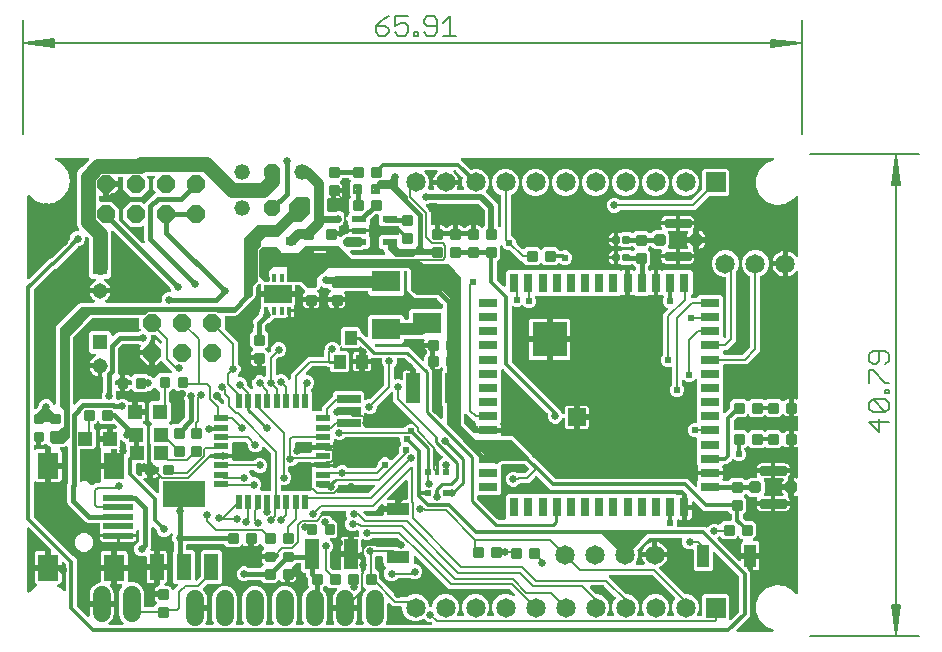
<source format=gbr>
G04 EAGLE Gerber X2 export*
%TF.Part,Single*%
%TF.FileFunction,Copper,L1,Top,Mixed*%
%TF.FilePolarity,Positive*%
%TF.GenerationSoftware,Autodesk,EAGLE,8.6.3*%
%TF.CreationDate,2023-08-17T09:39:48Z*%
G75*
%MOMM*%
%FSLAX34Y34*%
%LPD*%
%AMOC8*
5,1,8,0,0,1.08239X$1,22.5*%
G01*
%ADD10C,0.130000*%
%ADD11C,0.152400*%
%ADD12C,0.381000*%
%ADD13C,0.508000*%
%ADD14C,0.317500*%
%ADD15C,0.222250*%
%ADD16R,1.651000X1.651000*%
%ADD17C,1.651000*%
%ADD18C,0.190500*%
%ADD19R,1.200000X0.550000*%
%ADD20R,1.308000X1.308000*%
%ADD21C,1.308000*%
%ADD22R,1.016000X1.143000*%
%ADD23R,1.600000X0.800000*%
%ADD24R,0.800000X1.600000*%
%ADD25R,1.500000X1.500000*%
%ADD26R,3.000000X3.000000*%
%ADD27R,0.300000X0.650000*%
%ADD28R,2.350000X1.600000*%
%ADD29P,1.429621X8X292.500000*%
%ADD30C,1.320800*%
%ADD31R,1.200000X2.500000*%
%ADD32R,0.900000X0.800000*%
%ADD33R,0.500000X0.500000*%
%ADD34R,0.400000X0.500000*%
%ADD35R,2.400000X1.800000*%
%ADD36R,2.000000X0.700000*%
%ADD37R,2.540000X0.508000*%
%ADD38R,1.778000X2.286000*%
%ADD39R,1.270000X0.558800*%
%ADD40R,0.558800X1.270000*%
%ADD41R,1.981200X1.016000*%
%ADD42R,1.200000X1.200000*%
%ADD43R,1.219200X2.235200*%
%ADD44R,3.600000X2.200000*%
%ADD45C,1.524000*%
%ADD46P,1.649562X8X202.500000*%
%ADD47P,1.649562X8X22.500000*%
%ADD48R,1.016000X1.981200*%
%ADD49C,0.654800*%
%ADD50C,0.711200*%
%ADD51C,0.609600*%
%ADD52C,0.304800*%
%ADD53C,0.254000*%
%ADD54C,0.203200*%
%ADD55C,0.406400*%
%ADD56C,1.270000*%
%ADD57C,0.812800*%
%ADD58C,0.609600*%
%ADD59C,1.016000*%
%ADD60C,0.558800*%

G36*
X524971Y-742D02*
X524971Y-742D01*
X525090Y-734D01*
X525128Y-722D01*
X525167Y-717D01*
X525279Y-673D01*
X525393Y-636D01*
X525426Y-615D01*
X525463Y-600D01*
X525560Y-530D01*
X525661Y-466D01*
X525689Y-437D01*
X525721Y-414D01*
X525797Y-322D01*
X525879Y-234D01*
X525898Y-199D01*
X525924Y-169D01*
X525975Y-61D01*
X526033Y44D01*
X526042Y83D01*
X526059Y119D01*
X526082Y236D01*
X526112Y352D01*
X526112Y392D01*
X526119Y431D01*
X526112Y550D01*
X526112Y670D01*
X526102Y709D01*
X526100Y748D01*
X526063Y862D01*
X526033Y979D01*
X526014Y1013D01*
X526002Y1051D01*
X525938Y1152D01*
X525880Y1257D01*
X525853Y1286D01*
X525832Y1320D01*
X525745Y1402D01*
X525663Y1489D01*
X525630Y1511D01*
X525601Y1538D01*
X525496Y1596D01*
X525395Y1660D01*
X525340Y1682D01*
X525322Y1692D01*
X525302Y1697D01*
X525245Y1720D01*
X520362Y3306D01*
X514405Y8670D01*
X511145Y15992D01*
X511145Y24008D01*
X514405Y31330D01*
X520362Y36694D01*
X527985Y39171D01*
X535957Y38333D01*
X542898Y34325D01*
X544655Y31907D01*
X544710Y31849D01*
X544756Y31785D01*
X544818Y31734D01*
X544873Y31675D01*
X544940Y31633D01*
X545001Y31582D01*
X545074Y31548D01*
X545141Y31505D01*
X545217Y31480D01*
X545289Y31446D01*
X545368Y31431D01*
X545444Y31407D01*
X545523Y31401D01*
X545602Y31387D01*
X545681Y31391D01*
X545761Y31386D01*
X545839Y31401D01*
X545919Y31406D01*
X545995Y31431D01*
X546074Y31446D01*
X546146Y31480D01*
X546221Y31504D01*
X546289Y31547D01*
X546361Y31581D01*
X546423Y31632D01*
X546490Y31674D01*
X546545Y31733D01*
X546607Y31784D01*
X546653Y31848D01*
X546708Y31906D01*
X546747Y31976D01*
X546794Y32041D01*
X546823Y32115D01*
X546862Y32185D01*
X546882Y32262D01*
X546911Y32336D01*
X546921Y32415D01*
X546941Y32493D01*
X546951Y32651D01*
X546951Y32652D01*
X546951Y32653D01*
X546951Y113386D01*
X546945Y113435D01*
X546947Y113485D01*
X546925Y113592D01*
X546911Y113701D01*
X546893Y113748D01*
X546883Y113796D01*
X546835Y113895D01*
X546794Y113997D01*
X546765Y114037D01*
X546743Y114082D01*
X546672Y114165D01*
X546608Y114254D01*
X546569Y114286D01*
X546537Y114324D01*
X546447Y114387D01*
X546363Y114457D01*
X546318Y114478D01*
X546277Y114507D01*
X546174Y114546D01*
X546075Y114593D01*
X546026Y114602D01*
X545980Y114620D01*
X545870Y114632D01*
X545763Y114652D01*
X545713Y114649D01*
X545664Y114655D01*
X545555Y114640D01*
X545445Y114633D01*
X545398Y114617D01*
X545349Y114610D01*
X545196Y114558D01*
X545042Y114495D01*
X544060Y114299D01*
X543559Y114299D01*
X543559Y120650D01*
X543544Y120768D01*
X543537Y120887D01*
X543524Y120925D01*
X543519Y120965D01*
X543475Y121076D01*
X543439Y121189D01*
X543417Y121224D01*
X543402Y121261D01*
X543332Y121357D01*
X543269Y121458D01*
X543239Y121486D01*
X543215Y121518D01*
X543124Y121594D01*
X543037Y121676D01*
X543002Y121695D01*
X542970Y121721D01*
X542863Y121772D01*
X542759Y121829D01*
X542719Y121840D01*
X542683Y121857D01*
X542566Y121879D01*
X542451Y121909D01*
X542390Y121913D01*
X542370Y121917D01*
X542350Y121915D01*
X542290Y121919D01*
X541019Y121919D01*
X541019Y121921D01*
X542290Y121921D01*
X542408Y121936D01*
X542527Y121943D01*
X542565Y121956D01*
X542605Y121961D01*
X542716Y122005D01*
X542829Y122041D01*
X542864Y122063D01*
X542901Y122078D01*
X542997Y122148D01*
X543098Y122211D01*
X543126Y122241D01*
X543158Y122265D01*
X543234Y122356D01*
X543316Y122443D01*
X543335Y122478D01*
X543361Y122510D01*
X543412Y122617D01*
X543469Y122721D01*
X543480Y122761D01*
X543497Y122797D01*
X543519Y122914D01*
X543549Y123029D01*
X543553Y123090D01*
X543557Y123110D01*
X543555Y123130D01*
X543559Y123190D01*
X543559Y129541D01*
X544060Y129541D01*
X545042Y129345D01*
X545196Y129282D01*
X545244Y129268D01*
X545289Y129247D01*
X545397Y129227D01*
X545503Y129198D01*
X545553Y129197D01*
X545602Y129188D01*
X545711Y129194D01*
X545821Y129193D01*
X545869Y129204D01*
X545919Y129207D01*
X546023Y129241D01*
X546130Y129267D01*
X546174Y129290D01*
X546221Y129305D01*
X546314Y129364D01*
X546411Y129415D01*
X546448Y129449D01*
X546490Y129475D01*
X546565Y129556D01*
X546647Y129629D01*
X546674Y129671D01*
X546708Y129707D01*
X546761Y129803D01*
X546821Y129895D01*
X546838Y129942D01*
X546862Y129986D01*
X546889Y130092D01*
X546925Y130196D01*
X546929Y130245D01*
X546941Y130294D01*
X546951Y130454D01*
X546951Y154487D01*
X546936Y154612D01*
X546926Y154737D01*
X546916Y154769D01*
X546911Y154803D01*
X546865Y154920D01*
X546825Y155039D01*
X546807Y155067D01*
X546794Y155099D01*
X546721Y155200D01*
X546652Y155306D01*
X546627Y155329D01*
X546608Y155356D01*
X546511Y155436D01*
X546418Y155521D01*
X546389Y155537D01*
X546363Y155559D01*
X546249Y155612D01*
X546138Y155672D01*
X546105Y155680D01*
X546075Y155694D01*
X545951Y155718D01*
X545829Y155748D01*
X545796Y155748D01*
X545763Y155754D01*
X545637Y155746D01*
X545511Y155745D01*
X545463Y155735D01*
X545445Y155734D01*
X545425Y155728D01*
X545353Y155713D01*
X544835Y155574D01*
X543242Y155574D01*
X543242Y161607D01*
X543227Y161726D01*
X543219Y161844D01*
X543207Y161883D01*
X543202Y161923D01*
X543158Y162034D01*
X543121Y162147D01*
X543100Y162181D01*
X543085Y162219D01*
X543015Y162315D01*
X542951Y162415D01*
X542922Y162443D01*
X542898Y162476D01*
X542806Y162552D01*
X542802Y162556D01*
X542808Y162563D01*
X542841Y162587D01*
X542917Y162679D01*
X542999Y162766D01*
X543018Y162801D01*
X543044Y162832D01*
X543095Y162940D01*
X543152Y163044D01*
X543162Y163083D01*
X543179Y163120D01*
X543202Y163237D01*
X543232Y163352D01*
X543235Y163412D01*
X543239Y163432D01*
X543238Y163453D01*
X543242Y163513D01*
X543242Y169546D01*
X544835Y169546D01*
X545353Y169407D01*
X545478Y169390D01*
X545602Y169366D01*
X545635Y169368D01*
X545669Y169363D01*
X545794Y169378D01*
X545919Y169386D01*
X545951Y169396D01*
X545984Y169400D01*
X546102Y169445D01*
X546221Y169484D01*
X546250Y169502D01*
X546281Y169514D01*
X546384Y169587D01*
X546490Y169654D01*
X546513Y169678D01*
X546541Y169698D01*
X546622Y169794D01*
X546708Y169886D01*
X546724Y169915D01*
X546746Y169941D01*
X546801Y170054D01*
X546862Y170164D01*
X546870Y170197D01*
X546885Y170227D01*
X546910Y170350D01*
X546941Y170472D01*
X546944Y170521D01*
X546948Y170539D01*
X546947Y170560D01*
X546951Y170633D01*
X546951Y181157D01*
X546936Y181282D01*
X546926Y181407D01*
X546916Y181439D01*
X546911Y181473D01*
X546865Y181589D01*
X546825Y181709D01*
X546807Y181737D01*
X546794Y181769D01*
X546721Y181870D01*
X546652Y181976D01*
X546627Y181999D01*
X546608Y182026D01*
X546511Y182106D01*
X546418Y182191D01*
X546389Y182207D01*
X546363Y182229D01*
X546249Y182282D01*
X546138Y182342D01*
X546105Y182350D01*
X546075Y182364D01*
X545951Y182388D01*
X545829Y182418D01*
X545796Y182418D01*
X545763Y182424D01*
X545637Y182416D01*
X545511Y182415D01*
X545463Y182405D01*
X545445Y182404D01*
X545425Y182398D01*
X545353Y182383D01*
X544835Y182244D01*
X543242Y182244D01*
X543242Y188277D01*
X543227Y188396D01*
X543219Y188514D01*
X543207Y188553D01*
X543202Y188593D01*
X543158Y188704D01*
X543121Y188817D01*
X543100Y188851D01*
X543085Y188889D01*
X543015Y188985D01*
X542951Y189085D01*
X542922Y189113D01*
X542898Y189146D01*
X542806Y189222D01*
X542802Y189226D01*
X542808Y189233D01*
X542841Y189257D01*
X542917Y189349D01*
X542999Y189436D01*
X543018Y189471D01*
X543044Y189502D01*
X543095Y189610D01*
X543152Y189714D01*
X543162Y189753D01*
X543179Y189790D01*
X543202Y189907D01*
X543232Y190022D01*
X543235Y190082D01*
X543239Y190102D01*
X543238Y190123D01*
X543242Y190183D01*
X543242Y196216D01*
X544835Y196216D01*
X545353Y196077D01*
X545478Y196060D01*
X545602Y196036D01*
X545635Y196038D01*
X545669Y196033D01*
X545794Y196048D01*
X545919Y196056D01*
X545951Y196066D01*
X545984Y196070D01*
X546102Y196115D01*
X546221Y196154D01*
X546250Y196172D01*
X546281Y196184D01*
X546384Y196257D01*
X546490Y196324D01*
X546513Y196348D01*
X546541Y196368D01*
X546622Y196464D01*
X546708Y196556D01*
X546724Y196585D01*
X546746Y196611D01*
X546801Y196724D01*
X546862Y196834D01*
X546870Y196867D01*
X546885Y196897D01*
X546910Y197020D01*
X546941Y197142D01*
X546944Y197191D01*
X546948Y197209D01*
X546947Y197230D01*
X546951Y197303D01*
X546951Y304033D01*
X546941Y304112D01*
X546941Y304191D01*
X546921Y304269D01*
X546911Y304348D01*
X546882Y304422D01*
X546862Y304499D01*
X546824Y304570D01*
X546794Y304644D01*
X546748Y304708D01*
X546709Y304778D01*
X546655Y304836D01*
X546608Y304901D01*
X546546Y304952D01*
X546492Y305010D01*
X546424Y305053D01*
X546363Y305104D01*
X546290Y305138D01*
X546223Y305181D01*
X546147Y305205D01*
X546075Y305239D01*
X545997Y305254D01*
X545921Y305279D01*
X545841Y305284D01*
X545763Y305299D01*
X545683Y305294D01*
X545603Y305299D01*
X545525Y305284D01*
X545445Y305280D01*
X545369Y305255D01*
X545291Y305240D01*
X545219Y305206D01*
X545143Y305181D01*
X545075Y305139D01*
X545003Y305105D01*
X544941Y305054D01*
X544874Y305011D01*
X544819Y304953D01*
X544758Y304903D01*
X544657Y304781D01*
X544656Y304780D01*
X544656Y304779D01*
X544655Y304779D01*
X544175Y304117D01*
X542973Y302915D01*
X541598Y301917D01*
X540084Y301145D01*
X538468Y300620D01*
X538189Y300576D01*
X538189Y310170D01*
X538174Y310288D01*
X538167Y310407D01*
X538155Y310445D01*
X538149Y310485D01*
X538106Y310596D01*
X538069Y310709D01*
X538047Y310743D01*
X538032Y310781D01*
X537963Y310877D01*
X537899Y310978D01*
X537869Y311006D01*
X537846Y311038D01*
X537754Y311114D01*
X537720Y311146D01*
X537728Y311151D01*
X537756Y311181D01*
X537789Y311205D01*
X537865Y311296D01*
X537946Y311383D01*
X537966Y311418D01*
X537991Y311450D01*
X538042Y311557D01*
X538100Y311662D01*
X538110Y311701D01*
X538127Y311737D01*
X538149Y311854D01*
X538179Y311970D01*
X538183Y312030D01*
X538187Y312050D01*
X538185Y312070D01*
X538189Y312130D01*
X538189Y321724D01*
X538468Y321680D01*
X540084Y321155D01*
X541598Y320383D01*
X542973Y319385D01*
X544175Y318183D01*
X544655Y317521D01*
X544710Y317463D01*
X544756Y317399D01*
X544818Y317348D01*
X544873Y317290D01*
X544940Y317247D01*
X545001Y317196D01*
X545074Y317162D01*
X545141Y317119D01*
X545217Y317094D01*
X545289Y317061D01*
X545368Y317046D01*
X545444Y317021D01*
X545523Y317016D01*
X545602Y317001D01*
X545681Y317006D01*
X545761Y317001D01*
X545839Y317016D01*
X545919Y317020D01*
X545995Y317045D01*
X546074Y317060D01*
X546146Y317094D01*
X546221Y317119D01*
X546289Y317161D01*
X546361Y317195D01*
X546423Y317246D01*
X546490Y317289D01*
X546545Y317347D01*
X546607Y317398D01*
X546653Y317462D01*
X546708Y317520D01*
X546747Y317590D01*
X546794Y317655D01*
X546823Y317729D01*
X546862Y317799D01*
X546882Y317876D01*
X546911Y317951D01*
X546921Y318030D01*
X546941Y318107D01*
X546951Y318265D01*
X546951Y318266D01*
X546951Y318267D01*
X546951Y367347D01*
X546941Y367426D01*
X546941Y367505D01*
X546930Y367551D01*
X546929Y367563D01*
X546921Y367588D01*
X546911Y367662D01*
X546882Y367736D01*
X546862Y367814D01*
X546824Y367884D01*
X546794Y367958D01*
X546748Y368022D01*
X546709Y368092D01*
X546655Y368151D01*
X546608Y368215D01*
X546546Y368266D01*
X546492Y368324D01*
X546424Y368367D01*
X546363Y368418D01*
X546291Y368452D01*
X546223Y368495D01*
X546147Y368520D01*
X546075Y368554D01*
X545997Y368569D01*
X545921Y368593D01*
X545841Y368598D01*
X545763Y368613D01*
X545683Y368609D01*
X545604Y368614D01*
X545525Y368599D01*
X545445Y368594D01*
X545369Y368569D01*
X545291Y368554D01*
X545219Y368520D01*
X545143Y368496D01*
X545075Y368453D01*
X545003Y368419D01*
X544942Y368368D01*
X544874Y368326D01*
X544819Y368268D01*
X544810Y368260D01*
X544798Y368251D01*
X544795Y368247D01*
X544758Y368217D01*
X544657Y368095D01*
X544656Y368094D01*
X544656Y368093D01*
X544655Y368093D01*
X542898Y365675D01*
X535957Y361667D01*
X527985Y360829D01*
X520362Y363306D01*
X514405Y368670D01*
X511145Y375992D01*
X511145Y384008D01*
X514405Y391330D01*
X520362Y396694D01*
X526040Y398539D01*
X526148Y398590D01*
X526259Y398634D01*
X526292Y398657D01*
X526328Y398674D01*
X526420Y398750D01*
X526517Y398820D01*
X526542Y398851D01*
X526573Y398877D01*
X526643Y398973D01*
X526720Y399065D01*
X526737Y399102D01*
X526760Y399134D01*
X526804Y399245D01*
X526855Y399353D01*
X526863Y399392D01*
X526877Y399430D01*
X526892Y399549D01*
X526915Y399666D01*
X526912Y399705D01*
X526917Y399745D01*
X526903Y399864D01*
X526895Y399983D01*
X526883Y400021D01*
X526878Y400061D01*
X526834Y400172D01*
X526797Y400285D01*
X526776Y400319D01*
X526761Y400357D01*
X526691Y400453D01*
X526627Y400554D01*
X526598Y400582D01*
X526574Y400614D01*
X526482Y400690D01*
X526395Y400772D01*
X526360Y400791D01*
X526329Y400817D01*
X526221Y400868D01*
X526117Y400926D01*
X526078Y400936D01*
X526042Y400953D01*
X525924Y400975D01*
X525809Y401005D01*
X525749Y401009D01*
X525729Y401013D01*
X525709Y401011D01*
X525648Y401015D01*
X262316Y401015D01*
X262178Y400998D01*
X262039Y400985D01*
X262020Y400978D01*
X262000Y400975D01*
X261871Y400924D01*
X261740Y400877D01*
X261723Y400866D01*
X261705Y400858D01*
X261592Y400777D01*
X261477Y400699D01*
X261464Y400683D01*
X261447Y400672D01*
X261358Y400564D01*
X261267Y400460D01*
X261257Y400442D01*
X261244Y400427D01*
X261185Y400301D01*
X261122Y400177D01*
X261117Y400157D01*
X261109Y400139D01*
X261083Y400003D01*
X261052Y399867D01*
X261053Y399846D01*
X261049Y399827D01*
X261058Y399688D01*
X261062Y399549D01*
X261068Y399529D01*
X261069Y399509D01*
X261112Y399377D01*
X261150Y399243D01*
X261161Y399226D01*
X261167Y399207D01*
X261241Y399089D01*
X261312Y398969D01*
X261330Y398948D01*
X261337Y398938D01*
X261352Y398924D01*
X261418Y398849D01*
X263774Y396492D01*
X269122Y391145D01*
X269145Y391127D01*
X269164Y391105D01*
X269270Y391030D01*
X269373Y390950D01*
X269400Y390939D01*
X269424Y390922D01*
X269545Y390876D01*
X269665Y390824D01*
X269694Y390819D01*
X269721Y390809D01*
X269850Y390795D01*
X269979Y390774D01*
X270008Y390777D01*
X270038Y390774D01*
X270166Y390792D01*
X270295Y390804D01*
X270323Y390814D01*
X270352Y390818D01*
X270505Y390870D01*
X271552Y391304D01*
X276048Y391304D01*
X280203Y389583D01*
X283383Y386403D01*
X285104Y382248D01*
X285104Y377752D01*
X283383Y373597D01*
X282957Y373171D01*
X282884Y373077D01*
X282805Y372988D01*
X282787Y372952D01*
X282762Y372920D01*
X282715Y372811D01*
X282661Y372705D01*
X282652Y372665D01*
X282636Y372628D01*
X282617Y372510D01*
X282591Y372395D01*
X282592Y372354D01*
X282586Y372314D01*
X282597Y372196D01*
X282601Y372077D01*
X282612Y372038D01*
X282616Y371998D01*
X282656Y371886D01*
X282689Y371771D01*
X282710Y371736D01*
X282724Y371698D01*
X282790Y371600D01*
X282851Y371497D01*
X282891Y371452D01*
X282902Y371435D01*
X282917Y371422D01*
X282957Y371376D01*
X283665Y370668D01*
X291758Y362576D01*
X292609Y360522D01*
X292609Y344038D01*
X292621Y343939D01*
X292624Y343840D01*
X292641Y343782D01*
X292649Y343722D01*
X292685Y343630D01*
X292713Y343535D01*
X292743Y343483D01*
X292766Y343426D01*
X292824Y343346D01*
X292874Y343261D01*
X292940Y343186D01*
X292952Y343169D01*
X292962Y343161D01*
X292980Y343140D01*
X293489Y342632D01*
X293598Y342547D01*
X293705Y342458D01*
X293724Y342450D01*
X293740Y342437D01*
X293868Y342382D01*
X293993Y342323D01*
X294013Y342319D01*
X294032Y342311D01*
X294170Y342289D01*
X294306Y342263D01*
X294326Y342264D01*
X294346Y342261D01*
X294485Y342274D01*
X294623Y342283D01*
X294642Y342289D01*
X294662Y342291D01*
X294794Y342338D01*
X294925Y342381D01*
X294943Y342391D01*
X294962Y342398D01*
X295077Y342476D01*
X295194Y342551D01*
X295208Y342566D01*
X295225Y342577D01*
X295317Y342681D01*
X295412Y342782D01*
X295422Y342800D01*
X295435Y342815D01*
X295499Y342939D01*
X295566Y343061D01*
X295571Y343081D01*
X295580Y343099D01*
X295610Y343234D01*
X295645Y343369D01*
X295647Y343397D01*
X295650Y343409D01*
X295649Y343429D01*
X295655Y343530D01*
X295655Y368385D01*
X295652Y368414D01*
X295654Y368444D01*
X295632Y368572D01*
X295615Y368701D01*
X295605Y368728D01*
X295600Y368757D01*
X295546Y368876D01*
X295498Y368996D01*
X295481Y369020D01*
X295469Y369047D01*
X295388Y369149D01*
X295312Y369254D01*
X295289Y369273D01*
X295270Y369296D01*
X295167Y369374D01*
X295067Y369457D01*
X295040Y369469D01*
X295016Y369487D01*
X294872Y369558D01*
X292797Y370417D01*
X289617Y373597D01*
X287896Y377752D01*
X287896Y382248D01*
X289617Y386403D01*
X292797Y389583D01*
X296952Y391304D01*
X301448Y391304D01*
X305603Y389583D01*
X308783Y386403D01*
X310504Y382248D01*
X310504Y377752D01*
X308783Y373597D01*
X305603Y370417D01*
X304568Y369989D01*
X304543Y369974D01*
X304515Y369965D01*
X304405Y369895D01*
X304292Y369831D01*
X304271Y369810D01*
X304246Y369795D01*
X304157Y369700D01*
X304064Y369610D01*
X304048Y369585D01*
X304028Y369563D01*
X303965Y369449D01*
X303897Y369339D01*
X303889Y369310D01*
X303874Y369285D01*
X303842Y369159D01*
X303804Y369035D01*
X303802Y369005D01*
X303795Y368977D01*
X303785Y368816D01*
X303785Y335746D01*
X303788Y335716D01*
X303786Y335687D01*
X303808Y335559D01*
X303825Y335430D01*
X303835Y335403D01*
X303840Y335374D01*
X303894Y335255D01*
X303942Y335134D01*
X303959Y335110D01*
X303971Y335084D01*
X304052Y334982D01*
X304128Y334877D01*
X304151Y334858D01*
X304170Y334835D01*
X304273Y334757D01*
X304373Y334674D01*
X304400Y334662D01*
X304424Y334644D01*
X304568Y334573D01*
X305714Y334099D01*
X307429Y332384D01*
X308357Y330143D01*
X308357Y329107D01*
X308369Y329009D01*
X308372Y328910D01*
X308389Y328852D01*
X308397Y328792D01*
X308433Y328700D01*
X308461Y328605D01*
X308491Y328553D01*
X308514Y328496D01*
X308572Y328416D01*
X308622Y328331D01*
X308688Y328255D01*
X308700Y328239D01*
X308710Y328231D01*
X308728Y328210D01*
X313201Y323737D01*
X313296Y323664D01*
X313385Y323585D01*
X313421Y323567D01*
X313453Y323542D01*
X313562Y323495D01*
X313668Y323441D01*
X313707Y323432D01*
X313745Y323416D01*
X313862Y323397D01*
X313978Y323371D01*
X314019Y323372D01*
X314059Y323366D01*
X314177Y323377D01*
X314296Y323381D01*
X314335Y323392D01*
X314375Y323396D01*
X314487Y323436D01*
X314602Y323469D01*
X314636Y323490D01*
X314675Y323503D01*
X314773Y323570D01*
X314876Y323631D01*
X314921Y323670D01*
X314938Y323682D01*
X314951Y323697D01*
X314996Y323737D01*
X316253Y324994D01*
X326367Y324994D01*
X328032Y323328D01*
X328127Y323255D01*
X328216Y323176D01*
X328252Y323158D01*
X328284Y323133D01*
X328393Y323086D01*
X328499Y323032D01*
X328538Y323023D01*
X328576Y323007D01*
X328693Y322988D01*
X328809Y322962D01*
X328850Y322963D01*
X328890Y322957D01*
X329008Y322968D01*
X329127Y322972D01*
X329166Y322983D01*
X329206Y322987D01*
X329319Y323027D01*
X329433Y323060D01*
X329467Y323081D01*
X329506Y323094D01*
X329604Y323161D01*
X329707Y323222D01*
X329752Y323262D01*
X329769Y323273D01*
X329782Y323288D01*
X329827Y323328D01*
X331493Y324994D01*
X341607Y324994D01*
X344156Y322444D01*
X344234Y322384D01*
X344306Y322316D01*
X344359Y322287D01*
X344407Y322250D01*
X344498Y322210D01*
X344585Y322162D01*
X344644Y322147D01*
X344699Y322123D01*
X344797Y322108D01*
X344893Y322083D01*
X344993Y322077D01*
X345013Y322073D01*
X345026Y322075D01*
X345054Y322073D01*
X347172Y322073D01*
X347181Y322074D01*
X347190Y322073D01*
X347339Y322094D01*
X347487Y322113D01*
X347496Y322116D01*
X347505Y322117D01*
X347657Y322169D01*
X348037Y322327D01*
X350463Y322327D01*
X352704Y321399D01*
X354419Y319684D01*
X355347Y317443D01*
X355347Y315017D01*
X354419Y312776D01*
X352704Y311061D01*
X350463Y310133D01*
X348037Y310133D01*
X345796Y311061D01*
X345127Y311731D01*
X345033Y311804D01*
X344943Y311883D01*
X344907Y311901D01*
X344875Y311926D01*
X344766Y311973D01*
X344660Y312028D01*
X344621Y312036D01*
X344584Y312052D01*
X344466Y312071D01*
X344350Y312097D01*
X344310Y312096D01*
X344270Y312102D01*
X344151Y312091D01*
X344032Y312088D01*
X343993Y312076D01*
X343953Y312072D01*
X343841Y312032D01*
X343727Y311999D01*
X343692Y311979D01*
X343654Y311965D01*
X343555Y311898D01*
X343453Y311838D01*
X343407Y311798D01*
X343390Y311786D01*
X343377Y311771D01*
X343332Y311731D01*
X341607Y310006D01*
X331493Y310006D01*
X329827Y311672D01*
X329733Y311745D01*
X329644Y311824D01*
X329608Y311842D01*
X329576Y311867D01*
X329467Y311914D01*
X329361Y311968D01*
X329322Y311977D01*
X329284Y311993D01*
X329167Y312012D01*
X329051Y312038D01*
X329010Y312037D01*
X328970Y312043D01*
X328852Y312032D01*
X328733Y312028D01*
X328694Y312017D01*
X328654Y312013D01*
X328542Y311973D01*
X328427Y311940D01*
X328392Y311919D01*
X328354Y311906D01*
X328256Y311839D01*
X328153Y311778D01*
X328108Y311739D01*
X328091Y311727D01*
X328078Y311712D01*
X328032Y311672D01*
X326367Y310006D01*
X316253Y310006D01*
X313775Y312484D01*
X313733Y312592D01*
X313696Y312705D01*
X313674Y312740D01*
X313659Y312777D01*
X313590Y312873D01*
X313526Y312974D01*
X313496Y313002D01*
X313473Y313035D01*
X313381Y313111D01*
X313294Y313192D01*
X313259Y313212D01*
X313228Y313237D01*
X313120Y313288D01*
X313016Y313346D01*
X312976Y313356D01*
X312940Y313373D01*
X312823Y313395D01*
X312708Y313425D01*
X312648Y313429D01*
X312628Y313433D01*
X312607Y313431D01*
X312547Y313435D01*
X312006Y313435D01*
X302980Y322462D01*
X302902Y322522D01*
X302830Y322590D01*
X302777Y322619D01*
X302729Y322656D01*
X302638Y322696D01*
X302551Y322744D01*
X302493Y322759D01*
X302437Y322783D01*
X302339Y322798D01*
X302243Y322823D01*
X302143Y322829D01*
X302123Y322833D01*
X302111Y322831D01*
X302083Y322833D01*
X301047Y322833D01*
X298806Y323761D01*
X297091Y325476D01*
X296956Y325804D01*
X296921Y325865D01*
X296895Y325930D01*
X296843Y326002D01*
X296798Y326081D01*
X296749Y326131D01*
X296709Y326187D01*
X296639Y326245D01*
X296577Y326309D01*
X296517Y326346D01*
X296464Y326390D01*
X296382Y326428D01*
X296306Y326475D01*
X296239Y326496D01*
X296176Y326526D01*
X296088Y326542D01*
X296002Y326569D01*
X295932Y326572D01*
X295863Y326585D01*
X295774Y326580D01*
X295684Y326584D01*
X295616Y326570D01*
X295546Y326566D01*
X295461Y326538D01*
X295373Y326520D01*
X295310Y326489D01*
X295244Y326468D01*
X295168Y326420D01*
X295087Y326380D01*
X295034Y326335D01*
X294975Y326297D01*
X294913Y326232D01*
X294845Y326174D01*
X294805Y326117D01*
X294757Y326066D01*
X294714Y325987D01*
X294662Y325914D01*
X294637Y325848D01*
X294603Y325787D01*
X294581Y325700D01*
X294549Y325616D01*
X294541Y325547D01*
X294524Y325479D01*
X294514Y325319D01*
X294514Y316253D01*
X291964Y313704D01*
X291904Y313626D01*
X291836Y313554D01*
X291807Y313501D01*
X291770Y313453D01*
X291730Y313362D01*
X291682Y313275D01*
X291667Y313216D01*
X291643Y313161D01*
X291628Y313063D01*
X291603Y312967D01*
X291597Y312867D01*
X291593Y312847D01*
X291595Y312834D01*
X291593Y312806D01*
X291593Y298330D01*
X291605Y298232D01*
X291608Y298133D01*
X291625Y298074D01*
X291633Y298014D01*
X291669Y297922D01*
X291697Y297827D01*
X291727Y297775D01*
X291750Y297719D01*
X291808Y297639D01*
X291858Y297553D01*
X291924Y297478D01*
X291936Y297461D01*
X291946Y297453D01*
X291964Y297432D01*
X297245Y292152D01*
X297354Y292067D01*
X297461Y291978D01*
X297480Y291970D01*
X297496Y291957D01*
X297624Y291902D01*
X297749Y291843D01*
X297769Y291839D01*
X297788Y291831D01*
X297926Y291809D01*
X298062Y291783D01*
X298082Y291784D01*
X298102Y291781D01*
X298241Y291794D01*
X298379Y291803D01*
X298398Y291809D01*
X298418Y291811D01*
X298550Y291858D01*
X298681Y291901D01*
X298699Y291912D01*
X298718Y291919D01*
X298833Y291997D01*
X298950Y292071D01*
X298964Y292086D01*
X298981Y292097D01*
X299073Y292201D01*
X299168Y292303D01*
X299178Y292320D01*
X299191Y292336D01*
X299255Y292460D01*
X299322Y292581D01*
X299327Y292601D01*
X299336Y292619D01*
X299366Y292755D01*
X299401Y292889D01*
X299403Y292917D01*
X299406Y292929D01*
X299405Y292950D01*
X299411Y293050D01*
X299411Y304263D01*
X301197Y306049D01*
X311763Y306049D01*
X311782Y306039D01*
X311814Y306014D01*
X311923Y305967D01*
X312029Y305913D01*
X312069Y305904D01*
X312106Y305888D01*
X312224Y305869D01*
X312339Y305843D01*
X312380Y305844D01*
X312420Y305838D01*
X312539Y305849D01*
X312657Y305853D01*
X312696Y305864D01*
X312736Y305868D01*
X312849Y305908D01*
X312963Y305941D01*
X312998Y305962D01*
X313036Y305975D01*
X313134Y306042D01*
X313145Y306049D01*
X323763Y306049D01*
X323782Y306039D01*
X323814Y306014D01*
X323923Y305967D01*
X324029Y305913D01*
X324069Y305904D01*
X324106Y305888D01*
X324224Y305869D01*
X324339Y305843D01*
X324380Y305844D01*
X324420Y305838D01*
X324539Y305849D01*
X324657Y305853D01*
X324696Y305864D01*
X324736Y305868D01*
X324849Y305908D01*
X324963Y305941D01*
X324998Y305962D01*
X325036Y305975D01*
X325134Y306042D01*
X325145Y306049D01*
X335763Y306049D01*
X335782Y306039D01*
X335814Y306014D01*
X335923Y305967D01*
X336029Y305913D01*
X336069Y305904D01*
X336106Y305888D01*
X336224Y305869D01*
X336339Y305843D01*
X336380Y305844D01*
X336420Y305838D01*
X336539Y305849D01*
X336657Y305853D01*
X336696Y305864D01*
X336736Y305868D01*
X336849Y305908D01*
X336963Y305941D01*
X336998Y305962D01*
X337036Y305975D01*
X337134Y306042D01*
X337145Y306049D01*
X347763Y306049D01*
X347782Y306039D01*
X347814Y306014D01*
X347923Y305967D01*
X348029Y305913D01*
X348069Y305904D01*
X348106Y305888D01*
X348224Y305869D01*
X348339Y305843D01*
X348380Y305844D01*
X348420Y305838D01*
X348539Y305849D01*
X348657Y305853D01*
X348696Y305864D01*
X348736Y305868D01*
X348849Y305908D01*
X348963Y305941D01*
X348998Y305962D01*
X349036Y305975D01*
X349134Y306042D01*
X349145Y306049D01*
X359763Y306049D01*
X359782Y306039D01*
X359814Y306014D01*
X359923Y305967D01*
X360029Y305913D01*
X360069Y305904D01*
X360106Y305888D01*
X360224Y305869D01*
X360339Y305843D01*
X360380Y305844D01*
X360420Y305838D01*
X360539Y305849D01*
X360657Y305853D01*
X360696Y305864D01*
X360736Y305868D01*
X360849Y305908D01*
X360963Y305941D01*
X360998Y305962D01*
X361036Y305975D01*
X361134Y306042D01*
X361145Y306049D01*
X371763Y306049D01*
X371782Y306039D01*
X371814Y306014D01*
X371923Y305967D01*
X372029Y305913D01*
X372069Y305904D01*
X372106Y305888D01*
X372224Y305869D01*
X372339Y305843D01*
X372380Y305844D01*
X372420Y305838D01*
X372539Y305849D01*
X372657Y305853D01*
X372696Y305864D01*
X372736Y305868D01*
X372849Y305908D01*
X372963Y305941D01*
X372998Y305962D01*
X373036Y305975D01*
X373134Y306042D01*
X373145Y306049D01*
X383763Y306049D01*
X383782Y306039D01*
X383814Y306014D01*
X383923Y305967D01*
X384029Y305913D01*
X384069Y305904D01*
X384106Y305888D01*
X384224Y305869D01*
X384339Y305843D01*
X384380Y305844D01*
X384420Y305838D01*
X384539Y305849D01*
X384657Y305853D01*
X384696Y305864D01*
X384736Y305868D01*
X384849Y305908D01*
X384963Y305941D01*
X384998Y305962D01*
X385036Y305975D01*
X385134Y306042D01*
X385145Y306049D01*
X395723Y306049D01*
X396113Y305659D01*
X396197Y305594D01*
X396274Y305522D01*
X396322Y305497D01*
X396364Y305464D01*
X396461Y305422D01*
X396554Y305372D01*
X396607Y305359D01*
X396656Y305337D01*
X396761Y305321D01*
X396863Y305295D01*
X396917Y305296D01*
X396970Y305287D01*
X397076Y305297D01*
X397181Y305298D01*
X397265Y305315D01*
X397287Y305317D01*
X397302Y305322D01*
X397339Y305330D01*
X398126Y305541D01*
X400461Y305541D01*
X400461Y295730D01*
X400476Y295612D01*
X400483Y295493D01*
X400495Y295455D01*
X400501Y295415D01*
X400544Y295304D01*
X400581Y295191D01*
X400603Y295157D01*
X400618Y295119D01*
X400687Y295023D01*
X400698Y295006D01*
X400684Y294982D01*
X400659Y294950D01*
X400608Y294843D01*
X400550Y294738D01*
X400540Y294699D01*
X400523Y294663D01*
X400501Y294546D01*
X400471Y294430D01*
X400467Y294370D01*
X400463Y294350D01*
X400465Y294330D01*
X400461Y294270D01*
X400461Y284459D01*
X398126Y284459D01*
X397339Y284670D01*
X397234Y284684D01*
X397131Y284708D01*
X397077Y284706D01*
X397024Y284713D01*
X396919Y284701D01*
X396813Y284698D01*
X396762Y284683D01*
X396708Y284677D01*
X396609Y284639D01*
X396508Y284609D01*
X396461Y284582D01*
X396411Y284563D01*
X396325Y284502D01*
X396234Y284448D01*
X396170Y284391D01*
X396152Y284379D01*
X396142Y284367D01*
X396113Y284341D01*
X395723Y283951D01*
X385157Y283951D01*
X385138Y283961D01*
X385106Y283986D01*
X384997Y284033D01*
X384891Y284087D01*
X384852Y284096D01*
X384814Y284112D01*
X384697Y284131D01*
X384581Y284157D01*
X384540Y284156D01*
X384500Y284162D01*
X384382Y284151D01*
X384263Y284147D01*
X384224Y284136D01*
X384184Y284132D01*
X384072Y284092D01*
X383957Y284059D01*
X383922Y284038D01*
X383884Y284025D01*
X383786Y283958D01*
X383775Y283951D01*
X373157Y283951D01*
X373138Y283961D01*
X373106Y283986D01*
X372997Y284033D01*
X372891Y284087D01*
X372852Y284096D01*
X372814Y284112D01*
X372697Y284131D01*
X372581Y284157D01*
X372540Y284156D01*
X372500Y284162D01*
X372382Y284151D01*
X372263Y284147D01*
X372224Y284136D01*
X372184Y284132D01*
X372072Y284092D01*
X371957Y284059D01*
X371922Y284038D01*
X371884Y284025D01*
X371786Y283958D01*
X371775Y283951D01*
X361157Y283951D01*
X361138Y283961D01*
X361106Y283986D01*
X360997Y284033D01*
X360891Y284087D01*
X360852Y284096D01*
X360814Y284112D01*
X360697Y284131D01*
X360581Y284157D01*
X360540Y284156D01*
X360500Y284162D01*
X360382Y284151D01*
X360263Y284147D01*
X360224Y284136D01*
X360184Y284132D01*
X360072Y284092D01*
X359957Y284059D01*
X359922Y284038D01*
X359884Y284025D01*
X359786Y283958D01*
X359775Y283951D01*
X349157Y283951D01*
X349138Y283961D01*
X349106Y283986D01*
X348997Y284033D01*
X348891Y284087D01*
X348852Y284096D01*
X348814Y284112D01*
X348697Y284131D01*
X348581Y284157D01*
X348540Y284156D01*
X348500Y284162D01*
X348382Y284151D01*
X348263Y284147D01*
X348224Y284136D01*
X348184Y284132D01*
X348072Y284092D01*
X347957Y284059D01*
X347922Y284038D01*
X347884Y284025D01*
X347786Y283958D01*
X347775Y283951D01*
X337157Y283951D01*
X337138Y283961D01*
X337106Y283986D01*
X336997Y284033D01*
X336891Y284087D01*
X336852Y284096D01*
X336814Y284112D01*
X336697Y284131D01*
X336581Y284157D01*
X336540Y284156D01*
X336500Y284162D01*
X336382Y284151D01*
X336263Y284147D01*
X336224Y284136D01*
X336184Y284132D01*
X336072Y284092D01*
X335957Y284059D01*
X335922Y284038D01*
X335884Y284025D01*
X335786Y283958D01*
X335775Y283951D01*
X325383Y283951D01*
X325334Y283945D01*
X325284Y283947D01*
X325177Y283925D01*
X325068Y283911D01*
X325022Y283893D01*
X324973Y283883D01*
X324874Y283835D01*
X324772Y283794D01*
X324732Y283765D01*
X324687Y283743D01*
X324604Y283672D01*
X324515Y283608D01*
X324483Y283569D01*
X324445Y283537D01*
X324382Y283447D01*
X324312Y283363D01*
X324291Y283318D01*
X324262Y283277D01*
X324223Y283174D01*
X324177Y283075D01*
X324167Y283026D01*
X324150Y282980D01*
X324137Y282870D01*
X324117Y282763D01*
X324120Y282713D01*
X324114Y282664D01*
X324130Y282555D01*
X324136Y282445D01*
X324152Y282398D01*
X324159Y282349D01*
X324211Y282196D01*
X324867Y280613D01*
X324867Y278187D01*
X323939Y275946D01*
X322224Y274231D01*
X319983Y273303D01*
X317557Y273303D01*
X315316Y274231D01*
X313952Y275595D01*
X313864Y275664D01*
X313830Y275696D01*
X313822Y275701D01*
X313769Y275747D01*
X313733Y275766D01*
X313701Y275790D01*
X313592Y275838D01*
X313486Y275892D01*
X313446Y275901D01*
X313409Y275917D01*
X313291Y275935D01*
X313176Y275961D01*
X313135Y275960D01*
X313095Y275967D01*
X312976Y275955D01*
X312858Y275952D01*
X312819Y275941D01*
X312779Y275937D01*
X312666Y275896D01*
X312552Y275863D01*
X312517Y275843D01*
X312479Y275829D01*
X312381Y275762D01*
X312278Y275702D01*
X312233Y275662D01*
X312216Y275651D01*
X312203Y275635D01*
X312157Y275595D01*
X312064Y275501D01*
X309823Y274573D01*
X307397Y274573D01*
X306048Y275132D01*
X306000Y275145D01*
X305955Y275167D01*
X305847Y275187D01*
X305741Y275216D01*
X305691Y275217D01*
X305642Y275226D01*
X305533Y275220D01*
X305423Y275221D01*
X305375Y275210D01*
X305325Y275207D01*
X305221Y275173D01*
X305114Y275147D01*
X305070Y275124D01*
X305023Y275109D01*
X304930Y275050D01*
X304833Y274998D01*
X304796Y274965D01*
X304754Y274938D01*
X304679Y274858D01*
X304597Y274785D01*
X304570Y274743D01*
X304536Y274707D01*
X304483Y274611D01*
X304423Y274519D01*
X304406Y274472D01*
X304382Y274428D01*
X304355Y274322D01*
X304319Y274218D01*
X304315Y274168D01*
X304303Y274120D01*
X304293Y273960D01*
X304293Y228480D01*
X304305Y228382D01*
X304308Y228283D01*
X304325Y228224D01*
X304333Y228164D01*
X304369Y228072D01*
X304397Y227977D01*
X304427Y227925D01*
X304450Y227869D01*
X304508Y227789D01*
X304558Y227703D01*
X304625Y227628D01*
X304636Y227611D01*
X304646Y227603D01*
X304664Y227582D01*
X345809Y186437D01*
X345824Y186401D01*
X345882Y186321D01*
X345932Y186236D01*
X345998Y186161D01*
X346010Y186144D01*
X346020Y186136D01*
X346038Y186115D01*
X346454Y185700D01*
X346977Y184436D01*
X347012Y184376D01*
X347038Y184311D01*
X347090Y184238D01*
X347135Y184160D01*
X347183Y184110D01*
X347224Y184053D01*
X347294Y183996D01*
X347356Y183932D01*
X347416Y183895D01*
X347469Y183851D01*
X347551Y183812D01*
X347627Y183765D01*
X347694Y183745D01*
X347757Y183715D01*
X347845Y183698D01*
X347931Y183672D01*
X348001Y183668D01*
X348070Y183655D01*
X348159Y183661D01*
X348249Y183657D01*
X348317Y183671D01*
X348387Y183675D01*
X348472Y183703D01*
X348560Y183721D01*
X348623Y183752D01*
X348689Y183773D01*
X348765Y183821D01*
X348846Y183861D01*
X348899Y183906D01*
X348958Y183943D01*
X349020Y184009D01*
X349088Y184067D01*
X349128Y184124D01*
X349176Y184175D01*
X349219Y184254D01*
X349271Y184327D01*
X349296Y184392D01*
X349330Y184453D01*
X349352Y184540D01*
X349384Y184624D01*
X349392Y184694D01*
X349409Y184761D01*
X349419Y184922D01*
X349419Y188834D01*
X349592Y189481D01*
X349927Y190060D01*
X350400Y190533D01*
X350979Y190868D01*
X351626Y191041D01*
X356921Y191041D01*
X356921Y182270D01*
X356936Y182152D01*
X356943Y182033D01*
X356956Y181995D01*
X356961Y181955D01*
X357004Y181844D01*
X357041Y181731D01*
X357063Y181696D01*
X357078Y181659D01*
X357148Y181563D01*
X357211Y181462D01*
X357241Y181434D01*
X357265Y181402D01*
X357356Y181326D01*
X357443Y181244D01*
X357478Y181225D01*
X357509Y181199D01*
X357617Y181148D01*
X357721Y181091D01*
X357761Y181080D01*
X357797Y181063D01*
X357914Y181041D01*
X358029Y181011D01*
X358090Y181007D01*
X358110Y181003D01*
X358130Y181005D01*
X358190Y181001D01*
X359461Y181001D01*
X359461Y180999D01*
X358190Y180999D01*
X358072Y180984D01*
X357953Y180977D01*
X357915Y180964D01*
X357875Y180959D01*
X357764Y180915D01*
X357651Y180879D01*
X357616Y180857D01*
X357579Y180842D01*
X357483Y180772D01*
X357382Y180709D01*
X357354Y180679D01*
X357321Y180655D01*
X357246Y180564D01*
X357164Y180477D01*
X357144Y180442D01*
X357119Y180410D01*
X357068Y180303D01*
X357010Y180199D01*
X357000Y180159D01*
X356983Y180123D01*
X356961Y180006D01*
X356931Y179891D01*
X356927Y179830D01*
X356923Y179810D01*
X356925Y179790D01*
X356921Y179730D01*
X356921Y170959D01*
X351626Y170959D01*
X350979Y171132D01*
X350400Y171467D01*
X349927Y171940D01*
X349592Y172519D01*
X349419Y173166D01*
X349419Y179314D01*
X349411Y179383D01*
X349412Y179453D01*
X349391Y179540D01*
X349379Y179630D01*
X349354Y179694D01*
X349337Y179762D01*
X349295Y179842D01*
X349262Y179925D01*
X349221Y179982D01*
X349189Y180043D01*
X349128Y180110D01*
X349076Y180183D01*
X349022Y180227D01*
X348975Y180279D01*
X348900Y180328D01*
X348831Y180385D01*
X348767Y180415D01*
X348709Y180453D01*
X348624Y180483D01*
X348543Y180521D01*
X348474Y180534D01*
X348408Y180557D01*
X348319Y180564D01*
X348231Y180581D01*
X348161Y180576D01*
X348091Y180582D01*
X348003Y180567D01*
X347913Y180561D01*
X347847Y180539D01*
X347778Y180527D01*
X347696Y180491D01*
X347611Y180463D01*
X347552Y180426D01*
X347488Y180397D01*
X347418Y180341D01*
X347342Y180293D01*
X347294Y180242D01*
X347240Y180198D01*
X347185Y180127D01*
X347124Y180061D01*
X347090Y180000D01*
X347048Y179944D01*
X346977Y179800D01*
X346454Y178536D01*
X344676Y176758D01*
X342352Y175795D01*
X339836Y175795D01*
X337512Y176758D01*
X335734Y178536D01*
X334771Y180860D01*
X334771Y183376D01*
X334788Y183417D01*
X334796Y183445D01*
X334810Y183472D01*
X334838Y183598D01*
X334872Y183724D01*
X334873Y183753D01*
X334879Y183782D01*
X334875Y183912D01*
X334877Y184042D01*
X334870Y184070D01*
X334870Y184100D01*
X334833Y184224D01*
X334803Y184351D01*
X334789Y184377D01*
X334781Y184405D01*
X334715Y184517D01*
X334654Y184632D01*
X334635Y184654D01*
X334620Y184679D01*
X334513Y184800D01*
X298198Y221116D01*
X297676Y221638D01*
X297566Y221723D01*
X297459Y221812D01*
X297440Y221820D01*
X297424Y221833D01*
X297296Y221888D01*
X297171Y221947D01*
X297151Y221951D01*
X297132Y221959D01*
X296994Y221981D01*
X296858Y222007D01*
X296838Y222006D01*
X296818Y222009D01*
X296679Y221996D01*
X296541Y221987D01*
X296522Y221981D01*
X296502Y221979D01*
X296371Y221932D01*
X296239Y221889D01*
X296221Y221878D01*
X296202Y221871D01*
X296088Y221794D01*
X295970Y221719D01*
X295956Y221704D01*
X295939Y221693D01*
X295847Y221589D01*
X295752Y221487D01*
X295742Y221470D01*
X295729Y221454D01*
X295666Y221331D01*
X295598Y221209D01*
X295593Y221189D01*
X295584Y221171D01*
X295554Y221035D01*
X295519Y220901D01*
X295517Y220873D01*
X295514Y220861D01*
X295515Y220840D01*
X295509Y220740D01*
X295509Y212697D01*
X295499Y212678D01*
X295474Y212646D01*
X295427Y212537D01*
X295373Y212431D01*
X295364Y212392D01*
X295348Y212354D01*
X295329Y212237D01*
X295303Y212121D01*
X295304Y212080D01*
X295298Y212040D01*
X295309Y211922D01*
X295313Y211803D01*
X295324Y211764D01*
X295328Y211724D01*
X295368Y211612D01*
X295401Y211497D01*
X295422Y211462D01*
X295435Y211424D01*
X295502Y211326D01*
X295509Y211315D01*
X295509Y200697D01*
X295499Y200678D01*
X295474Y200646D01*
X295427Y200537D01*
X295373Y200431D01*
X295364Y200392D01*
X295348Y200354D01*
X295329Y200237D01*
X295303Y200121D01*
X295304Y200080D01*
X295298Y200040D01*
X295309Y199922D01*
X295313Y199803D01*
X295324Y199764D01*
X295328Y199724D01*
X295368Y199612D01*
X295401Y199497D01*
X295422Y199462D01*
X295435Y199424D01*
X295502Y199326D01*
X295509Y199315D01*
X295509Y188697D01*
X295499Y188678D01*
X295474Y188646D01*
X295427Y188537D01*
X295373Y188431D01*
X295364Y188392D01*
X295348Y188354D01*
X295329Y188237D01*
X295303Y188121D01*
X295304Y188080D01*
X295298Y188040D01*
X295309Y187922D01*
X295313Y187803D01*
X295324Y187764D01*
X295328Y187724D01*
X295368Y187612D01*
X295401Y187497D01*
X295422Y187462D01*
X295435Y187424D01*
X295502Y187326D01*
X295509Y187315D01*
X295509Y176737D01*
X295119Y176347D01*
X295054Y176263D01*
X294982Y176186D01*
X294957Y176138D01*
X294924Y176096D01*
X294882Y175999D01*
X294832Y175906D01*
X294819Y175853D01*
X294797Y175804D01*
X294781Y175699D01*
X294755Y175597D01*
X294756Y175543D01*
X294747Y175490D01*
X294757Y175384D01*
X294758Y175279D01*
X294775Y175195D01*
X294777Y175173D01*
X294782Y175158D01*
X294790Y175121D01*
X295001Y174334D01*
X295001Y171999D01*
X285190Y171999D01*
X285072Y171984D01*
X284953Y171977D01*
X284915Y171964D01*
X284875Y171959D01*
X284764Y171916D01*
X284651Y171879D01*
X284617Y171857D01*
X284579Y171842D01*
X284483Y171773D01*
X284466Y171762D01*
X284442Y171776D01*
X284410Y171801D01*
X284303Y171852D01*
X284198Y171910D01*
X284159Y171920D01*
X284123Y171937D01*
X284006Y171959D01*
X283890Y171989D01*
X283830Y171993D01*
X283810Y171997D01*
X283790Y171995D01*
X283730Y171999D01*
X273919Y171999D01*
X273919Y174334D01*
X274130Y175121D01*
X274144Y175226D01*
X274168Y175329D01*
X274166Y175383D01*
X274173Y175436D01*
X274161Y175541D01*
X274158Y175647D01*
X274143Y175698D01*
X274137Y175752D01*
X274099Y175851D01*
X274069Y175952D01*
X274042Y175999D01*
X274023Y176049D01*
X273962Y176135D01*
X273908Y176226D01*
X273851Y176290D01*
X273839Y176308D01*
X273827Y176318D01*
X273801Y176347D01*
X273401Y176747D01*
X273396Y176784D01*
X273389Y176903D01*
X273376Y176941D01*
X273371Y176982D01*
X273328Y177092D01*
X273291Y177205D01*
X273269Y177240D01*
X273254Y177277D01*
X273185Y177373D01*
X273121Y177474D01*
X273091Y177502D01*
X273068Y177535D01*
X272976Y177611D01*
X272889Y177692D01*
X272854Y177712D01*
X272823Y177737D01*
X272715Y177788D01*
X272611Y177846D01*
X272571Y177856D01*
X272535Y177873D01*
X272418Y177895D01*
X272303Y177925D01*
X272253Y177928D01*
X267928Y182254D01*
X266327Y183854D01*
X266218Y183939D01*
X266111Y184028D01*
X266092Y184037D01*
X266076Y184049D01*
X265948Y184105D01*
X265823Y184164D01*
X265803Y184167D01*
X265784Y184175D01*
X265646Y184197D01*
X265510Y184223D01*
X265490Y184222D01*
X265470Y184225D01*
X265331Y184212D01*
X265193Y184204D01*
X265174Y184197D01*
X265154Y184195D01*
X265022Y184148D01*
X264891Y184106D01*
X264873Y184095D01*
X264854Y184088D01*
X264739Y184010D01*
X264622Y183935D01*
X264608Y183921D01*
X264591Y183909D01*
X264499Y183805D01*
X264404Y183704D01*
X264394Y183686D01*
X264381Y183671D01*
X264317Y183547D01*
X264250Y183425D01*
X264245Y183406D01*
X264236Y183388D01*
X264206Y183252D01*
X264171Y183117D01*
X264169Y183089D01*
X264166Y183077D01*
X264167Y183057D01*
X264161Y182957D01*
X264161Y176112D01*
X264173Y176014D01*
X264176Y175915D01*
X264193Y175857D01*
X264201Y175797D01*
X264237Y175705D01*
X264265Y175610D01*
X264295Y175557D01*
X264318Y175501D01*
X264376Y175421D01*
X264426Y175336D01*
X264492Y175260D01*
X264504Y175244D01*
X264514Y175236D01*
X264532Y175215D01*
X271752Y167995D01*
X271862Y167909D01*
X271969Y167821D01*
X271988Y167812D01*
X272004Y167800D01*
X272132Y167744D01*
X272257Y167685D01*
X272277Y167682D01*
X272296Y167673D01*
X272434Y167652D01*
X272569Y167626D01*
X272590Y167627D01*
X272610Y167624D01*
X272749Y167637D01*
X272887Y167645D01*
X272906Y167652D01*
X272926Y167653D01*
X273058Y167701D01*
X273189Y167743D01*
X273207Y167754D01*
X273226Y167761D01*
X273341Y167839D01*
X273458Y167913D01*
X273472Y167928D01*
X273489Y167940D01*
X273543Y168001D01*
X283730Y168001D01*
X283848Y168016D01*
X283967Y168023D01*
X284005Y168035D01*
X284045Y168041D01*
X284156Y168084D01*
X284269Y168121D01*
X284303Y168143D01*
X284341Y168158D01*
X284437Y168227D01*
X284454Y168238D01*
X284478Y168224D01*
X284510Y168199D01*
X284617Y168148D01*
X284722Y168090D01*
X284761Y168080D01*
X284797Y168063D01*
X284914Y168041D01*
X285030Y168011D01*
X285090Y168007D01*
X285110Y168003D01*
X285130Y168005D01*
X285190Y168001D01*
X295001Y168001D01*
X295001Y166370D01*
X295016Y166252D01*
X295023Y166133D01*
X295036Y166095D01*
X295041Y166054D01*
X295084Y165944D01*
X295121Y165831D01*
X295143Y165796D01*
X295158Y165759D01*
X295227Y165663D01*
X295291Y165562D01*
X295321Y165534D01*
X295344Y165501D01*
X295436Y165426D01*
X295523Y165344D01*
X295558Y165324D01*
X295589Y165299D01*
X295697Y165248D01*
X295801Y165190D01*
X295840Y165180D01*
X295877Y165163D01*
X295994Y165141D01*
X296109Y165111D01*
X296169Y165107D01*
X296189Y165103D01*
X296210Y165105D01*
X296270Y165101D01*
X304287Y165101D01*
X306154Y164327D01*
X321045Y149436D01*
X321277Y148876D01*
X321282Y148868D01*
X321284Y148859D01*
X321361Y148730D01*
X321435Y148600D01*
X321441Y148594D01*
X321446Y148585D01*
X321552Y148465D01*
X322494Y147523D01*
X322494Y147522D01*
X323213Y146803D01*
X327150Y142866D01*
X340612Y129404D01*
X340691Y129344D01*
X340763Y129276D01*
X340816Y129247D01*
X340864Y129210D01*
X340955Y129170D01*
X341041Y129122D01*
X341100Y129107D01*
X341155Y129083D01*
X341253Y129068D01*
X341349Y129043D01*
X341449Y129037D01*
X341470Y129033D01*
X341482Y129035D01*
X341510Y129033D01*
X452744Y129033D01*
X459245Y122532D01*
X459354Y122447D01*
X459461Y122358D01*
X459480Y122350D01*
X459496Y122337D01*
X459624Y122282D01*
X459749Y122223D01*
X459769Y122219D01*
X459788Y122211D01*
X459926Y122189D01*
X460062Y122163D01*
X460082Y122164D01*
X460102Y122161D01*
X460241Y122174D01*
X460379Y122183D01*
X460398Y122189D01*
X460418Y122191D01*
X460550Y122238D01*
X460681Y122281D01*
X460699Y122292D01*
X460718Y122299D01*
X460833Y122377D01*
X460950Y122451D01*
X460964Y122466D01*
X460981Y122477D01*
X461073Y122581D01*
X461168Y122683D01*
X461178Y122700D01*
X461191Y122716D01*
X461255Y122840D01*
X461322Y122961D01*
X461327Y122981D01*
X461336Y122999D01*
X461366Y123135D01*
X461401Y123269D01*
X461403Y123297D01*
X461406Y123309D01*
X461405Y123330D01*
X461411Y123430D01*
X461411Y127263D01*
X461801Y127653D01*
X461866Y127737D01*
X461938Y127814D01*
X461963Y127862D01*
X461996Y127904D01*
X462038Y128001D01*
X462088Y128094D01*
X462101Y128147D01*
X462123Y128196D01*
X462139Y128301D01*
X462165Y128403D01*
X462164Y128457D01*
X462173Y128510D01*
X462163Y128616D01*
X462162Y128721D01*
X462145Y128805D01*
X462143Y128827D01*
X462138Y128842D01*
X462130Y128879D01*
X461919Y129666D01*
X461919Y132001D01*
X471730Y132001D01*
X471848Y132016D01*
X471967Y132023D01*
X472005Y132035D01*
X472045Y132041D01*
X472156Y132084D01*
X472269Y132121D01*
X472303Y132143D01*
X472341Y132158D01*
X472437Y132227D01*
X472454Y132238D01*
X472478Y132224D01*
X472510Y132199D01*
X472617Y132148D01*
X472722Y132090D01*
X472761Y132080D01*
X472797Y132063D01*
X472914Y132041D01*
X473030Y132011D01*
X473090Y132007D01*
X473110Y132003D01*
X473130Y132005D01*
X473190Y132001D01*
X483001Y132001D01*
X483001Y129666D01*
X482790Y128879D01*
X482776Y128774D01*
X482752Y128671D01*
X482754Y128617D01*
X482747Y128564D01*
X482759Y128459D01*
X482762Y128353D01*
X482777Y128302D01*
X482783Y128248D01*
X482821Y128149D01*
X482851Y128048D01*
X482878Y128001D01*
X482897Y127951D01*
X482958Y127865D01*
X483012Y127774D01*
X483069Y127710D01*
X483081Y127692D01*
X483093Y127682D01*
X483119Y127653D01*
X483319Y127452D01*
X483397Y127392D01*
X483469Y127324D01*
X483523Y127295D01*
X483570Y127258D01*
X483661Y127218D01*
X483748Y127170D01*
X483807Y127155D01*
X483862Y127131D01*
X483960Y127116D01*
X484056Y127091D01*
X484156Y127085D01*
X484176Y127081D01*
X484189Y127083D01*
X484217Y127081D01*
X487384Y127081D01*
X487483Y127093D01*
X487582Y127096D01*
X487640Y127113D01*
X487700Y127121D01*
X487792Y127157D01*
X487887Y127185D01*
X487939Y127215D01*
X487996Y127238D01*
X488076Y127296D01*
X488161Y127346D01*
X488236Y127412D01*
X488253Y127424D01*
X488261Y127434D01*
X488282Y127452D01*
X490243Y129414D01*
X500357Y129414D01*
X501806Y127965D01*
X501900Y127892D01*
X501989Y127813D01*
X502025Y127794D01*
X502057Y127770D01*
X502167Y127722D01*
X502272Y127668D01*
X502312Y127659D01*
X502349Y127643D01*
X502467Y127625D01*
X502583Y127599D01*
X502623Y127600D01*
X502663Y127593D01*
X502782Y127605D01*
X502901Y127608D01*
X502940Y127620D01*
X502980Y127623D01*
X503092Y127664D01*
X503206Y127697D01*
X503241Y127717D01*
X503279Y127731D01*
X503378Y127798D01*
X503480Y127858D01*
X503525Y127898D01*
X503542Y127909D01*
X503556Y127925D01*
X503601Y127965D01*
X504834Y129198D01*
X506888Y130049D01*
X511196Y130049D01*
X511327Y130065D01*
X511459Y130076D01*
X511484Y130085D01*
X511511Y130089D01*
X511634Y130137D01*
X511759Y130181D01*
X511782Y130196D01*
X511807Y130206D01*
X511914Y130283D01*
X512024Y130357D01*
X512042Y130377D01*
X512064Y130392D01*
X512149Y130495D01*
X512237Y130593D01*
X512250Y130617D01*
X512267Y130637D01*
X512324Y130757D01*
X512385Y130874D01*
X512391Y130901D01*
X512403Y130925D01*
X512427Y131055D01*
X512458Y131184D01*
X512457Y131211D01*
X512462Y131237D01*
X512454Y131369D01*
X512452Y131502D01*
X512444Y131528D01*
X512443Y131555D01*
X512402Y131681D01*
X512366Y131808D01*
X512349Y131843D01*
X512345Y131857D01*
X512333Y131876D01*
X512295Y131953D01*
X512112Y132269D01*
X511809Y133400D01*
X511809Y133986D01*
X523876Y133986D01*
X523876Y129539D01*
X518925Y129539D01*
X518875Y129533D01*
X518826Y129535D01*
X518718Y129513D01*
X518609Y129499D01*
X518563Y129481D01*
X518514Y129471D01*
X518416Y129423D01*
X518314Y129382D01*
X518274Y129353D01*
X518229Y129331D01*
X518145Y129260D01*
X518056Y129196D01*
X518025Y129157D01*
X517987Y129125D01*
X517924Y129035D01*
X517853Y128951D01*
X517832Y128906D01*
X517804Y128865D01*
X517765Y128762D01*
X517718Y128663D01*
X517709Y128614D01*
X517691Y128568D01*
X517679Y128458D01*
X517658Y128351D01*
X517661Y128301D01*
X517656Y128252D01*
X517671Y128143D01*
X517678Y128033D01*
X517693Y127986D01*
X517700Y127937D01*
X517752Y127784D01*
X518669Y125572D01*
X518669Y118268D01*
X517752Y116056D01*
X517739Y116008D01*
X517718Y115963D01*
X517697Y115855D01*
X517668Y115749D01*
X517668Y115699D01*
X517658Y115650D01*
X517665Y115541D01*
X517663Y115431D01*
X517675Y115383D01*
X517678Y115333D01*
X517712Y115229D01*
X517737Y115122D01*
X517761Y115078D01*
X517776Y115031D01*
X517835Y114938D01*
X517886Y114841D01*
X517919Y114804D01*
X517946Y114762D01*
X518026Y114687D01*
X518100Y114605D01*
X518142Y114578D01*
X518178Y114544D01*
X518274Y114491D01*
X518366Y114431D01*
X518413Y114414D01*
X518456Y114390D01*
X518563Y114363D01*
X518667Y114327D01*
X518716Y114323D01*
X518764Y114311D01*
X518925Y114301D01*
X523876Y114301D01*
X523876Y109854D01*
X511809Y109854D01*
X511809Y110440D01*
X512112Y111571D01*
X512295Y111887D01*
X512346Y112010D01*
X512403Y112129D01*
X512408Y112156D01*
X512418Y112181D01*
X512438Y112312D01*
X512462Y112442D01*
X512461Y112468D01*
X512465Y112495D01*
X512451Y112627D01*
X512443Y112759D01*
X512434Y112785D01*
X512432Y112811D01*
X512385Y112936D01*
X512345Y113061D01*
X512330Y113084D01*
X512321Y113110D01*
X512245Y113218D01*
X512174Y113330D01*
X512155Y113349D01*
X512139Y113371D01*
X512040Y113457D01*
X511943Y113548D01*
X511919Y113561D01*
X511899Y113579D01*
X511780Y113638D01*
X511664Y113702D01*
X511638Y113708D01*
X511614Y113720D01*
X511484Y113748D01*
X511356Y113781D01*
X511318Y113783D01*
X511303Y113787D01*
X511281Y113786D01*
X511196Y113791D01*
X506888Y113791D01*
X504834Y114642D01*
X503601Y115875D01*
X503507Y115948D01*
X503418Y116027D01*
X503382Y116046D01*
X503350Y116070D01*
X503240Y116118D01*
X503134Y116172D01*
X503095Y116181D01*
X503058Y116197D01*
X502940Y116215D01*
X502824Y116241D01*
X502784Y116240D01*
X502744Y116247D01*
X502625Y116235D01*
X502506Y116232D01*
X502467Y116220D01*
X502427Y116217D01*
X502315Y116176D01*
X502201Y116143D01*
X502166Y116123D01*
X502128Y116109D01*
X502029Y116042D01*
X501927Y115982D01*
X501882Y115942D01*
X501865Y115931D01*
X501851Y115915D01*
X501806Y115875D01*
X501128Y115198D01*
X501055Y115103D01*
X500976Y115014D01*
X500958Y114978D01*
X500933Y114946D01*
X500886Y114837D01*
X500832Y114731D01*
X500823Y114692D01*
X500807Y114654D01*
X500788Y114537D01*
X500762Y114421D01*
X500763Y114380D01*
X500757Y114340D01*
X500768Y114221D01*
X500772Y114103D01*
X500783Y114064D01*
X500787Y114024D01*
X500827Y113911D01*
X500860Y113797D01*
X500881Y113763D01*
X500894Y113724D01*
X500961Y113626D01*
X501022Y113523D01*
X501062Y113478D01*
X501073Y113461D01*
X501088Y113448D01*
X501128Y113403D01*
X502794Y111737D01*
X502794Y101623D01*
X500244Y99074D01*
X500184Y98996D01*
X500116Y98924D01*
X500087Y98871D01*
X500050Y98823D01*
X500010Y98732D01*
X499962Y98645D01*
X499947Y98586D01*
X499923Y98531D01*
X499908Y98433D01*
X499883Y98337D01*
X499877Y98237D01*
X499873Y98217D01*
X499875Y98204D01*
X499873Y98176D01*
X499873Y96266D01*
X499888Y96148D01*
X499895Y96029D01*
X499908Y95991D01*
X499913Y95950D01*
X499956Y95840D01*
X499993Y95727D01*
X500015Y95692D01*
X500030Y95655D01*
X500099Y95559D01*
X500163Y95458D01*
X500193Y95430D01*
X500216Y95397D01*
X500308Y95321D01*
X500395Y95240D01*
X500430Y95220D01*
X500461Y95195D01*
X500569Y95144D01*
X500644Y95102D01*
X502029Y93717D01*
X502108Y93657D01*
X502180Y93589D01*
X502233Y93560D01*
X502281Y93523D01*
X502372Y93483D01*
X502458Y93435D01*
X502517Y93420D01*
X502572Y93396D01*
X502670Y93381D01*
X502766Y93356D01*
X502866Y93350D01*
X502887Y93346D01*
X502899Y93348D01*
X502927Y93346D01*
X508485Y93346D01*
X510922Y90909D01*
X510922Y80795D01*
X508748Y78621D01*
X508663Y78512D01*
X508574Y78405D01*
X508566Y78386D01*
X508553Y78370D01*
X508498Y78242D01*
X508439Y78117D01*
X508435Y78097D01*
X508427Y78078D01*
X508405Y77940D01*
X508379Y77804D01*
X508380Y77784D01*
X508377Y77764D01*
X508390Y77625D01*
X508399Y77487D01*
X508405Y77468D01*
X508407Y77448D01*
X508454Y77316D01*
X508497Y77185D01*
X508507Y77167D01*
X508514Y77148D01*
X508592Y77033D01*
X508667Y76916D01*
X508682Y76902D01*
X508693Y76885D01*
X508797Y76793D01*
X508898Y76698D01*
X508916Y76688D01*
X508931Y76675D01*
X509055Y76611D01*
X509177Y76544D01*
X509196Y76539D01*
X509215Y76530D01*
X509350Y76500D01*
X509485Y76465D01*
X509513Y76463D01*
X509525Y76460D01*
X509545Y76461D01*
X509646Y76455D01*
X511890Y76455D01*
X512537Y76282D01*
X513116Y75947D01*
X513589Y75474D01*
X513924Y74895D01*
X514097Y74248D01*
X514097Y66547D01*
X507746Y66547D01*
X507628Y66532D01*
X507509Y66525D01*
X507471Y66512D01*
X507431Y66507D01*
X507320Y66463D01*
X507207Y66427D01*
X507172Y66405D01*
X507135Y66390D01*
X507039Y66320D01*
X506938Y66257D01*
X506910Y66227D01*
X506878Y66203D01*
X506802Y66112D01*
X506720Y66025D01*
X506701Y65990D01*
X506675Y65958D01*
X506624Y65851D01*
X506567Y65747D01*
X506556Y65707D01*
X506539Y65671D01*
X506517Y65554D01*
X506487Y65439D01*
X506483Y65378D01*
X506479Y65358D01*
X506481Y65338D01*
X506480Y65328D01*
X506479Y65325D01*
X506480Y65321D01*
X506477Y65278D01*
X506477Y64007D01*
X506475Y64007D01*
X506475Y65278D01*
X506460Y65396D01*
X506453Y65515D01*
X506440Y65553D01*
X506435Y65593D01*
X506391Y65704D01*
X506355Y65817D01*
X506333Y65852D01*
X506318Y65889D01*
X506248Y65985D01*
X506185Y66086D01*
X506155Y66114D01*
X506131Y66146D01*
X506040Y66222D01*
X505953Y66304D01*
X505918Y66323D01*
X505886Y66349D01*
X505779Y66400D01*
X505675Y66457D01*
X505635Y66468D01*
X505599Y66485D01*
X505482Y66507D01*
X505367Y66537D01*
X505306Y66541D01*
X505286Y66545D01*
X505266Y66543D01*
X505206Y66547D01*
X498855Y66547D01*
X498855Y74248D01*
X499028Y74895D01*
X499363Y75474D01*
X499836Y75947D01*
X499910Y75990D01*
X500026Y76078D01*
X500144Y76163D01*
X500153Y76174D01*
X500163Y76182D01*
X500253Y76296D01*
X500347Y76408D01*
X500352Y76421D01*
X500361Y76431D01*
X500420Y76565D01*
X500482Y76696D01*
X500485Y76709D01*
X500490Y76722D01*
X500515Y76866D01*
X500542Y77009D01*
X500541Y77022D01*
X500543Y77035D01*
X500531Y77181D01*
X500522Y77326D01*
X500518Y77339D01*
X500517Y77352D01*
X500469Y77490D01*
X500424Y77628D01*
X500417Y77640D01*
X500413Y77653D01*
X500332Y77774D01*
X500254Y77897D01*
X500244Y77906D01*
X500237Y77918D01*
X500129Y78015D01*
X500022Y78115D01*
X500011Y78122D01*
X500001Y78131D01*
X499872Y78198D01*
X499744Y78269D01*
X499731Y78272D01*
X499719Y78278D01*
X499577Y78312D01*
X499436Y78348D01*
X499418Y78349D01*
X499409Y78351D01*
X499392Y78351D01*
X499275Y78358D01*
X498371Y78358D01*
X496706Y80024D01*
X496611Y80097D01*
X496522Y80176D01*
X496486Y80194D01*
X496454Y80219D01*
X496345Y80266D01*
X496239Y80320D01*
X496200Y80329D01*
X496162Y80345D01*
X496045Y80364D01*
X495929Y80390D01*
X495888Y80389D01*
X495848Y80395D01*
X495730Y80384D01*
X495611Y80380D01*
X495572Y80369D01*
X495532Y80365D01*
X495419Y80325D01*
X495305Y80292D01*
X495271Y80271D01*
X495232Y80258D01*
X495134Y80191D01*
X495031Y80130D01*
X494986Y80090D01*
X494969Y80079D01*
X494956Y80064D01*
X494911Y80024D01*
X493245Y78358D01*
X483131Y78358D01*
X481566Y79923D01*
X481472Y79996D01*
X481383Y80075D01*
X481347Y80093D01*
X481315Y80118D01*
X481205Y80166D01*
X481099Y80220D01*
X481060Y80229D01*
X481023Y80245D01*
X480905Y80263D01*
X480789Y80289D01*
X480749Y80288D01*
X480709Y80295D01*
X480590Y80283D01*
X480471Y80280D01*
X480433Y80269D01*
X480392Y80265D01*
X480280Y80224D01*
X480166Y80191D01*
X480131Y80171D01*
X480093Y80157D01*
X479994Y80090D01*
X479892Y80030D01*
X479847Y79990D01*
X479830Y79979D01*
X479816Y79963D01*
X479771Y79923D01*
X479313Y79465D01*
X479276Y79452D01*
X479185Y79390D01*
X479089Y79336D01*
X479054Y79301D01*
X479012Y79273D01*
X478940Y79191D01*
X478861Y79115D01*
X478835Y79072D01*
X478802Y79035D01*
X478752Y78937D01*
X478695Y78843D01*
X478680Y78796D01*
X478657Y78752D01*
X478633Y78644D01*
X478601Y78540D01*
X478599Y78490D01*
X478588Y78441D01*
X478591Y78331D01*
X478586Y78222D01*
X478596Y78173D01*
X478597Y78123D01*
X478628Y78018D01*
X478650Y77910D01*
X478672Y77866D01*
X478686Y77818D01*
X478742Y77723D01*
X478790Y77625D01*
X478822Y77587D01*
X478847Y77544D01*
X478954Y77423D01*
X496689Y59688D01*
X496798Y59603D01*
X496905Y59514D01*
X496924Y59506D01*
X496940Y59493D01*
X497068Y59438D01*
X497193Y59379D01*
X497213Y59375D01*
X497232Y59367D01*
X497370Y59345D01*
X497506Y59319D01*
X497526Y59320D01*
X497546Y59317D01*
X497685Y59330D01*
X497823Y59339D01*
X497842Y59345D01*
X497862Y59347D01*
X497994Y59394D01*
X498125Y59437D01*
X498143Y59448D01*
X498162Y59455D01*
X498277Y59533D01*
X498394Y59607D01*
X498408Y59622D01*
X498425Y59633D01*
X498517Y59737D01*
X498612Y59839D01*
X498622Y59856D01*
X498635Y59872D01*
X498699Y59995D01*
X498766Y60117D01*
X498771Y60137D01*
X498780Y60155D01*
X498810Y60291D01*
X498845Y60425D01*
X498847Y60453D01*
X498850Y60465D01*
X498849Y60486D01*
X498855Y60586D01*
X498855Y61469D01*
X503937Y61469D01*
X503937Y52966D01*
X503949Y52868D01*
X503952Y52769D01*
X503969Y52710D01*
X503977Y52650D01*
X504013Y52558D01*
X504041Y52463D01*
X504071Y52411D01*
X504094Y52355D01*
X504152Y52275D01*
X504202Y52189D01*
X504269Y52114D01*
X504281Y52097D01*
X504290Y52089D01*
X504309Y52068D01*
X506223Y50154D01*
X506223Y12617D01*
X495040Y1434D01*
X494955Y1324D01*
X494866Y1218D01*
X494858Y1199D01*
X494845Y1182D01*
X494790Y1055D01*
X494731Y930D01*
X494727Y910D01*
X494719Y891D01*
X494697Y753D01*
X494671Y618D01*
X494672Y597D01*
X494669Y576D01*
X494682Y438D01*
X494690Y300D01*
X494697Y281D01*
X494698Y260D01*
X494746Y129D01*
X494788Y-2D01*
X494799Y-20D01*
X494806Y-40D01*
X494884Y-154D01*
X494958Y-271D01*
X494973Y-285D01*
X494985Y-303D01*
X495089Y-395D01*
X495189Y-489D01*
X495207Y-499D01*
X495223Y-513D01*
X495347Y-576D01*
X495468Y-643D01*
X495488Y-648D01*
X495506Y-658D01*
X495641Y-688D01*
X495776Y-723D01*
X495804Y-725D01*
X495817Y-727D01*
X495837Y-727D01*
X495936Y-733D01*
X524852Y-757D01*
X524971Y-742D01*
G37*
%LPC*%
G36*
X472442Y135776D02*
X472442Y135776D01*
X472410Y135801D01*
X472303Y135852D01*
X472198Y135910D01*
X472159Y135920D01*
X472123Y135937D01*
X472006Y135959D01*
X471890Y135989D01*
X471830Y135993D01*
X471810Y135997D01*
X471790Y135995D01*
X471730Y135999D01*
X461919Y135999D01*
X461919Y138334D01*
X462130Y139121D01*
X462144Y139226D01*
X462168Y139329D01*
X462166Y139383D01*
X462173Y139436D01*
X462161Y139541D01*
X462158Y139647D01*
X462143Y139698D01*
X462137Y139752D01*
X462099Y139851D01*
X462069Y139952D01*
X462042Y139999D01*
X462023Y140049D01*
X461962Y140135D01*
X461908Y140226D01*
X461851Y140290D01*
X461839Y140308D01*
X461827Y140318D01*
X461801Y140347D01*
X461411Y140737D01*
X461411Y151303D01*
X461421Y151322D01*
X461446Y151354D01*
X461493Y151463D01*
X461547Y151569D01*
X461556Y151608D01*
X461572Y151646D01*
X461591Y151763D01*
X461617Y151879D01*
X461616Y151920D01*
X461622Y151960D01*
X461611Y152078D01*
X461607Y152197D01*
X461596Y152236D01*
X461592Y152276D01*
X461552Y152388D01*
X461519Y152503D01*
X461498Y152538D01*
X461485Y152576D01*
X461418Y152674D01*
X461411Y152685D01*
X461411Y162814D01*
X461396Y162932D01*
X461389Y163051D01*
X461376Y163089D01*
X461371Y163130D01*
X461328Y163240D01*
X461291Y163353D01*
X461269Y163388D01*
X461254Y163425D01*
X461185Y163521D01*
X461121Y163622D01*
X461091Y163650D01*
X461068Y163683D01*
X460976Y163759D01*
X460889Y163840D01*
X460854Y163860D01*
X460823Y163885D01*
X460715Y163936D01*
X460611Y163994D01*
X460571Y164004D01*
X460535Y164021D01*
X460418Y164043D01*
X460303Y164073D01*
X460243Y164077D01*
X460223Y164081D01*
X460202Y164079D01*
X460142Y164083D01*
X458527Y164083D01*
X456286Y165011D01*
X454571Y166726D01*
X453643Y168967D01*
X453643Y171393D01*
X454571Y173634D01*
X456286Y175349D01*
X458527Y176277D01*
X460142Y176277D01*
X460260Y176292D01*
X460379Y176299D01*
X460417Y176312D01*
X460458Y176317D01*
X460568Y176360D01*
X460681Y176397D01*
X460716Y176419D01*
X460753Y176434D01*
X460849Y176503D01*
X460950Y176567D01*
X460978Y176597D01*
X461011Y176620D01*
X461087Y176712D01*
X461168Y176799D01*
X461188Y176834D01*
X461213Y176865D01*
X461264Y176973D01*
X461322Y177077D01*
X461332Y177117D01*
X461349Y177153D01*
X461371Y177270D01*
X461401Y177385D01*
X461405Y177445D01*
X461409Y177465D01*
X461407Y177486D01*
X461411Y177546D01*
X461411Y187303D01*
X461421Y187322D01*
X461446Y187354D01*
X461493Y187463D01*
X461547Y187569D01*
X461556Y187608D01*
X461572Y187646D01*
X461591Y187763D01*
X461617Y187879D01*
X461616Y187920D01*
X461622Y187960D01*
X461611Y188078D01*
X461607Y188197D01*
X461596Y188236D01*
X461592Y188276D01*
X461552Y188388D01*
X461519Y188503D01*
X461498Y188538D01*
X461485Y188576D01*
X461418Y188674D01*
X461411Y188685D01*
X461411Y199303D01*
X461421Y199322D01*
X461446Y199354D01*
X461493Y199463D01*
X461547Y199569D01*
X461556Y199608D01*
X461572Y199646D01*
X461591Y199763D01*
X461617Y199879D01*
X461616Y199920D01*
X461622Y199960D01*
X461611Y200078D01*
X461607Y200197D01*
X461596Y200236D01*
X461592Y200276D01*
X461552Y200388D01*
X461519Y200503D01*
X461498Y200538D01*
X461485Y200576D01*
X461418Y200674D01*
X461411Y200685D01*
X461411Y211303D01*
X461421Y211322D01*
X461446Y211354D01*
X461493Y211463D01*
X461547Y211569D01*
X461556Y211608D01*
X461572Y211646D01*
X461591Y211763D01*
X461617Y211879D01*
X461616Y211920D01*
X461622Y211960D01*
X461611Y212078D01*
X461607Y212197D01*
X461596Y212236D01*
X461592Y212276D01*
X461552Y212388D01*
X461519Y212503D01*
X461498Y212538D01*
X461485Y212576D01*
X461418Y212674D01*
X461357Y212777D01*
X461318Y212822D01*
X461306Y212839D01*
X461291Y212852D01*
X461251Y212897D01*
X461137Y213012D01*
X461095Y213074D01*
X461079Y213087D01*
X461068Y213104D01*
X460960Y213192D01*
X460856Y213284D01*
X460838Y213293D01*
X460823Y213306D01*
X460697Y213366D01*
X460573Y213429D01*
X460553Y213433D01*
X460535Y213442D01*
X460398Y213468D01*
X460263Y213498D01*
X460242Y213498D01*
X460223Y213502D01*
X460084Y213493D01*
X459945Y213489D01*
X459925Y213483D01*
X459905Y213482D01*
X459773Y213439D01*
X459639Y213400D01*
X459622Y213390D01*
X459603Y213384D01*
X459485Y213309D01*
X459365Y213239D01*
X459344Y213220D01*
X459334Y213214D01*
X459320Y213199D01*
X459245Y213132D01*
X458114Y212001D01*
X455873Y211073D01*
X453447Y211073D01*
X451207Y212001D01*
X450732Y212476D01*
X450622Y212562D01*
X450515Y212650D01*
X450496Y212659D01*
X450480Y212671D01*
X450352Y212727D01*
X450227Y212786D01*
X450207Y212790D01*
X450188Y212798D01*
X450050Y212820D01*
X449914Y212846D01*
X449894Y212844D01*
X449874Y212848D01*
X449735Y212834D01*
X449597Y212826D01*
X449578Y212820D01*
X449558Y212818D01*
X449427Y212771D01*
X449295Y212728D01*
X449277Y212717D01*
X449258Y212710D01*
X449144Y212632D01*
X449026Y212558D01*
X449012Y212543D01*
X448995Y212532D01*
X448903Y212428D01*
X448808Y212326D01*
X448798Y212308D01*
X448785Y212293D01*
X448722Y212169D01*
X448654Y212048D01*
X448649Y212028D01*
X448640Y212010D01*
X448610Y211874D01*
X448575Y211740D01*
X448573Y211712D01*
X448570Y211700D01*
X448571Y211679D01*
X448565Y211579D01*
X448565Y209553D01*
X448577Y209455D01*
X448580Y209356D01*
X448597Y209298D01*
X448605Y209238D01*
X448641Y209145D01*
X448669Y209050D01*
X448699Y208998D01*
X448722Y208942D01*
X448780Y208862D01*
X448830Y208776D01*
X448896Y208701D01*
X448908Y208685D01*
X448918Y208677D01*
X448936Y208656D01*
X449669Y207924D01*
X450597Y205683D01*
X450597Y203257D01*
X449669Y201016D01*
X447954Y199301D01*
X445713Y198373D01*
X443287Y198373D01*
X441046Y199301D01*
X439331Y201016D01*
X438403Y203257D01*
X438403Y205683D01*
X439331Y207924D01*
X440064Y208656D01*
X440124Y208734D01*
X440192Y208806D01*
X440221Y208859D01*
X440258Y208907D01*
X440298Y208998D01*
X440346Y209084D01*
X440361Y209143D01*
X440385Y209199D01*
X440400Y209297D01*
X440425Y209392D01*
X440431Y209492D01*
X440435Y209513D01*
X440433Y209525D01*
X440435Y209553D01*
X440435Y222844D01*
X440429Y222893D01*
X440431Y222943D01*
X440409Y223050D01*
X440395Y223160D01*
X440377Y223206D01*
X440367Y223254D01*
X440319Y223353D01*
X440278Y223455D01*
X440249Y223495D01*
X440227Y223540D01*
X440156Y223624D01*
X440092Y223713D01*
X440053Y223744D01*
X440021Y223782D01*
X439931Y223845D01*
X439847Y223915D01*
X439802Y223937D01*
X439761Y223965D01*
X439658Y224004D01*
X439559Y224051D01*
X439510Y224060D01*
X439464Y224078D01*
X439354Y224090D01*
X439247Y224111D01*
X439197Y224108D01*
X439148Y224113D01*
X439039Y224098D01*
X438929Y224091D01*
X438882Y224076D01*
X438833Y224069D01*
X438680Y224017D01*
X438093Y223773D01*
X435667Y223773D01*
X433426Y224701D01*
X431711Y226416D01*
X430783Y228657D01*
X430783Y231083D01*
X431711Y233324D01*
X432444Y234056D01*
X432504Y234134D01*
X432572Y234206D01*
X432601Y234259D01*
X432638Y234307D01*
X432678Y234398D01*
X432726Y234484D01*
X432741Y234543D01*
X432765Y234599D01*
X432780Y234697D01*
X432805Y234792D01*
X432811Y234892D01*
X432815Y234913D01*
X432813Y234925D01*
X432815Y234953D01*
X432815Y268384D01*
X436158Y271726D01*
X436189Y271766D01*
X436225Y271799D01*
X436286Y271891D01*
X436353Y271978D01*
X436373Y272023D01*
X436400Y272065D01*
X436436Y272169D01*
X436479Y272270D01*
X436487Y272319D01*
X436503Y272366D01*
X436512Y272475D01*
X436529Y272584D01*
X436525Y272633D01*
X436528Y272683D01*
X436510Y272791D01*
X436499Y272900D01*
X436483Y272947D01*
X436474Y272996D01*
X436429Y273096D01*
X436392Y273200D01*
X436364Y273241D01*
X436343Y273286D01*
X436275Y273372D01*
X436213Y273463D01*
X436176Y273496D01*
X436145Y273534D01*
X436057Y273600D01*
X435975Y273673D01*
X435930Y273696D01*
X435891Y273726D01*
X435746Y273797D01*
X434696Y274231D01*
X432981Y275946D01*
X432053Y278187D01*
X432053Y280613D01*
X433018Y282941D01*
X433033Y282995D01*
X433056Y283047D01*
X433074Y283148D01*
X433102Y283248D01*
X433103Y283304D01*
X433113Y283360D01*
X433105Y283463D01*
X433107Y283566D01*
X433094Y283621D01*
X433089Y283677D01*
X433057Y283775D01*
X433033Y283875D01*
X433006Y283925D01*
X432988Y283978D01*
X432932Y284065D01*
X432884Y284156D01*
X432846Y284198D01*
X432815Y284245D01*
X432739Y284315D01*
X432670Y284391D01*
X432623Y284422D01*
X432581Y284461D01*
X432490Y284509D01*
X432404Y284566D01*
X432351Y284585D01*
X432301Y284611D01*
X432201Y284636D01*
X432103Y284669D01*
X432047Y284674D01*
X431992Y284687D01*
X431889Y284686D01*
X431786Y284695D01*
X431731Y284685D01*
X431674Y284684D01*
X431517Y284653D01*
X430794Y284459D01*
X428459Y284459D01*
X428459Y294270D01*
X428444Y294388D01*
X428437Y294507D01*
X428424Y294545D01*
X428419Y294585D01*
X428376Y294696D01*
X428339Y294809D01*
X428317Y294843D01*
X428302Y294881D01*
X428233Y294977D01*
X428222Y294994D01*
X428236Y295018D01*
X428261Y295050D01*
X428312Y295157D01*
X428370Y295262D01*
X428380Y295301D01*
X428397Y295337D01*
X428419Y295454D01*
X428449Y295570D01*
X428453Y295630D01*
X428457Y295650D01*
X428455Y295670D01*
X428459Y295730D01*
X428459Y305541D01*
X430794Y305541D01*
X431581Y305330D01*
X431686Y305316D01*
X431789Y305292D01*
X431843Y305294D01*
X431896Y305287D01*
X432001Y305299D01*
X432107Y305302D01*
X432158Y305317D01*
X432212Y305323D01*
X432311Y305361D01*
X432412Y305391D01*
X432458Y305418D01*
X432509Y305437D01*
X432595Y305498D01*
X432686Y305552D01*
X432750Y305609D01*
X432768Y305621D01*
X432778Y305633D01*
X432807Y305658D01*
X433197Y306049D01*
X443763Y306049D01*
X443782Y306039D01*
X443814Y306014D01*
X443923Y305967D01*
X444029Y305913D01*
X444069Y305904D01*
X444106Y305888D01*
X444224Y305869D01*
X444339Y305843D01*
X444380Y305844D01*
X444420Y305838D01*
X444539Y305849D01*
X444657Y305853D01*
X444696Y305864D01*
X444736Y305868D01*
X444849Y305908D01*
X444963Y305941D01*
X444998Y305962D01*
X445036Y305975D01*
X445134Y306042D01*
X445145Y306049D01*
X455723Y306049D01*
X457509Y304263D01*
X457509Y285737D01*
X456133Y284361D01*
X456048Y284252D01*
X455959Y284145D01*
X455951Y284126D01*
X455938Y284110D01*
X455883Y283982D01*
X455824Y283857D01*
X455820Y283837D01*
X455812Y283818D01*
X455790Y283680D01*
X455764Y283544D01*
X455765Y283524D01*
X455762Y283504D01*
X455775Y283365D01*
X455784Y283227D01*
X455790Y283208D01*
X455792Y283188D01*
X455839Y283056D01*
X455882Y282925D01*
X455892Y282907D01*
X455899Y282888D01*
X455977Y282773D01*
X456052Y282656D01*
X456067Y282642D01*
X456078Y282625D01*
X456182Y282533D01*
X456283Y282438D01*
X456301Y282428D01*
X456316Y282415D01*
X456440Y282351D01*
X456562Y282284D01*
X456581Y282279D01*
X456600Y282270D01*
X456735Y282240D01*
X456870Y282205D01*
X456898Y282203D01*
X456910Y282200D01*
X456930Y282201D01*
X457031Y282195D01*
X460142Y282195D01*
X460260Y282210D01*
X460379Y282217D01*
X460417Y282230D01*
X460458Y282235D01*
X460568Y282278D01*
X460681Y282315D01*
X460716Y282337D01*
X460753Y282352D01*
X460849Y282421D01*
X460950Y282485D01*
X460978Y282515D01*
X461011Y282538D01*
X461087Y282630D01*
X461168Y282717D01*
X461188Y282752D01*
X461213Y282783D01*
X461264Y282891D01*
X461322Y282995D01*
X461332Y283035D01*
X461349Y283071D01*
X461371Y283188D01*
X461383Y283235D01*
X463197Y285049D01*
X481723Y285049D01*
X483509Y283263D01*
X483509Y272697D01*
X483499Y272678D01*
X483474Y272646D01*
X483427Y272537D01*
X483373Y272431D01*
X483364Y272391D01*
X483348Y272354D01*
X483329Y272236D01*
X483303Y272121D01*
X483304Y272080D01*
X483298Y272040D01*
X483309Y271921D01*
X483313Y271803D01*
X483324Y271764D01*
X483328Y271724D01*
X483368Y271611D01*
X483401Y271497D01*
X483422Y271462D01*
X483435Y271424D01*
X483502Y271326D01*
X483509Y271315D01*
X483509Y260697D01*
X483499Y260678D01*
X483474Y260646D01*
X483427Y260537D01*
X483373Y260431D01*
X483364Y260391D01*
X483348Y260354D01*
X483329Y260236D01*
X483303Y260121D01*
X483304Y260080D01*
X483298Y260040D01*
X483309Y259921D01*
X483313Y259803D01*
X483324Y259764D01*
X483328Y259724D01*
X483368Y259611D01*
X483401Y259497D01*
X483422Y259462D01*
X483435Y259424D01*
X483502Y259326D01*
X483509Y259315D01*
X483509Y249751D01*
X483526Y249613D01*
X483539Y249475D01*
X483546Y249456D01*
X483549Y249436D01*
X483600Y249306D01*
X483647Y249176D01*
X483658Y249159D01*
X483666Y249140D01*
X483747Y249028D01*
X483825Y248912D01*
X483841Y248899D01*
X483852Y248883D01*
X483960Y248794D01*
X484064Y248702D01*
X484082Y248693D01*
X484097Y248680D01*
X484223Y248621D01*
X484347Y248557D01*
X484367Y248553D01*
X484385Y248544D01*
X484521Y248518D01*
X484658Y248488D01*
X484678Y248488D01*
X484697Y248485D01*
X484836Y248493D01*
X484975Y248498D01*
X484995Y248503D01*
X485015Y248504D01*
X485147Y248547D01*
X485281Y248586D01*
X485298Y248596D01*
X485317Y248602D01*
X485435Y248677D01*
X485555Y248748D01*
X485576Y248766D01*
X485586Y248773D01*
X485600Y248787D01*
X485676Y248854D01*
X485784Y248962D01*
X485844Y249040D01*
X485912Y249112D01*
X485941Y249165D01*
X485979Y249213D01*
X486018Y249304D01*
X486066Y249391D01*
X486081Y249449D01*
X486105Y249505D01*
X486120Y249603D01*
X486145Y249699D01*
X486151Y249799D01*
X486155Y249819D01*
X486153Y249832D01*
X486155Y249859D01*
X486155Y298577D01*
X486140Y298695D01*
X486133Y298814D01*
X486120Y298852D01*
X486115Y298893D01*
X486072Y299003D01*
X486035Y299116D01*
X486013Y299151D01*
X485998Y299188D01*
X485929Y299284D01*
X485865Y299385D01*
X485835Y299413D01*
X485812Y299446D01*
X485720Y299522D01*
X485633Y299603D01*
X485598Y299623D01*
X485567Y299648D01*
X485459Y299699D01*
X485355Y299757D01*
X485315Y299767D01*
X485279Y299784D01*
X485162Y299806D01*
X485047Y299836D01*
X484987Y299840D01*
X484967Y299844D01*
X484946Y299842D01*
X484886Y299846D01*
X482892Y299846D01*
X478737Y301567D01*
X475557Y304747D01*
X473836Y308902D01*
X473836Y313398D01*
X475557Y317553D01*
X478737Y320733D01*
X482892Y322454D01*
X487388Y322454D01*
X491543Y320733D01*
X494723Y317553D01*
X496444Y313398D01*
X496444Y308902D01*
X494723Y304747D01*
X494656Y304681D01*
X494596Y304602D01*
X494528Y304530D01*
X494499Y304477D01*
X494462Y304429D01*
X494422Y304338D01*
X494374Y304252D01*
X494359Y304193D01*
X494335Y304137D01*
X494320Y304040D01*
X494295Y303944D01*
X494289Y303844D01*
X494285Y303823D01*
X494287Y303811D01*
X494285Y303783D01*
X494285Y245966D01*
X486254Y237935D01*
X484778Y237935D01*
X484660Y237920D01*
X484541Y237913D01*
X484503Y237900D01*
X484462Y237895D01*
X484352Y237852D01*
X484239Y237815D01*
X484204Y237793D01*
X484167Y237778D01*
X484071Y237709D01*
X483970Y237645D01*
X483942Y237615D01*
X483909Y237592D01*
X483833Y237500D01*
X483752Y237413D01*
X483732Y237378D01*
X483707Y237347D01*
X483656Y237239D01*
X483598Y237135D01*
X483588Y237095D01*
X483571Y237059D01*
X483549Y236942D01*
X483519Y236827D01*
X483515Y236767D01*
X483511Y236747D01*
X483513Y236726D01*
X483511Y236702D01*
X483499Y236678D01*
X483474Y236646D01*
X483427Y236537D01*
X483373Y236431D01*
X483364Y236391D01*
X483348Y236354D01*
X483329Y236236D01*
X483303Y236121D01*
X483304Y236080D01*
X483298Y236040D01*
X483309Y235921D01*
X483313Y235803D01*
X483324Y235764D01*
X483328Y235724D01*
X483368Y235611D01*
X483401Y235497D01*
X483422Y235462D01*
X483435Y235424D01*
X483502Y235326D01*
X483512Y235310D01*
X483524Y235216D01*
X483531Y235097D01*
X483544Y235059D01*
X483549Y235018D01*
X483592Y234908D01*
X483629Y234795D01*
X483651Y234760D01*
X483666Y234723D01*
X483735Y234627D01*
X483799Y234526D01*
X483829Y234498D01*
X483852Y234465D01*
X483944Y234389D01*
X484031Y234308D01*
X484066Y234288D01*
X484097Y234263D01*
X484205Y234212D01*
X484309Y234154D01*
X484349Y234144D01*
X484385Y234127D01*
X484502Y234105D01*
X484617Y234075D01*
X484677Y234071D01*
X484697Y234067D01*
X484718Y234069D01*
X484778Y234065D01*
X499571Y234065D01*
X499669Y234077D01*
X499768Y234080D01*
X499826Y234097D01*
X499886Y234105D01*
X499978Y234141D01*
X500073Y234169D01*
X500125Y234199D01*
X500182Y234222D01*
X500262Y234280D01*
X500347Y234330D01*
X500423Y234396D01*
X500439Y234408D01*
X500447Y234418D01*
X500468Y234436D01*
X506104Y240072D01*
X506164Y240150D01*
X506232Y240222D01*
X506261Y240275D01*
X506298Y240323D01*
X506338Y240414D01*
X506386Y240501D01*
X506401Y240559D01*
X506425Y240615D01*
X506440Y240713D01*
X506465Y240809D01*
X506471Y240909D01*
X506475Y240929D01*
X506473Y240941D01*
X506475Y240969D01*
X506475Y299751D01*
X506472Y299780D01*
X506474Y299809D01*
X506452Y299937D01*
X506435Y300066D01*
X506425Y300093D01*
X506420Y300123D01*
X506366Y300241D01*
X506318Y300362D01*
X506301Y300386D01*
X506289Y300413D01*
X506208Y300514D01*
X506132Y300619D01*
X506109Y300638D01*
X506090Y300661D01*
X505987Y300739D01*
X505887Y300822D01*
X505860Y300834D01*
X505836Y300852D01*
X505692Y300923D01*
X504137Y301567D01*
X500957Y304747D01*
X499236Y308902D01*
X499236Y313398D01*
X500957Y317553D01*
X504137Y320733D01*
X508292Y322454D01*
X512788Y322454D01*
X516943Y320733D01*
X520123Y317553D01*
X521844Y313398D01*
X521844Y308902D01*
X520123Y304747D01*
X516943Y301567D01*
X515388Y300923D01*
X515363Y300909D01*
X515335Y300899D01*
X515225Y300830D01*
X515112Y300766D01*
X515091Y300745D01*
X515066Y300729D01*
X514977Y300635D01*
X514884Y300544D01*
X514868Y300519D01*
X514848Y300498D01*
X514785Y300384D01*
X514717Y300273D01*
X514709Y300245D01*
X514694Y300219D01*
X514662Y300093D01*
X514624Y299969D01*
X514622Y299940D01*
X514615Y299911D01*
X514605Y299751D01*
X514605Y237076D01*
X503464Y225935D01*
X484778Y225935D01*
X484660Y225920D01*
X484541Y225913D01*
X484503Y225900D01*
X484462Y225895D01*
X484352Y225852D01*
X484239Y225815D01*
X484204Y225793D01*
X484167Y225778D01*
X484071Y225709D01*
X483970Y225645D01*
X483942Y225615D01*
X483909Y225592D01*
X483833Y225500D01*
X483752Y225413D01*
X483732Y225378D01*
X483707Y225347D01*
X483656Y225239D01*
X483598Y225135D01*
X483588Y225095D01*
X483571Y225059D01*
X483549Y224942D01*
X483519Y224827D01*
X483515Y224767D01*
X483511Y224747D01*
X483513Y224726D01*
X483511Y224702D01*
X483499Y224678D01*
X483474Y224646D01*
X483427Y224537D01*
X483373Y224431D01*
X483364Y224391D01*
X483348Y224354D01*
X483329Y224236D01*
X483303Y224121D01*
X483304Y224080D01*
X483298Y224040D01*
X483309Y223921D01*
X483313Y223803D01*
X483324Y223764D01*
X483328Y223724D01*
X483368Y223611D01*
X483401Y223497D01*
X483422Y223462D01*
X483435Y223424D01*
X483502Y223326D01*
X483509Y223315D01*
X483509Y212697D01*
X483499Y212678D01*
X483474Y212646D01*
X483427Y212537D01*
X483373Y212431D01*
X483364Y212391D01*
X483348Y212354D01*
X483329Y212236D01*
X483303Y212121D01*
X483304Y212080D01*
X483298Y212040D01*
X483309Y211921D01*
X483313Y211803D01*
X483324Y211764D01*
X483328Y211724D01*
X483368Y211611D01*
X483401Y211497D01*
X483422Y211462D01*
X483435Y211424D01*
X483502Y211326D01*
X483509Y211315D01*
X483509Y200697D01*
X483499Y200678D01*
X483474Y200646D01*
X483427Y200537D01*
X483373Y200431D01*
X483364Y200391D01*
X483348Y200354D01*
X483329Y200236D01*
X483303Y200121D01*
X483304Y200080D01*
X483298Y200040D01*
X483309Y199921D01*
X483313Y199803D01*
X483324Y199764D01*
X483328Y199724D01*
X483368Y199611D01*
X483401Y199497D01*
X483422Y199462D01*
X483435Y199424D01*
X483502Y199326D01*
X483509Y199315D01*
X483509Y188697D01*
X483499Y188678D01*
X483474Y188646D01*
X483427Y188537D01*
X483373Y188431D01*
X483364Y188391D01*
X483348Y188354D01*
X483329Y188236D01*
X483303Y188121D01*
X483304Y188080D01*
X483298Y188040D01*
X483309Y187921D01*
X483313Y187803D01*
X483324Y187764D01*
X483328Y187724D01*
X483368Y187611D01*
X483401Y187497D01*
X483422Y187462D01*
X483435Y187424D01*
X483502Y187326D01*
X483509Y187315D01*
X483509Y185700D01*
X483526Y185562D01*
X483539Y185423D01*
X483546Y185404D01*
X483549Y185384D01*
X483600Y185255D01*
X483647Y185124D01*
X483658Y185107D01*
X483666Y185089D01*
X483747Y184976D01*
X483825Y184861D01*
X483841Y184848D01*
X483852Y184831D01*
X483960Y184742D01*
X484064Y184650D01*
X484082Y184641D01*
X484097Y184628D01*
X484223Y184569D01*
X484347Y184506D01*
X484367Y184501D01*
X484385Y184493D01*
X484521Y184467D01*
X484657Y184436D01*
X484678Y184437D01*
X484697Y184433D01*
X484836Y184442D01*
X484975Y184446D01*
X484995Y184452D01*
X485015Y184453D01*
X485147Y184496D01*
X485281Y184534D01*
X485298Y184545D01*
X485317Y184551D01*
X485435Y184625D01*
X485555Y184696D01*
X485576Y184714D01*
X485586Y184721D01*
X485600Y184736D01*
X485676Y184802D01*
X486157Y185284D01*
X486158Y185284D01*
X488705Y187831D01*
X488765Y187910D01*
X488833Y187982D01*
X488862Y188035D01*
X488899Y188083D01*
X488939Y188174D01*
X488987Y188260D01*
X489002Y188319D01*
X489026Y188374D01*
X489041Y188472D01*
X489066Y188568D01*
X489072Y188668D01*
X489076Y188689D01*
X489074Y188701D01*
X489076Y188729D01*
X489076Y194287D01*
X491513Y196724D01*
X501627Y196724D01*
X503292Y195058D01*
X503379Y194991D01*
X503422Y194951D01*
X503432Y194945D01*
X503476Y194906D01*
X503512Y194888D01*
X503544Y194863D01*
X503653Y194816D01*
X503759Y194762D01*
X503798Y194753D01*
X503836Y194737D01*
X503953Y194718D01*
X504069Y194692D01*
X504110Y194693D01*
X504150Y194687D01*
X504268Y194698D01*
X504387Y194702D01*
X504426Y194713D01*
X504466Y194717D01*
X504579Y194757D01*
X504693Y194790D01*
X504727Y194811D01*
X504766Y194824D01*
X504864Y194891D01*
X504967Y194952D01*
X505012Y194992D01*
X505029Y195003D01*
X505042Y195018D01*
X505087Y195058D01*
X506753Y196724D01*
X516867Y196724D01*
X517897Y195693D01*
X517992Y195620D01*
X518081Y195541D01*
X518117Y195523D01*
X518149Y195498D01*
X518258Y195451D01*
X518364Y195397D01*
X518403Y195388D01*
X518441Y195372D01*
X518558Y195353D01*
X518674Y195327D01*
X518715Y195328D01*
X518755Y195322D01*
X518873Y195333D01*
X518992Y195337D01*
X519031Y195348D01*
X519071Y195352D01*
X519184Y195392D01*
X519298Y195425D01*
X519332Y195446D01*
X519371Y195459D01*
X519469Y195526D01*
X519572Y195587D01*
X519617Y195627D01*
X519634Y195638D01*
X519647Y195653D01*
X519692Y195693D01*
X520723Y196724D01*
X530837Y196724D01*
X532862Y194699D01*
X532956Y194626D01*
X533045Y194547D01*
X533081Y194529D01*
X533113Y194504D01*
X533222Y194457D01*
X533328Y194403D01*
X533368Y194394D01*
X533405Y194378D01*
X533523Y194359D01*
X533639Y194333D01*
X533679Y194334D01*
X533719Y194328D01*
X533838Y194339D01*
X533956Y194343D01*
X533995Y194354D01*
X534036Y194358D01*
X534148Y194398D01*
X534262Y194431D01*
X534297Y194451D01*
X534335Y194465D01*
X534433Y194532D01*
X534536Y194592D01*
X534581Y194632D01*
X534598Y194644D01*
X534612Y194659D01*
X534657Y194699D01*
X535444Y195486D01*
X536277Y195967D01*
X537205Y196216D01*
X538798Y196216D01*
X538798Y190183D01*
X538813Y190064D01*
X538821Y189946D01*
X538833Y189907D01*
X538838Y189867D01*
X538882Y189756D01*
X538919Y189643D01*
X538940Y189609D01*
X538955Y189571D01*
X539025Y189475D01*
X539089Y189375D01*
X539118Y189347D01*
X539142Y189314D01*
X539234Y189238D01*
X539238Y189234D01*
X539232Y189227D01*
X539199Y189203D01*
X539123Y189111D01*
X539041Y189024D01*
X539022Y188989D01*
X538996Y188958D01*
X538945Y188850D01*
X538888Y188746D01*
X538878Y188707D01*
X538861Y188670D01*
X538838Y188553D01*
X538808Y188438D01*
X538805Y188378D01*
X538801Y188358D01*
X538802Y188337D01*
X538798Y188277D01*
X538798Y182244D01*
X537205Y182244D01*
X536277Y182493D01*
X535444Y182974D01*
X534657Y183761D01*
X534563Y183834D01*
X534473Y183913D01*
X534437Y183931D01*
X534405Y183956D01*
X534296Y184003D01*
X534190Y184057D01*
X534151Y184066D01*
X534114Y184082D01*
X533996Y184101D01*
X533880Y184127D01*
X533840Y184126D01*
X533799Y184132D01*
X533681Y184121D01*
X533562Y184117D01*
X533523Y184106D01*
X533483Y184102D01*
X533371Y184062D01*
X533256Y184029D01*
X533222Y184009D01*
X533184Y183995D01*
X533085Y183928D01*
X532983Y183868D01*
X532937Y183828D01*
X532920Y183816D01*
X532907Y183801D01*
X532862Y183761D01*
X530837Y181736D01*
X520723Y181736D01*
X519692Y182767D01*
X519598Y182840D01*
X519509Y182919D01*
X519473Y182937D01*
X519441Y182962D01*
X519332Y183009D01*
X519226Y183063D01*
X519187Y183072D01*
X519149Y183088D01*
X519032Y183107D01*
X518916Y183133D01*
X518875Y183132D01*
X518835Y183138D01*
X518717Y183127D01*
X518598Y183123D01*
X518559Y183112D01*
X518519Y183108D01*
X518407Y183068D01*
X518292Y183035D01*
X518257Y183014D01*
X518219Y183001D01*
X518121Y182934D01*
X518018Y182873D01*
X517973Y182834D01*
X517956Y182822D01*
X517943Y182807D01*
X517897Y182767D01*
X516867Y181736D01*
X506753Y181736D01*
X505087Y183402D01*
X504993Y183475D01*
X504904Y183554D01*
X504868Y183572D01*
X504836Y183597D01*
X504727Y183644D01*
X504621Y183698D01*
X504582Y183707D01*
X504544Y183723D01*
X504427Y183742D01*
X504311Y183768D01*
X504270Y183767D01*
X504230Y183773D01*
X504112Y183762D01*
X503993Y183758D01*
X503954Y183747D01*
X503914Y183743D01*
X503802Y183703D01*
X503687Y183670D01*
X503652Y183649D01*
X503614Y183636D01*
X503516Y183569D01*
X503413Y183508D01*
X503368Y183469D01*
X503351Y183457D01*
X503338Y183442D01*
X503292Y183402D01*
X501627Y181736D01*
X496069Y181736D01*
X495971Y181724D01*
X495872Y181721D01*
X495813Y181704D01*
X495753Y181696D01*
X495661Y181660D01*
X495566Y181632D01*
X495514Y181602D01*
X495458Y181579D01*
X495378Y181521D01*
X495292Y181471D01*
X495217Y181405D01*
X495200Y181393D01*
X495192Y181383D01*
X495171Y181365D01*
X492624Y178818D01*
X492564Y178739D01*
X492496Y178667D01*
X492467Y178614D01*
X492430Y178566D01*
X492390Y178475D01*
X492342Y178389D01*
X492327Y178330D01*
X492303Y178275D01*
X492288Y178177D01*
X492263Y178081D01*
X492257Y177981D01*
X492253Y177960D01*
X492255Y177948D01*
X492253Y177920D01*
X492253Y171323D01*
X492268Y171205D01*
X492275Y171086D01*
X492288Y171048D01*
X492293Y171007D01*
X492336Y170897D01*
X492373Y170784D01*
X492395Y170749D01*
X492410Y170712D01*
X492479Y170616D01*
X492543Y170515D01*
X492573Y170487D01*
X492596Y170454D01*
X492688Y170378D01*
X492775Y170297D01*
X492810Y170277D01*
X492841Y170252D01*
X492949Y170201D01*
X493053Y170143D01*
X493093Y170133D01*
X493129Y170116D01*
X493246Y170094D01*
X493361Y170064D01*
X493421Y170060D01*
X493441Y170056D01*
X493462Y170058D01*
X493522Y170054D01*
X501627Y170054D01*
X503292Y168388D01*
X503384Y168317D01*
X503406Y168297D01*
X503410Y168294D01*
X503476Y168236D01*
X503512Y168218D01*
X503544Y168193D01*
X503653Y168146D01*
X503759Y168092D01*
X503798Y168083D01*
X503836Y168067D01*
X503953Y168048D01*
X504069Y168022D01*
X504110Y168023D01*
X504150Y168017D01*
X504268Y168028D01*
X504387Y168032D01*
X504426Y168043D01*
X504466Y168047D01*
X504579Y168087D01*
X504693Y168120D01*
X504727Y168141D01*
X504766Y168154D01*
X504864Y168221D01*
X504967Y168282D01*
X505012Y168322D01*
X505029Y168333D01*
X505042Y168348D01*
X505087Y168388D01*
X506753Y170054D01*
X516867Y170054D01*
X517897Y169023D01*
X517992Y168950D01*
X518081Y168871D01*
X518117Y168853D01*
X518149Y168828D01*
X518258Y168781D01*
X518364Y168727D01*
X518403Y168718D01*
X518441Y168702D01*
X518558Y168683D01*
X518674Y168657D01*
X518715Y168658D01*
X518755Y168652D01*
X518873Y168663D01*
X518992Y168667D01*
X519031Y168678D01*
X519071Y168682D01*
X519184Y168722D01*
X519298Y168755D01*
X519332Y168776D01*
X519371Y168789D01*
X519469Y168856D01*
X519572Y168917D01*
X519617Y168957D01*
X519634Y168968D01*
X519647Y168983D01*
X519692Y169023D01*
X520723Y170054D01*
X530837Y170054D01*
X532862Y168029D01*
X532956Y167956D01*
X533045Y167877D01*
X533081Y167859D01*
X533113Y167834D01*
X533222Y167787D01*
X533328Y167733D01*
X533368Y167724D01*
X533405Y167708D01*
X533523Y167689D01*
X533639Y167663D01*
X533679Y167664D01*
X533719Y167658D01*
X533838Y167669D01*
X533956Y167673D01*
X533995Y167684D01*
X534036Y167688D01*
X534148Y167728D01*
X534262Y167761D01*
X534297Y167781D01*
X534335Y167795D01*
X534433Y167862D01*
X534536Y167922D01*
X534581Y167962D01*
X534598Y167974D01*
X534612Y167989D01*
X534657Y168029D01*
X535444Y168816D01*
X536277Y169297D01*
X537205Y169546D01*
X538798Y169546D01*
X538798Y163513D01*
X538813Y163394D01*
X538821Y163276D01*
X538833Y163237D01*
X538838Y163197D01*
X538882Y163086D01*
X538919Y162973D01*
X538940Y162939D01*
X538955Y162901D01*
X539025Y162805D01*
X539089Y162705D01*
X539118Y162677D01*
X539142Y162644D01*
X539234Y162568D01*
X539238Y162564D01*
X539232Y162557D01*
X539199Y162533D01*
X539123Y162441D01*
X539041Y162354D01*
X539022Y162319D01*
X538996Y162288D01*
X538945Y162180D01*
X538888Y162076D01*
X538878Y162037D01*
X538861Y162000D01*
X538838Y161883D01*
X538808Y161768D01*
X538805Y161708D01*
X538801Y161688D01*
X538802Y161667D01*
X538798Y161607D01*
X538798Y155574D01*
X537205Y155574D01*
X536277Y155823D01*
X535444Y156304D01*
X534657Y157091D01*
X534563Y157164D01*
X534473Y157243D01*
X534437Y157261D01*
X534405Y157286D01*
X534296Y157333D01*
X534190Y157387D01*
X534151Y157396D01*
X534114Y157412D01*
X533996Y157431D01*
X533880Y157457D01*
X533840Y157456D01*
X533799Y157462D01*
X533681Y157451D01*
X533562Y157447D01*
X533523Y157436D01*
X533483Y157432D01*
X533371Y157392D01*
X533256Y157359D01*
X533222Y157339D01*
X533184Y157325D01*
X533085Y157258D01*
X532983Y157198D01*
X532937Y157158D01*
X532920Y157146D01*
X532907Y157131D01*
X532862Y157091D01*
X530837Y155066D01*
X520723Y155066D01*
X519692Y156097D01*
X519598Y156170D01*
X519509Y156249D01*
X519473Y156267D01*
X519441Y156292D01*
X519332Y156339D01*
X519226Y156393D01*
X519187Y156402D01*
X519149Y156418D01*
X519032Y156437D01*
X518916Y156463D01*
X518875Y156462D01*
X518835Y156468D01*
X518717Y156457D01*
X518598Y156453D01*
X518559Y156442D01*
X518519Y156438D01*
X518407Y156398D01*
X518292Y156365D01*
X518257Y156344D01*
X518219Y156331D01*
X518121Y156264D01*
X518018Y156203D01*
X517973Y156164D01*
X517956Y156152D01*
X517943Y156137D01*
X517897Y156097D01*
X516867Y155066D01*
X506753Y155066D01*
X505087Y156732D01*
X504993Y156805D01*
X504904Y156884D01*
X504868Y156902D01*
X504836Y156927D01*
X504727Y156974D01*
X504621Y157028D01*
X504582Y157037D01*
X504544Y157053D01*
X504427Y157072D01*
X504311Y157098D01*
X504270Y157097D01*
X504230Y157103D01*
X504112Y157092D01*
X503993Y157088D01*
X503954Y157077D01*
X503914Y157073D01*
X503802Y157033D01*
X503687Y157000D01*
X503652Y156979D01*
X503614Y156966D01*
X503516Y156899D01*
X503413Y156838D01*
X503368Y156799D01*
X503351Y156787D01*
X503338Y156772D01*
X503292Y156732D01*
X501704Y155143D01*
X501631Y155049D01*
X501552Y154960D01*
X501534Y154924D01*
X501509Y154892D01*
X501462Y154783D01*
X501407Y154677D01*
X501399Y154637D01*
X501383Y154600D01*
X501364Y154482D01*
X501338Y154366D01*
X501339Y154326D01*
X501333Y154286D01*
X501344Y154167D01*
X501348Y154048D01*
X501359Y154010D01*
X501363Y153969D01*
X501403Y153857D01*
X501436Y153743D01*
X501456Y153708D01*
X501470Y153670D01*
X501537Y153572D01*
X501597Y153469D01*
X501637Y153424D01*
X501649Y153407D01*
X501664Y153393D01*
X501704Y153348D01*
X501739Y153313D01*
X502667Y151073D01*
X502667Y148647D01*
X501739Y146406D01*
X500024Y144691D01*
X497783Y143763D01*
X495357Y143763D01*
X493116Y144691D01*
X492580Y145228D01*
X492486Y145301D01*
X492397Y145380D01*
X492361Y145398D01*
X492329Y145423D01*
X492219Y145470D01*
X492113Y145524D01*
X492074Y145533D01*
X492037Y145549D01*
X491919Y145568D01*
X491803Y145594D01*
X491763Y145593D01*
X491723Y145599D01*
X491604Y145588D01*
X491485Y145584D01*
X491446Y145573D01*
X491406Y145569D01*
X491294Y145529D01*
X491180Y145496D01*
X491145Y145475D01*
X491107Y145462D01*
X491008Y145395D01*
X490906Y145334D01*
X490861Y145295D01*
X490844Y145283D01*
X490830Y145268D01*
X490785Y145228D01*
X489202Y143646D01*
X486984Y141427D01*
X484725Y141427D01*
X484626Y141415D01*
X484527Y141412D01*
X484469Y141395D01*
X484409Y141387D01*
X484317Y141351D01*
X484222Y141323D01*
X484170Y141293D01*
X484113Y141270D01*
X484033Y141212D01*
X483948Y141162D01*
X483872Y141096D01*
X483856Y141084D01*
X483848Y141074D01*
X483827Y141056D01*
X483118Y140347D01*
X483054Y140263D01*
X482982Y140186D01*
X482957Y140138D01*
X482924Y140096D01*
X482881Y139999D01*
X482832Y139906D01*
X482819Y139853D01*
X482797Y139804D01*
X482781Y139699D01*
X482755Y139597D01*
X482756Y139543D01*
X482747Y139490D01*
X482757Y139384D01*
X482758Y139279D01*
X482775Y139195D01*
X482777Y139173D01*
X482782Y139158D01*
X482790Y139121D01*
X483001Y138334D01*
X483001Y135999D01*
X473190Y135999D01*
X473072Y135984D01*
X472953Y135977D01*
X472915Y135964D01*
X472875Y135959D01*
X472764Y135916D01*
X472651Y135879D01*
X472617Y135857D01*
X472579Y135842D01*
X472483Y135773D01*
X472466Y135762D01*
X472442Y135776D01*
G37*
%LPD*%
G36*
X-25333Y5303D02*
X-25333Y5303D01*
X-25194Y5316D01*
X-25175Y5323D01*
X-25156Y5326D01*
X-25026Y5377D01*
X-24894Y5424D01*
X-24878Y5435D01*
X-24860Y5442D01*
X-24747Y5524D01*
X-24631Y5603D01*
X-24618Y5617D01*
X-24602Y5629D01*
X-24513Y5736D01*
X-24421Y5841D01*
X-24412Y5859D01*
X-24399Y5874D01*
X-24340Y6000D01*
X-24276Y6124D01*
X-24272Y6143D01*
X-24263Y6161D01*
X-24237Y6298D01*
X-24207Y6435D01*
X-24207Y6454D01*
X-24203Y6474D01*
X-24212Y6613D01*
X-24216Y6752D01*
X-24222Y6771D01*
X-24223Y6791D01*
X-24266Y6923D01*
X-24305Y7058D01*
X-24315Y7075D01*
X-24321Y7094D01*
X-24395Y7212D01*
X-24466Y7332D01*
X-24484Y7352D01*
X-24491Y7362D01*
X-24505Y7376D01*
X-24573Y7453D01*
X-26571Y9451D01*
X-28195Y13372D01*
X-28195Y32856D01*
X-26571Y36777D01*
X-25634Y37714D01*
X-25550Y37823D01*
X-25460Y37930D01*
X-25452Y37949D01*
X-25439Y37965D01*
X-25384Y38092D01*
X-25325Y38218D01*
X-25321Y38238D01*
X-25313Y38257D01*
X-25291Y38394D01*
X-25265Y38531D01*
X-25266Y38551D01*
X-25263Y38571D01*
X-25276Y38709D01*
X-25285Y38848D01*
X-25291Y38867D01*
X-25293Y38887D01*
X-25340Y39019D01*
X-25383Y39150D01*
X-25394Y39168D01*
X-25401Y39187D01*
X-25479Y39302D01*
X-25553Y39419D01*
X-25568Y39433D01*
X-25579Y39450D01*
X-25683Y39542D01*
X-25785Y39637D01*
X-25802Y39647D01*
X-25818Y39660D01*
X-25941Y39723D01*
X-26063Y39791D01*
X-26083Y39796D01*
X-26101Y39805D01*
X-26237Y39835D01*
X-26371Y39870D01*
X-26399Y39872D01*
X-26411Y39875D01*
X-26432Y39874D01*
X-26532Y39880D01*
X-29763Y39880D01*
X-29763Y51312D01*
X-20871Y51312D01*
X-20871Y42672D01*
X-20856Y42554D01*
X-20849Y42435D01*
X-20836Y42397D01*
X-20831Y42356D01*
X-20788Y42246D01*
X-20751Y42133D01*
X-20729Y42098D01*
X-20714Y42061D01*
X-20645Y41965D01*
X-20581Y41864D01*
X-20551Y41836D01*
X-20528Y41803D01*
X-20436Y41727D01*
X-20349Y41646D01*
X-20314Y41626D01*
X-20283Y41601D01*
X-20175Y41550D01*
X-20071Y41492D01*
X-20031Y41482D01*
X-19995Y41465D01*
X-19878Y41443D01*
X-19763Y41413D01*
X-19703Y41409D01*
X-19683Y41405D01*
X-19662Y41407D01*
X-19602Y41403D01*
X-15404Y41403D01*
X-11483Y39779D01*
X-8481Y36777D01*
X-6857Y32856D01*
X-6857Y21590D01*
X-6842Y21472D01*
X-6835Y21353D01*
X-6822Y21315D01*
X-6817Y21274D01*
X-6774Y21164D01*
X-6737Y21051D01*
X-6715Y21016D01*
X-6700Y20979D01*
X-6631Y20883D01*
X-6567Y20782D01*
X-6537Y20754D01*
X-6514Y20721D01*
X-6422Y20645D01*
X-6335Y20564D01*
X-6300Y20544D01*
X-6269Y20519D01*
X-6161Y20468D01*
X-6057Y20410D01*
X-6017Y20400D01*
X-5981Y20383D01*
X-5864Y20361D01*
X-5749Y20331D01*
X-5689Y20327D01*
X-5669Y20323D01*
X-5648Y20325D01*
X-5588Y20321D01*
X635Y20321D01*
X753Y20336D01*
X872Y20343D01*
X910Y20356D01*
X951Y20361D01*
X1061Y20404D01*
X1174Y20441D01*
X1209Y20463D01*
X1246Y20478D01*
X1342Y20547D01*
X1443Y20611D01*
X1471Y20641D01*
X1504Y20664D01*
X1580Y20756D01*
X1661Y20843D01*
X1681Y20878D01*
X1706Y20909D01*
X1757Y21017D01*
X1815Y21121D01*
X1825Y21161D01*
X1842Y21197D01*
X1855Y21263D01*
X3929Y23338D01*
X4002Y23432D01*
X4081Y23521D01*
X4099Y23557D01*
X4124Y23589D01*
X4171Y23698D01*
X4225Y23804D01*
X4234Y23844D01*
X4250Y23881D01*
X4269Y23999D01*
X4295Y24115D01*
X4294Y24155D01*
X4300Y24195D01*
X4289Y24314D01*
X4285Y24432D01*
X4274Y24471D01*
X4270Y24512D01*
X4230Y24624D01*
X4197Y24738D01*
X4177Y24773D01*
X4163Y24811D01*
X4096Y24909D01*
X4036Y25012D01*
X3996Y25057D01*
X3984Y25074D01*
X3969Y25088D01*
X3929Y25133D01*
X3142Y25920D01*
X2661Y26753D01*
X2412Y27681D01*
X2412Y29274D01*
X8445Y29274D01*
X8564Y29289D01*
X8682Y29297D01*
X8721Y29309D01*
X8761Y29314D01*
X8872Y29358D01*
X8985Y29395D01*
X9019Y29416D01*
X9057Y29431D01*
X9153Y29501D01*
X9253Y29565D01*
X9281Y29594D01*
X9314Y29618D01*
X9390Y29710D01*
X9471Y29796D01*
X9491Y29832D01*
X9517Y29863D01*
X9567Y29971D01*
X9625Y30075D01*
X9635Y30114D01*
X9652Y30151D01*
X9675Y30267D01*
X9704Y30383D01*
X9708Y30443D01*
X9712Y30463D01*
X9711Y30483D01*
X9715Y30543D01*
X9715Y32449D01*
X9700Y32567D01*
X9692Y32685D01*
X9680Y32724D01*
X9675Y32764D01*
X9631Y32875D01*
X9594Y32988D01*
X9573Y33022D01*
X9558Y33060D01*
X9488Y33156D01*
X9424Y33257D01*
X9395Y33284D01*
X9371Y33317D01*
X9279Y33393D01*
X9192Y33475D01*
X9157Y33494D01*
X9126Y33520D01*
X9018Y33571D01*
X8914Y33628D01*
X8875Y33638D01*
X8838Y33655D01*
X8721Y33678D01*
X8606Y33708D01*
X8546Y33711D01*
X8526Y33715D01*
X8505Y33714D01*
X8445Y33718D01*
X2412Y33718D01*
X2412Y35311D01*
X2661Y36239D01*
X3142Y37072D01*
X3822Y37752D01*
X4655Y38233D01*
X5408Y38435D01*
X5513Y38477D01*
X5619Y38512D01*
X5659Y38537D01*
X5703Y38555D01*
X5793Y38622D01*
X5888Y38682D01*
X5920Y38717D01*
X5958Y38745D01*
X6029Y38832D01*
X6106Y38914D01*
X6129Y38955D01*
X6158Y38992D01*
X6205Y39094D01*
X6259Y39192D01*
X6271Y39238D01*
X6291Y39281D01*
X6311Y39391D01*
X6339Y39500D01*
X6344Y39572D01*
X6347Y39594D01*
X6346Y39612D01*
X6349Y39661D01*
X6349Y51817D01*
X12447Y51817D01*
X12447Y42846D01*
X12274Y42199D01*
X11939Y41620D01*
X11466Y41147D01*
X10952Y40850D01*
X10836Y40762D01*
X10718Y40677D01*
X10709Y40666D01*
X10699Y40658D01*
X10609Y40544D01*
X10515Y40432D01*
X10510Y40419D01*
X10501Y40409D01*
X10442Y40276D01*
X10380Y40144D01*
X10377Y40131D01*
X10372Y40118D01*
X10347Y39974D01*
X10320Y39831D01*
X10321Y39818D01*
X10319Y39805D01*
X10331Y39659D01*
X10340Y39514D01*
X10344Y39501D01*
X10345Y39488D01*
X10393Y39350D01*
X10438Y39212D01*
X10445Y39200D01*
X10449Y39187D01*
X10530Y39066D01*
X10608Y38943D01*
X10618Y38934D01*
X10625Y38922D01*
X10733Y38825D01*
X10840Y38725D01*
X10851Y38718D01*
X10861Y38709D01*
X10990Y38642D01*
X11118Y38571D01*
X11131Y38568D01*
X11143Y38562D01*
X11286Y38528D01*
X11426Y38492D01*
X11444Y38491D01*
X11453Y38489D01*
X11470Y38489D01*
X11587Y38482D01*
X13213Y38482D01*
X14141Y38233D01*
X14974Y37752D01*
X15654Y37072D01*
X16135Y36239D01*
X16292Y35654D01*
X16342Y35532D01*
X16386Y35407D01*
X16402Y35385D01*
X16412Y35360D01*
X16491Y35254D01*
X16565Y35144D01*
X16585Y35126D01*
X16601Y35105D01*
X16704Y35021D01*
X16803Y34934D01*
X16827Y34921D01*
X16848Y34904D01*
X16969Y34849D01*
X17087Y34789D01*
X17113Y34783D01*
X17137Y34772D01*
X17268Y34748D01*
X17397Y34719D01*
X17424Y34720D01*
X17450Y34715D01*
X17582Y34725D01*
X17715Y34729D01*
X17741Y34737D01*
X17768Y34739D01*
X17893Y34781D01*
X18020Y34818D01*
X18043Y34831D01*
X18069Y34840D01*
X18180Y34912D01*
X18294Y34979D01*
X18323Y35004D01*
X18336Y35013D01*
X18351Y35029D01*
X18415Y35085D01*
X21294Y37965D01*
X21379Y38074D01*
X21468Y38181D01*
X21477Y38200D01*
X21489Y38216D01*
X21545Y38344D01*
X21604Y38469D01*
X21607Y38489D01*
X21615Y38508D01*
X21637Y38646D01*
X21663Y38782D01*
X21662Y38802D01*
X21665Y38822D01*
X21652Y38961D01*
X21644Y39099D01*
X21637Y39118D01*
X21635Y39138D01*
X21588Y39270D01*
X21546Y39401D01*
X21535Y39419D01*
X21528Y39438D01*
X21450Y39553D01*
X21375Y39670D01*
X21361Y39684D01*
X21349Y39701D01*
X21245Y39793D01*
X21144Y39888D01*
X21126Y39898D01*
X21111Y39911D01*
X20987Y39974D01*
X20865Y40042D01*
X20846Y40047D01*
X20828Y40056D01*
X20692Y40086D01*
X20557Y40121D01*
X20529Y40123D01*
X20517Y40126D01*
X20497Y40125D01*
X20397Y40131D01*
X19565Y40131D01*
X17779Y41917D01*
X17779Y66795D01*
X17934Y66950D01*
X17995Y67028D01*
X18063Y67100D01*
X18092Y67153D01*
X18129Y67201D01*
X18169Y67292D01*
X18217Y67379D01*
X18232Y67437D01*
X18256Y67493D01*
X18271Y67591D01*
X18296Y67687D01*
X18302Y67787D01*
X18306Y67807D01*
X18304Y67820D01*
X18306Y67848D01*
X18306Y74353D01*
X18294Y74451D01*
X18291Y74551D01*
X18274Y74609D01*
X18266Y74669D01*
X18230Y74761D01*
X18202Y74856D01*
X18172Y74908D01*
X18149Y74965D01*
X18091Y75045D01*
X18041Y75130D01*
X18037Y75135D01*
X17064Y77482D01*
X17064Y79998D01*
X17541Y81148D01*
X17559Y81215D01*
X17587Y81279D01*
X17601Y81368D01*
X17625Y81454D01*
X17626Y81524D01*
X17637Y81593D01*
X17628Y81683D01*
X17630Y81772D01*
X17613Y81840D01*
X17607Y81910D01*
X17576Y81994D01*
X17555Y82082D01*
X17523Y82143D01*
X17499Y82209D01*
X17449Y82283D01*
X17407Y82363D01*
X17360Y82414D01*
X17321Y82472D01*
X17253Y82532D01*
X17193Y82598D01*
X17134Y82636D01*
X17082Y82683D01*
X17002Y82723D01*
X16927Y82773D01*
X16861Y82795D01*
X16799Y82827D01*
X16711Y82847D01*
X16626Y82876D01*
X16557Y82882D01*
X16489Y82897D01*
X16399Y82894D01*
X16309Y82901D01*
X16240Y82889D01*
X16171Y82887D01*
X16084Y82862D01*
X15996Y82847D01*
X15932Y82818D01*
X15865Y82799D01*
X15788Y82753D01*
X15706Y82716D01*
X15651Y82673D01*
X15591Y82637D01*
X15470Y82531D01*
X13742Y80802D01*
X11418Y79839D01*
X8902Y79839D01*
X6578Y80802D01*
X4800Y82580D01*
X3837Y84904D01*
X3837Y85492D01*
X3825Y85590D01*
X3822Y85689D01*
X3805Y85748D01*
X3797Y85808D01*
X3761Y85900D01*
X3733Y85995D01*
X3703Y86047D01*
X3680Y86103D01*
X3622Y86183D01*
X3572Y86269D01*
X3506Y86344D01*
X3494Y86361D01*
X3484Y86369D01*
X3466Y86390D01*
X1532Y88323D01*
X1423Y88408D01*
X1316Y88497D01*
X1297Y88505D01*
X1281Y88518D01*
X1153Y88573D01*
X1028Y88632D01*
X1008Y88636D01*
X989Y88644D01*
X851Y88666D01*
X715Y88692D01*
X695Y88691D01*
X675Y88694D01*
X536Y88681D01*
X398Y88672D01*
X379Y88666D01*
X359Y88664D01*
X227Y88617D01*
X96Y88574D01*
X78Y88563D01*
X59Y88556D01*
X-56Y88478D01*
X-173Y88404D01*
X-187Y88389D01*
X-204Y88378D01*
X-296Y88274D01*
X-391Y88172D01*
X-401Y88155D01*
X-414Y88139D01*
X-478Y88015D01*
X-545Y87894D01*
X-550Y87874D01*
X-559Y87856D01*
X-589Y87720D01*
X-624Y87586D01*
X-626Y87558D01*
X-629Y87546D01*
X-628Y87525D01*
X-634Y87425D01*
X-634Y71760D01*
X-1435Y69828D01*
X-1448Y69780D01*
X-1469Y69735D01*
X-1490Y69627D01*
X-1519Y69521D01*
X-1520Y69471D01*
X-1529Y69422D01*
X-1522Y69313D01*
X-1524Y69203D01*
X-1512Y69155D01*
X-1509Y69105D01*
X-1475Y69001D01*
X-1450Y68894D01*
X-1426Y68850D01*
X-1411Y68803D01*
X-1352Y68710D01*
X-1301Y68613D01*
X-1267Y68576D01*
X-1241Y68534D01*
X-1161Y68459D01*
X-1087Y68377D01*
X-1045Y68350D01*
X-1009Y68316D01*
X-913Y68263D01*
X-821Y68203D01*
X-774Y68186D01*
X-731Y68162D01*
X-624Y68135D01*
X-520Y68099D01*
X-471Y68095D01*
X-423Y68083D01*
X-262Y68073D01*
X1271Y68073D01*
X1271Y56895D01*
X-4827Y56895D01*
X-4827Y62536D01*
X-4833Y62585D01*
X-4831Y62635D01*
X-4853Y62742D01*
X-4867Y62851D01*
X-4885Y62898D01*
X-4895Y62946D01*
X-4943Y63045D01*
X-4984Y63147D01*
X-5013Y63187D01*
X-5035Y63232D01*
X-5106Y63315D01*
X-5170Y63404D01*
X-5209Y63436D01*
X-5241Y63474D01*
X-5331Y63537D01*
X-5415Y63607D01*
X-5460Y63628D01*
X-5501Y63657D01*
X-5604Y63696D01*
X-5703Y63743D01*
X-5752Y63752D01*
X-5798Y63770D01*
X-5908Y63782D01*
X-6015Y63803D01*
X-6065Y63799D01*
X-6114Y63805D01*
X-6223Y63790D01*
X-6333Y63783D01*
X-6380Y63767D01*
X-6429Y63761D01*
X-6582Y63708D01*
X-7632Y63273D01*
X-10148Y63273D01*
X-12472Y64236D01*
X-14250Y66014D01*
X-15213Y68338D01*
X-15213Y70854D01*
X-14250Y73178D01*
X-13056Y74372D01*
X-12963Y74492D01*
X-12868Y74612D01*
X-12865Y74618D01*
X-12861Y74623D01*
X-12800Y74763D01*
X-12750Y74875D01*
X-12717Y74884D01*
X-12648Y74894D01*
X-12495Y74946D01*
X-11579Y75326D01*
X-11554Y75340D01*
X-11526Y75349D01*
X-11416Y75419D01*
X-11303Y75483D01*
X-11282Y75504D01*
X-11257Y75520D01*
X-11168Y75614D01*
X-11075Y75705D01*
X-11059Y75730D01*
X-11039Y75751D01*
X-10976Y75865D01*
X-10908Y75976D01*
X-10900Y76004D01*
X-10885Y76030D01*
X-10853Y76155D01*
X-10815Y76280D01*
X-10813Y76309D01*
X-10806Y76338D01*
X-10796Y76498D01*
X-10796Y84316D01*
X-10813Y84454D01*
X-10816Y84480D01*
X-10818Y84520D01*
X-10820Y84525D01*
X-10826Y84593D01*
X-10833Y84612D01*
X-10836Y84632D01*
X-10887Y84761D01*
X-10934Y84892D01*
X-10945Y84909D01*
X-10953Y84928D01*
X-11034Y85040D01*
X-11112Y85155D01*
X-11128Y85169D01*
X-11139Y85185D01*
X-11246Y85274D01*
X-11351Y85366D01*
X-11369Y85375D01*
X-11384Y85388D01*
X-11510Y85447D01*
X-11634Y85510D01*
X-11654Y85515D01*
X-11672Y85523D01*
X-11808Y85549D01*
X-11944Y85580D01*
X-11965Y85579D01*
X-11984Y85583D01*
X-12123Y85575D01*
X-12262Y85570D01*
X-12282Y85565D01*
X-12302Y85563D01*
X-12434Y85521D01*
X-12568Y85482D01*
X-12585Y85472D01*
X-12604Y85465D01*
X-12722Y85391D01*
X-12842Y85320D01*
X-12863Y85302D01*
X-12873Y85295D01*
X-12887Y85280D01*
X-12962Y85214D01*
X-13115Y85061D01*
X-13180Y84978D01*
X-13252Y84900D01*
X-13277Y84853D01*
X-13310Y84810D01*
X-13352Y84713D01*
X-13402Y84620D01*
X-13415Y84568D01*
X-13437Y84518D01*
X-13453Y84413D01*
X-13478Y84311D01*
X-13478Y84257D01*
X-13486Y84204D01*
X-13476Y84099D01*
X-13475Y83993D01*
X-13461Y83922D01*
X-13461Y82295D01*
X-28702Y82295D01*
X-43943Y82295D01*
X-43943Y83954D01*
X-43923Y84043D01*
X-43924Y84097D01*
X-43917Y84150D01*
X-43929Y84256D01*
X-43932Y84361D01*
X-43947Y84413D01*
X-43954Y84466D01*
X-43991Y84565D01*
X-44021Y84666D01*
X-44048Y84713D01*
X-44067Y84763D01*
X-44129Y84849D01*
X-44182Y84940D01*
X-44239Y85005D01*
X-44252Y85022D01*
X-44263Y85032D01*
X-44289Y85061D01*
X-44451Y85223D01*
X-44451Y90676D01*
X-44466Y90794D01*
X-44473Y90913D01*
X-44486Y90951D01*
X-44491Y90992D01*
X-44534Y91102D01*
X-44571Y91215D01*
X-44593Y91250D01*
X-44608Y91287D01*
X-44677Y91383D01*
X-44741Y91484D01*
X-44771Y91512D01*
X-44794Y91545D01*
X-44886Y91621D01*
X-44973Y91702D01*
X-45008Y91722D01*
X-45039Y91747D01*
X-45147Y91798D01*
X-45251Y91856D01*
X-45291Y91866D01*
X-45327Y91883D01*
X-45444Y91905D01*
X-45559Y91935D01*
X-45619Y91939D01*
X-45639Y91943D01*
X-45660Y91941D01*
X-45720Y91945D01*
X-54603Y91945D01*
X-56470Y92719D01*
X-71331Y107580D01*
X-72105Y109447D01*
X-72105Y123898D01*
X-71725Y124814D01*
X-71723Y124823D01*
X-71718Y124831D01*
X-71681Y124976D01*
X-71641Y125121D01*
X-71641Y125130D01*
X-71639Y125139D01*
X-71629Y125300D01*
X-71629Y155636D01*
X-71635Y155685D01*
X-71633Y155735D01*
X-71655Y155842D01*
X-71669Y155951D01*
X-71687Y155998D01*
X-71697Y156046D01*
X-71745Y156145D01*
X-71786Y156247D01*
X-71815Y156287D01*
X-71837Y156332D01*
X-71908Y156415D01*
X-71972Y156504D01*
X-72011Y156536D01*
X-72043Y156574D01*
X-72133Y156637D01*
X-72217Y156707D01*
X-72262Y156728D01*
X-72303Y156757D01*
X-72406Y156796D01*
X-72505Y156843D01*
X-72554Y156852D01*
X-72600Y156870D01*
X-72710Y156882D01*
X-72817Y156902D01*
X-72867Y156899D01*
X-72916Y156905D01*
X-73025Y156890D01*
X-73135Y156883D01*
X-73182Y156867D01*
X-73231Y156860D01*
X-73384Y156808D01*
X-75443Y155955D01*
X-76949Y155955D01*
X-77087Y155938D01*
X-77225Y155925D01*
X-77244Y155918D01*
X-77264Y155915D01*
X-77394Y155864D01*
X-77525Y155817D01*
X-77541Y155806D01*
X-77560Y155798D01*
X-77673Y155717D01*
X-77788Y155639D01*
X-77801Y155623D01*
X-77817Y155612D01*
X-77906Y155504D01*
X-77998Y155400D01*
X-78007Y155382D01*
X-78020Y155367D01*
X-78080Y155241D01*
X-78143Y155117D01*
X-78147Y155097D01*
X-78156Y155079D01*
X-78182Y154942D01*
X-78212Y154807D01*
X-78212Y154786D01*
X-78216Y154767D01*
X-78207Y154628D01*
X-78203Y154489D01*
X-78197Y154469D01*
X-78196Y154449D01*
X-78153Y154317D01*
X-78114Y154183D01*
X-78104Y154166D01*
X-78098Y154147D01*
X-78024Y154029D01*
X-77953Y153909D01*
X-77934Y153888D01*
X-77928Y153878D01*
X-77913Y153864D01*
X-77846Y153789D01*
X-77259Y153201D01*
X-76924Y152622D01*
X-76751Y151975D01*
X-76751Y142750D01*
X-85643Y142750D01*
X-85643Y155233D01*
X-85646Y155262D01*
X-85644Y155292D01*
X-85666Y155420D01*
X-85683Y155549D01*
X-85693Y155576D01*
X-85699Y155605D01*
X-85752Y155724D01*
X-85800Y155844D01*
X-85817Y155868D01*
X-85829Y155895D01*
X-85910Y155996D01*
X-85987Y156102D01*
X-86009Y156121D01*
X-86028Y156144D01*
X-86131Y156222D01*
X-86231Y156305D01*
X-86258Y156317D01*
X-86282Y156335D01*
X-86426Y156406D01*
X-87206Y156729D01*
X-88814Y158336D01*
X-88981Y158504D01*
X-89075Y158577D01*
X-89164Y158656D01*
X-89200Y158674D01*
X-89232Y158699D01*
X-89342Y158746D01*
X-89448Y158800D01*
X-89487Y158809D01*
X-89524Y158825D01*
X-89642Y158844D01*
X-89758Y158870D01*
X-89798Y158869D01*
X-89838Y158875D01*
X-89956Y158864D01*
X-90076Y158860D01*
X-90115Y158849D01*
X-90155Y158845D01*
X-90267Y158805D01*
X-90381Y158772D01*
X-90416Y158751D01*
X-90454Y158738D01*
X-90553Y158671D01*
X-90655Y158610D01*
X-90656Y158610D01*
X-91523Y158109D01*
X-92451Y157860D01*
X-94044Y157860D01*
X-94044Y163893D01*
X-94059Y164012D01*
X-94067Y164130D01*
X-94079Y164169D01*
X-94084Y164209D01*
X-94128Y164320D01*
X-94165Y164433D01*
X-94186Y164467D01*
X-94201Y164505D01*
X-94271Y164601D01*
X-94335Y164701D01*
X-94364Y164729D01*
X-94388Y164762D01*
X-94480Y164838D01*
X-94566Y164919D01*
X-94602Y164939D01*
X-94633Y164965D01*
X-94741Y165015D01*
X-94845Y165073D01*
X-94884Y165083D01*
X-94921Y165100D01*
X-95037Y165123D01*
X-95153Y165152D01*
X-95213Y165156D01*
X-95233Y165160D01*
X-95253Y165159D01*
X-95313Y165163D01*
X-97219Y165163D01*
X-97337Y165148D01*
X-97455Y165140D01*
X-97494Y165128D01*
X-97534Y165123D01*
X-97645Y165079D01*
X-97758Y165042D01*
X-97792Y165021D01*
X-97830Y165006D01*
X-97926Y164936D01*
X-98027Y164872D01*
X-98054Y164843D01*
X-98087Y164819D01*
X-98163Y164727D01*
X-98245Y164640D01*
X-98264Y164605D01*
X-98290Y164574D01*
X-98341Y164466D01*
X-98398Y164362D01*
X-98408Y164323D01*
X-98425Y164286D01*
X-98448Y164169D01*
X-98478Y164054D01*
X-98481Y163994D01*
X-98485Y163974D01*
X-98484Y163953D01*
X-98488Y163893D01*
X-98488Y157860D01*
X-99060Y157860D01*
X-99178Y157845D01*
X-99297Y157838D01*
X-99335Y157825D01*
X-99376Y157820D01*
X-99486Y157777D01*
X-99599Y157740D01*
X-99634Y157718D01*
X-99671Y157703D01*
X-99767Y157634D01*
X-99868Y157570D01*
X-99896Y157540D01*
X-99929Y157517D01*
X-100005Y157425D01*
X-100086Y157338D01*
X-100106Y157303D01*
X-100131Y157272D01*
X-100182Y157164D01*
X-100240Y157060D01*
X-100250Y157020D01*
X-100267Y156984D01*
X-100289Y156867D01*
X-100319Y156752D01*
X-100323Y156691D01*
X-100327Y156672D01*
X-100325Y156651D01*
X-100329Y156591D01*
X-100329Y154893D01*
X-100313Y154761D01*
X-100302Y154629D01*
X-100293Y154604D01*
X-100289Y154577D01*
X-100241Y154454D01*
X-100197Y154329D01*
X-100182Y154306D01*
X-100172Y154281D01*
X-100095Y154174D01*
X-100021Y154064D01*
X-100001Y154046D01*
X-99986Y154024D01*
X-99884Y153940D01*
X-99785Y153851D01*
X-99761Y153838D01*
X-99741Y153821D01*
X-99621Y153765D01*
X-99504Y153703D01*
X-99477Y153697D01*
X-99453Y153686D01*
X-99323Y153661D01*
X-99194Y153630D01*
X-99167Y153631D01*
X-99141Y153626D01*
X-99009Y153634D01*
X-98876Y153637D01*
X-98850Y153644D01*
X-98823Y153646D01*
X-98697Y153686D01*
X-98570Y153722D01*
X-98535Y153739D01*
X-98521Y153744D01*
X-98502Y153755D01*
X-98425Y153793D01*
X-98053Y154009D01*
X-97406Y154182D01*
X-90721Y154182D01*
X-90721Y141481D01*
X-90706Y141363D01*
X-90699Y141244D01*
X-90686Y141206D01*
X-90681Y141166D01*
X-90637Y141055D01*
X-90601Y140942D01*
X-90579Y140907D01*
X-90564Y140870D01*
X-90494Y140774D01*
X-90431Y140673D01*
X-90401Y140645D01*
X-90377Y140613D01*
X-90286Y140537D01*
X-90199Y140455D01*
X-90164Y140436D01*
X-90132Y140410D01*
X-90025Y140359D01*
X-89921Y140302D01*
X-89881Y140291D01*
X-89845Y140274D01*
X-89728Y140252D01*
X-89613Y140222D01*
X-89552Y140218D01*
X-89532Y140214D01*
X-89512Y140216D01*
X-89452Y140212D01*
X-88181Y140212D01*
X-88181Y140210D01*
X-89452Y140210D01*
X-89570Y140195D01*
X-89689Y140188D01*
X-89727Y140175D01*
X-89767Y140170D01*
X-89878Y140126D01*
X-89991Y140090D01*
X-90026Y140068D01*
X-90063Y140053D01*
X-90159Y139983D01*
X-90260Y139920D01*
X-90288Y139890D01*
X-90320Y139866D01*
X-90396Y139775D01*
X-90478Y139688D01*
X-90497Y139653D01*
X-90523Y139621D01*
X-90574Y139514D01*
X-90631Y139410D01*
X-90642Y139370D01*
X-90659Y139334D01*
X-90681Y139217D01*
X-90711Y139102D01*
X-90715Y139041D01*
X-90719Y139021D01*
X-90717Y139001D01*
X-90721Y138941D01*
X-90721Y126240D01*
X-97406Y126240D01*
X-98053Y126413D01*
X-98425Y126629D01*
X-98548Y126680D01*
X-98667Y126736D01*
X-98694Y126741D01*
X-98719Y126752D01*
X-98850Y126771D01*
X-98980Y126796D01*
X-99006Y126794D01*
X-99033Y126798D01*
X-99165Y126785D01*
X-99297Y126776D01*
X-99323Y126768D01*
X-99349Y126765D01*
X-99474Y126719D01*
X-99599Y126678D01*
X-99622Y126664D01*
X-99648Y126655D01*
X-99756Y126579D01*
X-99868Y126508D01*
X-99887Y126488D01*
X-99909Y126473D01*
X-99995Y126373D01*
X-100086Y126277D01*
X-100099Y126253D01*
X-100117Y126233D01*
X-100176Y126114D01*
X-100240Y125998D01*
X-100246Y125972D01*
X-100258Y125948D01*
X-100286Y125818D01*
X-100319Y125690D01*
X-100321Y125652D01*
X-100325Y125637D01*
X-100324Y125615D01*
X-100329Y125529D01*
X-100329Y97621D01*
X-100317Y97523D01*
X-100314Y97424D01*
X-100297Y97366D01*
X-100289Y97306D01*
X-100253Y97214D01*
X-100225Y97119D01*
X-100195Y97066D01*
X-100172Y97010D01*
X-100114Y96930D01*
X-100064Y96845D01*
X-99998Y96769D01*
X-99986Y96753D01*
X-99976Y96745D01*
X-99958Y96724D01*
X-67058Y63824D01*
X-64007Y60774D01*
X-64007Y21978D01*
X-63995Y21880D01*
X-63992Y21781D01*
X-63975Y21722D01*
X-63967Y21662D01*
X-63931Y21570D01*
X-63903Y21475D01*
X-63873Y21423D01*
X-63850Y21367D01*
X-63792Y21287D01*
X-63742Y21201D01*
X-63676Y21126D01*
X-63664Y21109D01*
X-63654Y21101D01*
X-63636Y21080D01*
X-55066Y12510D01*
X-55003Y12461D01*
X-54946Y12405D01*
X-54878Y12364D01*
X-54814Y12315D01*
X-54741Y12284D01*
X-54673Y12243D01*
X-54596Y12221D01*
X-54522Y12189D01*
X-54444Y12177D01*
X-54367Y12154D01*
X-54287Y12152D01*
X-54208Y12139D01*
X-54129Y12147D01*
X-54049Y12144D01*
X-53971Y12162D01*
X-53892Y12169D01*
X-53817Y12196D01*
X-53739Y12213D01*
X-53668Y12250D01*
X-53592Y12277D01*
X-53526Y12321D01*
X-53456Y12357D01*
X-53395Y12410D01*
X-53329Y12455D01*
X-53277Y12515D01*
X-53217Y12568D01*
X-53172Y12634D01*
X-53119Y12694D01*
X-53083Y12764D01*
X-53038Y12830D01*
X-53011Y12906D01*
X-52974Y12977D01*
X-52957Y13055D01*
X-52930Y13130D01*
X-52922Y13209D01*
X-52905Y13287D01*
X-52907Y13367D01*
X-52899Y13446D01*
X-52914Y13604D01*
X-52914Y13605D01*
X-52914Y13606D01*
X-53087Y14694D01*
X-53087Y20575D01*
X-44196Y20575D01*
X-44078Y20590D01*
X-43959Y20597D01*
X-43921Y20610D01*
X-43881Y20615D01*
X-43770Y20658D01*
X-43657Y20695D01*
X-43623Y20717D01*
X-43585Y20732D01*
X-43489Y20802D01*
X-43388Y20865D01*
X-43360Y20895D01*
X-43328Y20918D01*
X-43252Y21010D01*
X-43170Y21097D01*
X-43151Y21132D01*
X-43125Y21163D01*
X-43074Y21271D01*
X-43017Y21375D01*
X-43006Y21415D01*
X-42989Y21451D01*
X-42967Y21568D01*
X-42937Y21683D01*
X-42933Y21744D01*
X-42929Y21764D01*
X-42931Y21784D01*
X-42927Y21844D01*
X-42927Y24384D01*
X-42942Y24502D01*
X-42949Y24621D01*
X-42962Y24659D01*
X-42967Y24699D01*
X-43011Y24810D01*
X-43047Y24923D01*
X-43069Y24958D01*
X-43084Y24995D01*
X-43154Y25091D01*
X-43217Y25192D01*
X-43247Y25220D01*
X-43271Y25253D01*
X-43362Y25328D01*
X-43449Y25410D01*
X-43484Y25430D01*
X-43516Y25455D01*
X-43623Y25506D01*
X-43728Y25564D01*
X-43767Y25574D01*
X-43803Y25591D01*
X-43920Y25613D01*
X-44035Y25643D01*
X-44096Y25647D01*
X-44116Y25651D01*
X-44136Y25649D01*
X-44196Y25653D01*
X-53087Y25653D01*
X-53087Y31534D01*
X-52837Y33113D01*
X-52342Y34634D01*
X-51616Y36059D01*
X-50676Y37353D01*
X-49545Y38484D01*
X-48251Y39424D01*
X-46826Y40150D01*
X-45305Y40645D01*
X-44803Y40724D01*
X-44785Y40729D01*
X-44765Y40731D01*
X-44632Y40774D01*
X-44498Y40813D01*
X-44481Y40823D01*
X-44463Y40829D01*
X-44345Y40903D01*
X-44224Y40975D01*
X-44210Y40988D01*
X-44194Y40999D01*
X-44098Y41101D01*
X-43999Y41199D01*
X-43989Y41216D01*
X-43976Y41231D01*
X-43908Y41353D01*
X-43837Y41473D01*
X-43832Y41492D01*
X-43822Y41509D01*
X-43788Y41644D01*
X-43748Y41778D01*
X-43748Y41798D01*
X-43743Y41817D01*
X-43733Y41978D01*
X-43733Y51312D01*
X-34841Y51312D01*
X-34841Y39857D01*
X-34915Y39850D01*
X-34934Y39843D01*
X-34954Y39840D01*
X-35084Y39789D01*
X-35214Y39742D01*
X-35231Y39731D01*
X-35250Y39723D01*
X-35362Y39642D01*
X-35477Y39564D01*
X-35491Y39548D01*
X-35507Y39537D01*
X-35596Y39430D01*
X-35688Y39325D01*
X-35697Y39307D01*
X-35710Y39292D01*
X-35769Y39166D01*
X-35832Y39042D01*
X-35837Y39022D01*
X-35846Y39004D01*
X-35872Y38868D01*
X-35902Y38732D01*
X-35901Y38711D01*
X-35905Y38692D01*
X-35897Y38552D01*
X-35892Y38414D01*
X-35887Y38394D01*
X-35886Y38374D01*
X-35843Y38242D01*
X-35804Y38108D01*
X-35794Y38091D01*
X-35788Y38072D01*
X-35713Y37954D01*
X-35642Y37834D01*
X-35624Y37813D01*
X-35617Y37803D01*
X-35602Y37789D01*
X-35536Y37713D01*
X-35176Y37353D01*
X-34236Y36059D01*
X-33510Y34634D01*
X-33015Y33113D01*
X-32765Y31534D01*
X-32765Y25653D01*
X-41656Y25653D01*
X-41774Y25638D01*
X-41893Y25631D01*
X-41931Y25618D01*
X-41971Y25613D01*
X-42082Y25570D01*
X-42195Y25533D01*
X-42229Y25511D01*
X-42267Y25496D01*
X-42363Y25426D01*
X-42464Y25363D01*
X-42492Y25333D01*
X-42524Y25309D01*
X-42600Y25218D01*
X-42682Y25131D01*
X-42701Y25096D01*
X-42727Y25065D01*
X-42778Y24957D01*
X-42835Y24853D01*
X-42846Y24813D01*
X-42863Y24777D01*
X-42885Y24660D01*
X-42915Y24545D01*
X-42919Y24484D01*
X-42923Y24464D01*
X-42921Y24444D01*
X-42925Y24384D01*
X-42925Y21844D01*
X-42910Y21726D01*
X-42903Y21607D01*
X-42890Y21569D01*
X-42885Y21528D01*
X-42841Y21418D01*
X-42805Y21305D01*
X-42783Y21270D01*
X-42768Y21233D01*
X-42698Y21137D01*
X-42635Y21036D01*
X-42605Y21008D01*
X-42581Y20975D01*
X-42490Y20900D01*
X-42403Y20818D01*
X-42368Y20798D01*
X-42336Y20773D01*
X-42229Y20722D01*
X-42124Y20664D01*
X-42085Y20654D01*
X-42049Y20637D01*
X-41932Y20615D01*
X-41817Y20585D01*
X-41756Y20581D01*
X-41736Y20577D01*
X-41716Y20579D01*
X-41656Y20575D01*
X-32765Y20575D01*
X-32765Y14694D01*
X-33015Y13115D01*
X-33510Y11594D01*
X-34236Y10169D01*
X-35176Y8875D01*
X-36307Y7744D01*
X-36518Y7591D01*
X-36575Y7536D01*
X-36640Y7490D01*
X-36691Y7428D01*
X-36750Y7373D01*
X-36792Y7306D01*
X-36843Y7245D01*
X-36877Y7172D01*
X-36920Y7104D01*
X-36945Y7029D01*
X-36978Y6957D01*
X-36994Y6878D01*
X-37018Y6802D01*
X-37023Y6723D01*
X-37038Y6645D01*
X-37033Y6565D01*
X-37039Y6485D01*
X-37024Y6407D01*
X-37019Y6328D01*
X-36994Y6251D01*
X-36979Y6172D01*
X-36945Y6100D01*
X-36921Y6025D01*
X-36878Y5957D01*
X-36844Y5884D01*
X-36794Y5823D01*
X-36751Y5756D01*
X-36693Y5701D01*
X-36641Y5639D01*
X-36577Y5592D01*
X-36520Y5538D01*
X-36449Y5499D01*
X-36384Y5452D01*
X-36311Y5423D01*
X-36241Y5384D01*
X-36163Y5364D01*
X-36089Y5335D01*
X-36010Y5325D01*
X-35934Y5305D01*
X-35774Y5294D01*
X-35773Y5294D01*
X-25471Y5286D01*
X-25333Y5303D01*
G37*
G36*
X-99002Y188106D02*
X-99002Y188106D01*
X-98863Y188110D01*
X-98843Y188116D01*
X-98823Y188117D01*
X-98691Y188160D01*
X-98557Y188198D01*
X-98540Y188209D01*
X-98521Y188215D01*
X-98403Y188289D01*
X-98283Y188360D01*
X-98262Y188378D01*
X-98252Y188385D01*
X-98238Y188400D01*
X-98163Y188466D01*
X-96610Y190018D01*
X-96550Y190097D01*
X-96482Y190169D01*
X-96457Y190214D01*
X-96452Y190219D01*
X-96449Y190226D01*
X-96416Y190270D01*
X-96376Y190360D01*
X-96328Y190447D01*
X-96313Y190506D01*
X-96289Y190561D01*
X-96274Y190659D01*
X-96249Y190755D01*
X-96243Y190855D01*
X-96239Y190876D01*
X-96241Y190888D01*
X-96239Y190916D01*
X-96239Y191504D01*
X-95276Y193828D01*
X-93498Y195606D01*
X-91174Y196569D01*
X-88658Y196569D01*
X-86334Y195606D01*
X-84556Y193828D01*
X-83977Y192429D01*
X-83942Y192368D01*
X-83916Y192304D01*
X-83864Y192231D01*
X-83819Y192153D01*
X-83771Y192103D01*
X-83730Y192046D01*
X-83660Y191989D01*
X-83598Y191924D01*
X-83538Y191888D01*
X-83485Y191843D01*
X-83403Y191805D01*
X-83327Y191758D01*
X-83260Y191738D01*
X-83197Y191708D01*
X-83109Y191691D01*
X-83023Y191665D01*
X-82953Y191661D01*
X-82884Y191648D01*
X-82795Y191654D01*
X-82705Y191649D01*
X-82637Y191664D01*
X-82567Y191668D01*
X-82482Y191696D01*
X-82394Y191714D01*
X-82331Y191744D01*
X-82265Y191766D01*
X-82189Y191814D01*
X-82108Y191853D01*
X-82055Y191899D01*
X-81996Y191936D01*
X-81934Y192002D01*
X-81866Y192060D01*
X-81826Y192117D01*
X-81778Y192168D01*
X-81735Y192246D01*
X-81683Y192320D01*
X-81658Y192385D01*
X-81624Y192446D01*
X-81602Y192533D01*
X-81570Y192617D01*
X-81562Y192687D01*
X-81545Y192754D01*
X-81535Y192915D01*
X-81535Y257297D01*
X-80761Y259164D01*
X-62568Y277357D01*
X-60701Y278131D01*
X-49698Y278131D01*
X-49619Y278141D01*
X-49539Y278141D01*
X-49462Y278161D01*
X-49382Y278171D01*
X-49308Y278200D01*
X-49231Y278220D01*
X-49161Y278258D01*
X-49087Y278288D01*
X-49022Y278334D01*
X-48952Y278373D01*
X-48894Y278427D01*
X-48829Y278474D01*
X-48778Y278536D01*
X-48720Y278590D01*
X-48677Y278658D01*
X-48626Y278719D01*
X-48592Y278791D01*
X-48550Y278859D01*
X-48525Y278935D01*
X-48491Y279007D01*
X-48476Y279085D01*
X-48451Y279161D01*
X-48446Y279241D01*
X-48431Y279319D01*
X-48436Y279399D01*
X-48431Y279478D01*
X-48446Y279557D01*
X-48451Y279637D01*
X-48475Y279713D01*
X-48490Y279791D01*
X-48524Y279863D01*
X-48549Y279939D01*
X-48591Y280007D01*
X-48625Y280079D01*
X-48676Y280141D01*
X-48719Y280208D01*
X-48777Y280263D01*
X-48828Y280324D01*
X-48950Y280425D01*
X-48951Y280426D01*
X-48952Y280427D01*
X-50112Y281270D01*
X-51122Y282280D01*
X-51963Y283437D01*
X-52611Y284710D01*
X-53053Y286070D01*
X-53073Y286197D01*
X-44926Y286197D01*
X-44808Y286212D01*
X-44689Y286219D01*
X-44651Y286231D01*
X-44611Y286237D01*
X-44500Y286280D01*
X-44387Y286317D01*
X-44353Y286339D01*
X-44315Y286354D01*
X-44219Y286423D01*
X-44202Y286434D01*
X-44178Y286420D01*
X-44146Y286395D01*
X-44039Y286344D01*
X-43934Y286286D01*
X-43895Y286276D01*
X-43859Y286259D01*
X-43742Y286237D01*
X-43626Y286207D01*
X-43566Y286203D01*
X-43546Y286199D01*
X-43526Y286201D01*
X-43466Y286197D01*
X-35319Y286197D01*
X-35339Y286070D01*
X-35781Y284710D01*
X-36429Y283437D01*
X-37270Y282280D01*
X-38280Y281270D01*
X-39440Y280427D01*
X-39498Y280372D01*
X-39563Y280326D01*
X-39614Y280264D01*
X-39672Y280209D01*
X-39715Y280142D01*
X-39766Y280081D01*
X-39800Y280008D01*
X-39843Y279941D01*
X-39867Y279865D01*
X-39901Y279793D01*
X-39916Y279714D01*
X-39941Y279638D01*
X-39946Y279559D01*
X-39961Y279480D01*
X-39956Y279401D01*
X-39961Y279321D01*
X-39946Y279243D01*
X-39941Y279163D01*
X-39917Y279087D01*
X-39902Y279008D01*
X-39868Y278936D01*
X-39843Y278861D01*
X-39800Y278793D01*
X-39766Y278721D01*
X-39716Y278659D01*
X-39673Y278592D01*
X-39615Y278537D01*
X-39564Y278475D01*
X-39499Y278428D01*
X-39441Y278374D01*
X-39371Y278335D01*
X-39307Y278288D01*
X-39233Y278259D01*
X-39163Y278220D01*
X-39085Y278200D01*
X-39011Y278171D01*
X-38932Y278161D01*
X-38855Y278141D01*
X-38697Y278131D01*
X-38696Y278131D01*
X-38695Y278131D01*
X-38694Y278131D01*
X6886Y278131D01*
X7004Y278146D01*
X7123Y278153D01*
X7161Y278166D01*
X7202Y278171D01*
X7312Y278214D01*
X7425Y278251D01*
X7460Y278273D01*
X7497Y278288D01*
X7593Y278357D01*
X7694Y278421D01*
X7722Y278451D01*
X7755Y278474D01*
X7831Y278566D01*
X7912Y278653D01*
X7932Y278688D01*
X7957Y278719D01*
X8008Y278827D01*
X8066Y278931D01*
X8076Y278971D01*
X8093Y279007D01*
X8115Y279124D01*
X8145Y279239D01*
X8149Y279299D01*
X8153Y279319D01*
X8151Y279340D01*
X8155Y279400D01*
X8155Y281928D01*
X9118Y284252D01*
X10896Y286030D01*
X13220Y286993D01*
X14752Y286993D01*
X14801Y286999D01*
X14851Y286997D01*
X14958Y287019D01*
X15067Y287033D01*
X15114Y287051D01*
X15162Y287061D01*
X15261Y287109D01*
X15363Y287150D01*
X15403Y287179D01*
X15448Y287201D01*
X15531Y287272D01*
X15620Y287336D01*
X15652Y287375D01*
X15690Y287407D01*
X15753Y287497D01*
X15823Y287581D01*
X15844Y287626D01*
X15873Y287667D01*
X15912Y287770D01*
X15959Y287869D01*
X15968Y287918D01*
X15986Y287964D01*
X15998Y288074D01*
X16019Y288181D01*
X16015Y288231D01*
X16021Y288280D01*
X16006Y288389D01*
X15999Y288499D01*
X15984Y288546D01*
X15977Y288595D01*
X15924Y288748D01*
X15253Y290369D01*
X15252Y290401D01*
X15235Y290459D01*
X15227Y290519D01*
X15191Y290611D01*
X15163Y290706D01*
X15133Y290759D01*
X15110Y290815D01*
X15052Y290895D01*
X15002Y290980D01*
X14936Y291056D01*
X14924Y291072D01*
X14914Y291080D01*
X14896Y291101D01*
X-32631Y338627D01*
X-32740Y338713D01*
X-32847Y338801D01*
X-32866Y338810D01*
X-32882Y338822D01*
X-33010Y338878D01*
X-33135Y338937D01*
X-33155Y338940D01*
X-33174Y338949D01*
X-33312Y338970D01*
X-33448Y338996D01*
X-33468Y338995D01*
X-33488Y338998D01*
X-33627Y338985D01*
X-33765Y338977D01*
X-33784Y338971D01*
X-33804Y338969D01*
X-33936Y338921D01*
X-34067Y338879D01*
X-34085Y338868D01*
X-34104Y338861D01*
X-34219Y338783D01*
X-34336Y338709D01*
X-34350Y338694D01*
X-34367Y338682D01*
X-34459Y338578D01*
X-34554Y338477D01*
X-34564Y338459D01*
X-34577Y338444D01*
X-34641Y338320D01*
X-34708Y338198D01*
X-34713Y338179D01*
X-34722Y338161D01*
X-34752Y338025D01*
X-34787Y337890D01*
X-34789Y337862D01*
X-34792Y337850D01*
X-34791Y337830D01*
X-34797Y337730D01*
X-34797Y316715D01*
X-34785Y316616D01*
X-34782Y316517D01*
X-34765Y316459D01*
X-34757Y316399D01*
X-34721Y316307D01*
X-34693Y316212D01*
X-34663Y316160D01*
X-34640Y316103D01*
X-34607Y316058D01*
X-34607Y300393D01*
X-36393Y298607D01*
X-39340Y298607D01*
X-39360Y298605D01*
X-39380Y298607D01*
X-39517Y298585D01*
X-39656Y298567D01*
X-39675Y298560D01*
X-39694Y298557D01*
X-39822Y298502D01*
X-39952Y298450D01*
X-39968Y298439D01*
X-39986Y298431D01*
X-40096Y298345D01*
X-40209Y298264D01*
X-40222Y298248D01*
X-40238Y298236D01*
X-40323Y298126D01*
X-40412Y298019D01*
X-40420Y298001D01*
X-40433Y297985D01*
X-40488Y297857D01*
X-40547Y297731D01*
X-40551Y297711D01*
X-40559Y297693D01*
X-40581Y297555D01*
X-40607Y297419D01*
X-40606Y297399D01*
X-40609Y297379D01*
X-40596Y297240D01*
X-40587Y297101D01*
X-40581Y297082D01*
X-40579Y297062D01*
X-40532Y296931D01*
X-40489Y296799D01*
X-40479Y296782D01*
X-40472Y296763D01*
X-40394Y296648D01*
X-40319Y296530D01*
X-40305Y296516D01*
X-40293Y296500D01*
X-40189Y296407D01*
X-40088Y296312D01*
X-40070Y296302D01*
X-40055Y296289D01*
X-39917Y296207D01*
X-39437Y295963D01*
X-38280Y295122D01*
X-37270Y294112D01*
X-36429Y292955D01*
X-35781Y291682D01*
X-35339Y290322D01*
X-35319Y290195D01*
X-43466Y290195D01*
X-43584Y290180D01*
X-43703Y290173D01*
X-43741Y290160D01*
X-43781Y290155D01*
X-43892Y290112D01*
X-44005Y290075D01*
X-44039Y290053D01*
X-44077Y290038D01*
X-44173Y289969D01*
X-44190Y289958D01*
X-44214Y289972D01*
X-44246Y289997D01*
X-44353Y290048D01*
X-44458Y290106D01*
X-44497Y290116D01*
X-44533Y290133D01*
X-44650Y290155D01*
X-44766Y290185D01*
X-44826Y290189D01*
X-44846Y290193D01*
X-44866Y290191D01*
X-44926Y290195D01*
X-53073Y290195D01*
X-53053Y290322D01*
X-52611Y291682D01*
X-51963Y292955D01*
X-51122Y294112D01*
X-50112Y295122D01*
X-48955Y295963D01*
X-48475Y296207D01*
X-48459Y296218D01*
X-48440Y296226D01*
X-48327Y296308D01*
X-48212Y296386D01*
X-48199Y296401D01*
X-48183Y296412D01*
X-48094Y296520D01*
X-48002Y296624D01*
X-47993Y296642D01*
X-47980Y296657D01*
X-47921Y296783D01*
X-47857Y296908D01*
X-47853Y296927D01*
X-47845Y296945D01*
X-47819Y297082D01*
X-47788Y297218D01*
X-47789Y297238D01*
X-47785Y297258D01*
X-47793Y297396D01*
X-47798Y297536D01*
X-47803Y297555D01*
X-47805Y297575D01*
X-47848Y297707D01*
X-47886Y297841D01*
X-47896Y297858D01*
X-47903Y297877D01*
X-47977Y297995D01*
X-48048Y298115D01*
X-48062Y298129D01*
X-48073Y298146D01*
X-48174Y298242D01*
X-48273Y298340D01*
X-48290Y298350D01*
X-48304Y298364D01*
X-48427Y298431D01*
X-48546Y298502D01*
X-48565Y298508D01*
X-48583Y298518D01*
X-48718Y298552D01*
X-48852Y298591D01*
X-48872Y298592D01*
X-48891Y298597D01*
X-49052Y298607D01*
X-51999Y298607D01*
X-53785Y300393D01*
X-53785Y316051D01*
X-53772Y316068D01*
X-53732Y316159D01*
X-53684Y316246D01*
X-53669Y316304D01*
X-53645Y316360D01*
X-53630Y316458D01*
X-53605Y316554D01*
X-53599Y316654D01*
X-53595Y316674D01*
X-53597Y316686D01*
X-53595Y316715D01*
X-53595Y331809D01*
X-53607Y331907D01*
X-53610Y332006D01*
X-53627Y332065D01*
X-53635Y332125D01*
X-53671Y332217D01*
X-53699Y332312D01*
X-53729Y332364D01*
X-53752Y332421D01*
X-53810Y332501D01*
X-53860Y332586D01*
X-53926Y332661D01*
X-53938Y332678D01*
X-53948Y332686D01*
X-53966Y332707D01*
X-54757Y333497D01*
X-54866Y333582D01*
X-54973Y333671D01*
X-54992Y333679D01*
X-55008Y333692D01*
X-55136Y333747D01*
X-55261Y333806D01*
X-55281Y333810D01*
X-55300Y333818D01*
X-55438Y333840D01*
X-55574Y333866D01*
X-55594Y333865D01*
X-55614Y333868D01*
X-55753Y333855D01*
X-55891Y333846D01*
X-55910Y333840D01*
X-55930Y333838D01*
X-56061Y333791D01*
X-56193Y333748D01*
X-56211Y333737D01*
X-56230Y333731D01*
X-56344Y333653D01*
X-56462Y333578D01*
X-56476Y333563D01*
X-56493Y333552D01*
X-56585Y333448D01*
X-56680Y333346D01*
X-56690Y333329D01*
X-56703Y333314D01*
X-56766Y333190D01*
X-56834Y333068D01*
X-56839Y333048D01*
X-56848Y333030D01*
X-56878Y332894D01*
X-56913Y332760D01*
X-56915Y332732D01*
X-56918Y332720D01*
X-56917Y332700D01*
X-56923Y332599D01*
X-56923Y331228D01*
X-57886Y328904D01*
X-59664Y327126D01*
X-61994Y326161D01*
X-62094Y326148D01*
X-62213Y326141D01*
X-62251Y326128D01*
X-62292Y326123D01*
X-62402Y326080D01*
X-62515Y326043D01*
X-62550Y326021D01*
X-62587Y326006D01*
X-62683Y325937D01*
X-62784Y325873D01*
X-62812Y325843D01*
X-62845Y325820D01*
X-62921Y325728D01*
X-63002Y325641D01*
X-63022Y325606D01*
X-63047Y325575D01*
X-63098Y325467D01*
X-63156Y325363D01*
X-63166Y325323D01*
X-63183Y325287D01*
X-63205Y325170D01*
X-63235Y325055D01*
X-63239Y324995D01*
X-63243Y324975D01*
X-63241Y324954D01*
X-63245Y324894D01*
X-63245Y324808D01*
X-81729Y306325D01*
X-82417Y306325D01*
X-82516Y306312D01*
X-82615Y306309D01*
X-82673Y306292D01*
X-82733Y306285D01*
X-82825Y306248D01*
X-82920Y306221D01*
X-82972Y306190D01*
X-83029Y306168D01*
X-83109Y306110D01*
X-83194Y306059D01*
X-83270Y305993D01*
X-83286Y305981D01*
X-83294Y305971D01*
X-83315Y305953D01*
X-99958Y289310D01*
X-100018Y289232D01*
X-100086Y289160D01*
X-100115Y289107D01*
X-100152Y289059D01*
X-100192Y288968D01*
X-100240Y288881D01*
X-100255Y288823D01*
X-100279Y288767D01*
X-100294Y288669D01*
X-100319Y288573D01*
X-100325Y288473D01*
X-100329Y288453D01*
X-100327Y288441D01*
X-100329Y288413D01*
X-100329Y189364D01*
X-100312Y189226D01*
X-100299Y189087D01*
X-100292Y189068D01*
X-100289Y189048D01*
X-100238Y188919D01*
X-100191Y188788D01*
X-100180Y188771D01*
X-100172Y188753D01*
X-100091Y188640D01*
X-100013Y188525D01*
X-99997Y188512D01*
X-99986Y188495D01*
X-99878Y188406D01*
X-99774Y188315D01*
X-99756Y188305D01*
X-99741Y188292D01*
X-99615Y188233D01*
X-99491Y188170D01*
X-99471Y188165D01*
X-99453Y188157D01*
X-99316Y188131D01*
X-99181Y188100D01*
X-99160Y188101D01*
X-99141Y188097D01*
X-99002Y188106D01*
G37*
G36*
X116021Y212895D02*
X116021Y212895D01*
X116111Y212891D01*
X116179Y212905D01*
X116249Y212909D01*
X116334Y212937D01*
X116422Y212955D01*
X116485Y212986D01*
X116551Y213007D01*
X116627Y213055D01*
X116708Y213095D01*
X116761Y213140D01*
X116820Y213177D01*
X116882Y213243D01*
X116950Y213301D01*
X116990Y213358D01*
X117038Y213409D01*
X117081Y213488D01*
X117133Y213561D01*
X117158Y213627D01*
X117192Y213688D01*
X117214Y213774D01*
X117246Y213859D01*
X117254Y213928D01*
X117271Y213995D01*
X117281Y214156D01*
X117281Y217518D01*
X132174Y232411D01*
X144406Y232411D01*
X144524Y232426D01*
X144643Y232433D01*
X144681Y232446D01*
X144722Y232451D01*
X144832Y232494D01*
X144945Y232531D01*
X144980Y232553D01*
X145017Y232568D01*
X145113Y232637D01*
X145214Y232701D01*
X145242Y232731D01*
X145275Y232754D01*
X145351Y232846D01*
X145432Y232933D01*
X145452Y232968D01*
X145477Y232999D01*
X145528Y233107D01*
X145586Y233211D01*
X145596Y233251D01*
X145613Y233287D01*
X145635Y233404D01*
X145665Y233519D01*
X145669Y233579D01*
X145673Y233599D01*
X145671Y233620D01*
X145675Y233680D01*
X145675Y237784D01*
X145706Y237814D01*
X145766Y237892D01*
X145834Y237964D01*
X145863Y238017D01*
X145900Y238065D01*
X145940Y238156D01*
X145988Y238243D01*
X146003Y238301D01*
X146027Y238357D01*
X146042Y238455D01*
X146067Y238551D01*
X146073Y238651D01*
X146077Y238671D01*
X146075Y238683D01*
X146077Y238711D01*
X146077Y240018D01*
X147040Y242342D01*
X148818Y244120D01*
X151142Y245083D01*
X153658Y245083D01*
X155982Y244120D01*
X157853Y242249D01*
X157962Y242164D01*
X158069Y242075D01*
X158088Y242067D01*
X158104Y242054D01*
X158232Y241999D01*
X158357Y241940D01*
X158377Y241936D01*
X158396Y241928D01*
X158534Y241906D01*
X158670Y241880D01*
X158690Y241881D01*
X158710Y241878D01*
X158849Y241891D01*
X158987Y241900D01*
X159006Y241906D01*
X159026Y241908D01*
X159158Y241955D01*
X159289Y241998D01*
X159307Y242009D01*
X159326Y242015D01*
X159441Y242093D01*
X159558Y242168D01*
X159572Y242183D01*
X159589Y242194D01*
X159681Y242298D01*
X159776Y242400D01*
X159786Y242417D01*
X159799Y242432D01*
X159863Y242557D01*
X159930Y242678D01*
X159935Y242698D01*
X159944Y242716D01*
X159974Y242852D01*
X160009Y242986D01*
X160011Y243014D01*
X160014Y243026D01*
X160013Y243046D01*
X160019Y243147D01*
X160019Y255644D01*
X161805Y257430D01*
X174491Y257430D01*
X176277Y255644D01*
X176277Y254254D01*
X176292Y254136D01*
X176299Y254017D01*
X176312Y253979D01*
X176317Y253938D01*
X176360Y253828D01*
X176397Y253715D01*
X176419Y253680D01*
X176434Y253643D01*
X176503Y253547D01*
X176567Y253446D01*
X176597Y253418D01*
X176620Y253385D01*
X176712Y253309D01*
X176799Y253228D01*
X176814Y253220D01*
X180905Y249129D01*
X181014Y249044D01*
X181121Y248955D01*
X181140Y248947D01*
X181156Y248934D01*
X181284Y248879D01*
X181409Y248820D01*
X181429Y248816D01*
X181448Y248808D01*
X181586Y248786D01*
X181722Y248760D01*
X181742Y248761D01*
X181762Y248758D01*
X181901Y248771D01*
X182039Y248780D01*
X182058Y248786D01*
X182078Y248788D01*
X182210Y248835D01*
X182341Y248878D01*
X182359Y248888D01*
X182378Y248895D01*
X182493Y248973D01*
X182610Y249048D01*
X182624Y249063D01*
X182641Y249074D01*
X182733Y249178D01*
X182828Y249279D01*
X182838Y249297D01*
X182851Y249312D01*
X182915Y249436D01*
X182982Y249558D01*
X182987Y249578D01*
X182996Y249596D01*
X183026Y249731D01*
X183061Y249866D01*
X183063Y249894D01*
X183066Y249906D01*
X183065Y249926D01*
X183071Y250027D01*
X183071Y265857D01*
X184857Y267643D01*
X211383Y267643D01*
X213169Y265857D01*
X213169Y264992D01*
X213184Y264874D01*
X213191Y264755D01*
X213204Y264717D01*
X213209Y264676D01*
X213252Y264566D01*
X213289Y264453D01*
X213311Y264418D01*
X213326Y264381D01*
X213395Y264285D01*
X213459Y264184D01*
X213489Y264156D01*
X213512Y264123D01*
X213604Y264047D01*
X213691Y263966D01*
X213726Y263946D01*
X213757Y263921D01*
X213865Y263870D01*
X213969Y263812D01*
X214009Y263802D01*
X214045Y263785D01*
X214162Y263763D01*
X214277Y263733D01*
X214337Y263729D01*
X214357Y263725D01*
X214378Y263727D01*
X214438Y263723D01*
X216092Y263723D01*
X216210Y263738D01*
X216329Y263745D01*
X216367Y263758D01*
X216408Y263763D01*
X216518Y263806D01*
X216631Y263843D01*
X216666Y263865D01*
X216703Y263880D01*
X216799Y263949D01*
X216900Y264013D01*
X216928Y264043D01*
X216961Y264066D01*
X217037Y264158D01*
X217118Y264245D01*
X217138Y264280D01*
X217163Y264311D01*
X217214Y264419D01*
X217272Y264523D01*
X217282Y264563D01*
X217299Y264599D01*
X217321Y264716D01*
X217351Y264831D01*
X217355Y264891D01*
X217359Y264911D01*
X217357Y264932D01*
X217361Y264992D01*
X217361Y270937D01*
X219147Y272723D01*
X244602Y272723D01*
X244720Y272738D01*
X244839Y272745D01*
X244877Y272758D01*
X244918Y272763D01*
X245028Y272806D01*
X245141Y272843D01*
X245176Y272865D01*
X245213Y272880D01*
X245309Y272949D01*
X245410Y273013D01*
X245438Y273043D01*
X245471Y273066D01*
X245547Y273158D01*
X245628Y273245D01*
X245648Y273280D01*
X245673Y273311D01*
X245724Y273419D01*
X245782Y273523D01*
X245792Y273563D01*
X245809Y273599D01*
X245831Y273716D01*
X245861Y273831D01*
X245865Y273891D01*
X245869Y273911D01*
X245867Y273932D01*
X245871Y273992D01*
X245871Y276262D01*
X245859Y276360D01*
X245856Y276459D01*
X245839Y276517D01*
X245831Y276577D01*
X245795Y276669D01*
X245767Y276764D01*
X245737Y276817D01*
X245714Y276873D01*
X245656Y276953D01*
X245606Y277038D01*
X245540Y277114D01*
X245528Y277130D01*
X245518Y277138D01*
X245500Y277159D01*
X241091Y281568D01*
X241013Y281628D01*
X240941Y281696D01*
X240888Y281725D01*
X240840Y281762D01*
X240749Y281802D01*
X240662Y281850D01*
X240604Y281865D01*
X240548Y281889D01*
X240450Y281904D01*
X240354Y281929D01*
X240254Y281935D01*
X240234Y281939D01*
X240222Y281937D01*
X240194Y281939D01*
X223017Y281939D01*
X221150Y282713D01*
X219542Y284320D01*
X219542Y284321D01*
X216673Y287190D01*
X215899Y289057D01*
X215899Y304038D01*
X215884Y304156D01*
X215877Y304275D01*
X215864Y304313D01*
X215859Y304354D01*
X215816Y304464D01*
X215779Y304577D01*
X215757Y304612D01*
X215742Y304649D01*
X215673Y304745D01*
X215609Y304846D01*
X215579Y304874D01*
X215556Y304907D01*
X215464Y304983D01*
X215377Y305064D01*
X215342Y305084D01*
X215311Y305109D01*
X215203Y305160D01*
X215099Y305218D01*
X215059Y305228D01*
X215023Y305245D01*
X214906Y305267D01*
X214791Y305297D01*
X214731Y305301D01*
X214711Y305305D01*
X214690Y305303D01*
X214630Y305307D01*
X214438Y305307D01*
X214320Y305292D01*
X214201Y305285D01*
X214163Y305272D01*
X214122Y305267D01*
X214012Y305224D01*
X213899Y305187D01*
X213864Y305165D01*
X213827Y305150D01*
X213731Y305081D01*
X213630Y305017D01*
X213602Y304987D01*
X213569Y304964D01*
X213493Y304872D01*
X213412Y304785D01*
X213392Y304750D01*
X213367Y304719D01*
X213316Y304611D01*
X213258Y304507D01*
X213248Y304467D01*
X213231Y304431D01*
X213209Y304314D01*
X213179Y304199D01*
X213175Y304139D01*
X213171Y304119D01*
X213173Y304098D01*
X213169Y304038D01*
X213169Y285831D01*
X211383Y284045D01*
X184857Y284045D01*
X183071Y285831D01*
X183071Y286512D01*
X183056Y286630D01*
X183049Y286749D01*
X183036Y286787D01*
X183031Y286828D01*
X182988Y286938D01*
X182951Y287051D01*
X182929Y287086D01*
X182914Y287123D01*
X182845Y287219D01*
X182781Y287320D01*
X182751Y287348D01*
X182728Y287381D01*
X182636Y287457D01*
X182549Y287538D01*
X182514Y287558D01*
X182483Y287583D01*
X182375Y287634D01*
X182271Y287692D01*
X182231Y287702D01*
X182195Y287719D01*
X182078Y287741D01*
X181963Y287771D01*
X181903Y287775D01*
X181883Y287779D01*
X181862Y287777D01*
X181802Y287781D01*
X163778Y287781D01*
X163647Y287765D01*
X163515Y287754D01*
X163489Y287745D01*
X163463Y287741D01*
X163340Y287693D01*
X163214Y287649D01*
X163192Y287634D01*
X163167Y287624D01*
X163060Y287546D01*
X162949Y287473D01*
X162931Y287453D01*
X162910Y287438D01*
X162825Y287335D01*
X162736Y287237D01*
X162724Y287213D01*
X162707Y287193D01*
X162650Y287073D01*
X162589Y286956D01*
X162583Y286929D01*
X162571Y286905D01*
X162546Y286775D01*
X162516Y286646D01*
X162517Y286619D01*
X162511Y286593D01*
X162520Y286461D01*
X162522Y286328D01*
X162530Y286302D01*
X162531Y286275D01*
X162572Y286149D01*
X162607Y286022D01*
X162624Y285987D01*
X162629Y285973D01*
X162641Y285954D01*
X162679Y285877D01*
X162947Y285413D01*
X163196Y284485D01*
X163196Y282892D01*
X157163Y282892D01*
X157044Y282877D01*
X156926Y282869D01*
X156887Y282857D01*
X156847Y282852D01*
X156736Y282808D01*
X156623Y282771D01*
X156589Y282750D01*
X156551Y282735D01*
X156455Y282665D01*
X156355Y282601D01*
X156327Y282572D01*
X156294Y282548D01*
X156218Y282456D01*
X156214Y282452D01*
X156207Y282458D01*
X156183Y282491D01*
X156091Y282567D01*
X156004Y282649D01*
X155969Y282668D01*
X155938Y282694D01*
X155830Y282745D01*
X155726Y282802D01*
X155687Y282812D01*
X155650Y282829D01*
X155533Y282852D01*
X155418Y282882D01*
X155358Y282885D01*
X155338Y282889D01*
X155317Y282888D01*
X155257Y282892D01*
X149224Y282892D01*
X149224Y284485D01*
X149473Y285413D01*
X149954Y286246D01*
X150741Y287033D01*
X150814Y287127D01*
X150893Y287217D01*
X150911Y287253D01*
X150936Y287285D01*
X150983Y287394D01*
X151037Y287500D01*
X151046Y287539D01*
X151062Y287576D01*
X151081Y287694D01*
X151107Y287810D01*
X151106Y287850D01*
X151112Y287891D01*
X151101Y288009D01*
X151097Y288128D01*
X151086Y288167D01*
X151082Y288207D01*
X151042Y288319D01*
X151009Y288434D01*
X150989Y288468D01*
X150975Y288506D01*
X150908Y288605D01*
X150848Y288707D01*
X150808Y288753D01*
X150796Y288770D01*
X150781Y288783D01*
X150741Y288828D01*
X149084Y290486D01*
X149006Y290546D01*
X148934Y290614D01*
X148881Y290643D01*
X148833Y290680D01*
X148742Y290720D01*
X148655Y290768D01*
X148596Y290783D01*
X148541Y290807D01*
X148443Y290822D01*
X148347Y290847D01*
X148247Y290853D01*
X148227Y290857D01*
X148214Y290855D01*
X148186Y290857D01*
X146062Y290857D01*
X143869Y291766D01*
X143821Y291779D01*
X143776Y291800D01*
X143668Y291821D01*
X143562Y291850D01*
X143512Y291851D01*
X143463Y291860D01*
X143354Y291853D01*
X143244Y291855D01*
X143196Y291843D01*
X143146Y291840D01*
X143042Y291806D01*
X142935Y291781D01*
X142891Y291758D01*
X142844Y291742D01*
X142751Y291683D01*
X142654Y291632D01*
X142617Y291599D01*
X142575Y291572D01*
X142500Y291492D01*
X142418Y291418D01*
X142391Y291377D01*
X142357Y291340D01*
X142304Y291244D01*
X142244Y291152D01*
X142227Y291105D01*
X142203Y291062D01*
X142176Y290956D01*
X142155Y290894D01*
X140089Y288828D01*
X140016Y288734D01*
X139937Y288645D01*
X139919Y288609D01*
X139894Y288577D01*
X139847Y288468D01*
X139793Y288362D01*
X139784Y288322D01*
X139768Y288285D01*
X139749Y288167D01*
X139723Y288051D01*
X139724Y288011D01*
X139718Y287971D01*
X139729Y287852D01*
X139733Y287734D01*
X139744Y287695D01*
X139748Y287654D01*
X139788Y287542D01*
X139821Y287428D01*
X139841Y287393D01*
X139855Y287355D01*
X139922Y287257D01*
X139982Y287154D01*
X140022Y287109D01*
X140034Y287092D01*
X140049Y287078D01*
X140089Y287033D01*
X140876Y286246D01*
X141357Y285413D01*
X141606Y284485D01*
X141606Y282892D01*
X135573Y282892D01*
X135454Y282877D01*
X135336Y282869D01*
X135297Y282857D01*
X135257Y282852D01*
X135146Y282808D01*
X135033Y282771D01*
X134999Y282750D01*
X134961Y282735D01*
X134865Y282665D01*
X134765Y282601D01*
X134737Y282572D01*
X134704Y282548D01*
X134628Y282456D01*
X134624Y282452D01*
X134617Y282458D01*
X134593Y282491D01*
X134501Y282567D01*
X134414Y282649D01*
X134379Y282668D01*
X134348Y282694D01*
X134240Y282745D01*
X134136Y282802D01*
X134097Y282812D01*
X134060Y282829D01*
X133943Y282852D01*
X133828Y282882D01*
X133768Y282885D01*
X133748Y282889D01*
X133727Y282888D01*
X133667Y282892D01*
X127634Y282892D01*
X127634Y284485D01*
X127883Y285413D01*
X128364Y286246D01*
X129151Y287033D01*
X129224Y287127D01*
X129303Y287217D01*
X129321Y287253D01*
X129346Y287285D01*
X129393Y287394D01*
X129447Y287500D01*
X129456Y287539D01*
X129472Y287576D01*
X129491Y287694D01*
X129517Y287810D01*
X129516Y287850D01*
X129522Y287891D01*
X129511Y288009D01*
X129507Y288128D01*
X129496Y288167D01*
X129492Y288207D01*
X129452Y288319D01*
X129419Y288434D01*
X129399Y288468D01*
X129385Y288506D01*
X129318Y288605D01*
X129258Y288707D01*
X129218Y288753D01*
X129206Y288770D01*
X129191Y288783D01*
X129151Y288828D01*
X126885Y291094D01*
X126861Y291135D01*
X126795Y291211D01*
X126783Y291227D01*
X126773Y291235D01*
X126755Y291256D01*
X125267Y292744D01*
X125189Y292804D01*
X125117Y292872D01*
X125064Y292901D01*
X125016Y292938D01*
X124925Y292978D01*
X124838Y293026D01*
X124780Y293041D01*
X124724Y293065D01*
X124626Y293080D01*
X124530Y293105D01*
X124430Y293111D01*
X124410Y293115D01*
X124398Y293113D01*
X124370Y293115D01*
X121986Y293115D01*
X121868Y293100D01*
X121749Y293093D01*
X121711Y293080D01*
X121670Y293075D01*
X121560Y293032D01*
X121447Y292995D01*
X121412Y292973D01*
X121375Y292958D01*
X121279Y292889D01*
X121178Y292825D01*
X121150Y292795D01*
X121117Y292772D01*
X121041Y292680D01*
X120960Y292593D01*
X120940Y292558D01*
X120915Y292527D01*
X120864Y292419D01*
X120806Y292315D01*
X120796Y292275D01*
X120779Y292239D01*
X120757Y292122D01*
X120727Y292007D01*
X120723Y291947D01*
X120719Y291927D01*
X120721Y291906D01*
X120717Y291846D01*
X120717Y287781D01*
X107696Y287781D01*
X107578Y287766D01*
X107459Y287759D01*
X107421Y287746D01*
X107381Y287741D01*
X107270Y287697D01*
X107157Y287661D01*
X107122Y287639D01*
X107085Y287624D01*
X106989Y287554D01*
X106888Y287491D01*
X106860Y287461D01*
X106828Y287437D01*
X106752Y287346D01*
X106670Y287259D01*
X106651Y287224D01*
X106625Y287192D01*
X106574Y287085D01*
X106517Y286981D01*
X106506Y286941D01*
X106489Y286905D01*
X106467Y286788D01*
X106437Y286673D01*
X106433Y286612D01*
X106429Y286592D01*
X106431Y286572D01*
X106427Y286512D01*
X106427Y283972D01*
X106442Y283854D01*
X106449Y283735D01*
X106462Y283697D01*
X106467Y283657D01*
X106511Y283546D01*
X106547Y283433D01*
X106569Y283398D01*
X106584Y283361D01*
X106654Y283265D01*
X106717Y283164D01*
X106747Y283136D01*
X106771Y283103D01*
X106862Y283028D01*
X106949Y282946D01*
X106984Y282926D01*
X107016Y282901D01*
X107123Y282850D01*
X107227Y282792D01*
X107267Y282782D01*
X107303Y282765D01*
X107420Y282743D01*
X107535Y282713D01*
X107596Y282709D01*
X107616Y282705D01*
X107636Y282707D01*
X107696Y282703D01*
X120717Y282703D01*
X120717Y276908D01*
X120544Y276261D01*
X120366Y275954D01*
X120328Y275863D01*
X120281Y275775D01*
X120266Y275717D01*
X120243Y275661D01*
X120229Y275563D01*
X120205Y275467D01*
X120205Y275406D01*
X120197Y275347D01*
X120207Y275248D01*
X120208Y275149D01*
X120217Y275105D01*
X120217Y272761D01*
X116176Y272761D01*
X116058Y272746D01*
X115939Y272739D01*
X115901Y272727D01*
X115861Y272722D01*
X115750Y272678D01*
X115637Y272641D01*
X115603Y272619D01*
X115565Y272605D01*
X115469Y272535D01*
X115368Y272471D01*
X115368Y272470D01*
X115340Y272441D01*
X115308Y272418D01*
X115308Y272417D01*
X115307Y272417D01*
X115231Y272325D01*
X115150Y272239D01*
X115130Y272203D01*
X115104Y272172D01*
X115054Y272065D01*
X114996Y271960D01*
X114986Y271921D01*
X114969Y271885D01*
X114947Y271768D01*
X114917Y271652D01*
X114913Y271592D01*
X114909Y271572D01*
X114910Y271552D01*
X114907Y271492D01*
X114907Y265701D01*
X114341Y265701D01*
X113949Y265806D01*
X113845Y265821D01*
X113742Y265844D01*
X113688Y265842D01*
X113634Y265850D01*
X113529Y265837D01*
X113424Y265834D01*
X113372Y265819D01*
X113318Y265813D01*
X113220Y265775D01*
X113118Y265746D01*
X113072Y265718D01*
X113022Y265699D01*
X112935Y265638D01*
X112844Y265584D01*
X112780Y265528D01*
X112762Y265515D01*
X112752Y265503D01*
X112723Y265478D01*
X112439Y265193D01*
X103641Y265193D01*
X103612Y265190D01*
X103583Y265192D01*
X103455Y265170D01*
X103326Y265153D01*
X103298Y265143D01*
X103269Y265138D01*
X103151Y265084D01*
X103030Y265036D01*
X103006Y265019D01*
X102979Y265007D01*
X102878Y264926D01*
X102773Y264850D01*
X102754Y264827D01*
X102731Y264808D01*
X102653Y264705D01*
X102570Y264605D01*
X102557Y264578D01*
X102540Y264554D01*
X102469Y264410D01*
X102290Y263978D01*
X100512Y262200D01*
X98153Y261223D01*
X98121Y261222D01*
X98063Y261205D01*
X98003Y261197D01*
X97911Y261161D01*
X97815Y261133D01*
X97763Y261103D01*
X97707Y261080D01*
X97627Y261022D01*
X97542Y260972D01*
X97466Y260906D01*
X97450Y260894D01*
X97442Y260884D01*
X97421Y260866D01*
X96130Y259575D01*
X96070Y259497D01*
X96002Y259425D01*
X95973Y259372D01*
X95936Y259324D01*
X95896Y259233D01*
X95848Y259146D01*
X95833Y259088D01*
X95809Y259032D01*
X95794Y258934D01*
X95769Y258838D01*
X95763Y258738D01*
X95759Y258718D01*
X95761Y258706D01*
X95759Y258678D01*
X95759Y254884D01*
X95771Y254785D01*
X95774Y254686D01*
X95791Y254628D01*
X95799Y254568D01*
X95835Y254476D01*
X95863Y254381D01*
X95893Y254329D01*
X95916Y254272D01*
X95974Y254192D01*
X96024Y254107D01*
X96090Y254032D01*
X96102Y254015D01*
X96112Y254007D01*
X96130Y253986D01*
X98172Y251945D01*
X98172Y241831D01*
X96147Y239806D01*
X96074Y239712D01*
X95995Y239623D01*
X95977Y239587D01*
X95952Y239555D01*
X95905Y239446D01*
X95851Y239340D01*
X95842Y239300D01*
X95826Y239263D01*
X95807Y239145D01*
X95781Y239029D01*
X95782Y238989D01*
X95776Y238949D01*
X95787Y238830D01*
X95791Y238712D01*
X95802Y238673D01*
X95806Y238632D01*
X95846Y238520D01*
X95879Y238406D01*
X95899Y238371D01*
X95913Y238333D01*
X95980Y238235D01*
X96040Y238132D01*
X96080Y238087D01*
X96092Y238070D01*
X96107Y238056D01*
X96147Y238011D01*
X96934Y237224D01*
X97380Y236452D01*
X97456Y236352D01*
X97526Y236248D01*
X97552Y236225D01*
X97572Y236199D01*
X97671Y236120D01*
X97765Y236037D01*
X97795Y236022D01*
X97821Y236001D01*
X97936Y235950D01*
X98048Y235893D01*
X98081Y235885D01*
X98112Y235872D01*
X98236Y235850D01*
X98358Y235823D01*
X98392Y235824D01*
X98425Y235818D01*
X98551Y235829D01*
X98676Y235833D01*
X98709Y235842D01*
X98742Y235845D01*
X98861Y235886D01*
X98982Y235921D01*
X99011Y235938D01*
X99043Y235949D01*
X99147Y236019D01*
X99256Y236083D01*
X99293Y236115D01*
X99308Y236125D01*
X99322Y236141D01*
X99377Y236189D01*
X100494Y237306D01*
X100554Y237384D01*
X100622Y237456D01*
X100651Y237509D01*
X100688Y237557D01*
X100728Y237648D01*
X100776Y237735D01*
X100791Y237793D01*
X100815Y237849D01*
X100830Y237947D01*
X100855Y238043D01*
X100861Y238143D01*
X100865Y238163D01*
X100863Y238175D01*
X100865Y238203D01*
X100865Y239510D01*
X101828Y241834D01*
X103606Y243612D01*
X105930Y244575D01*
X108446Y244575D01*
X110770Y243612D01*
X112548Y241834D01*
X113511Y239510D01*
X113511Y236994D01*
X112548Y234670D01*
X110770Y232892D01*
X108446Y231929D01*
X107139Y231929D01*
X107041Y231917D01*
X106942Y231914D01*
X106884Y231897D01*
X106824Y231889D01*
X106732Y231853D01*
X106637Y231825D01*
X106585Y231795D01*
X106528Y231772D01*
X106448Y231714D01*
X106363Y231664D01*
X106287Y231598D01*
X106271Y231586D01*
X106263Y231576D01*
X106242Y231558D01*
X104956Y230272D01*
X104896Y230194D01*
X104828Y230122D01*
X104799Y230069D01*
X104762Y230021D01*
X104722Y229930D01*
X104674Y229843D01*
X104659Y229785D01*
X104635Y229729D01*
X104620Y229631D01*
X104595Y229535D01*
X104589Y229435D01*
X104585Y229415D01*
X104587Y229403D01*
X104585Y229375D01*
X104585Y218256D01*
X104591Y218207D01*
X104589Y218158D01*
X104611Y218050D01*
X104625Y217941D01*
X104643Y217895D01*
X104653Y217846D01*
X104701Y217747D01*
X104742Y217645D01*
X104771Y217605D01*
X104793Y217560D01*
X104864Y217477D01*
X104928Y217388D01*
X104967Y217356D01*
X104999Y217318D01*
X105089Y217255D01*
X105173Y217185D01*
X105218Y217164D01*
X105259Y217135D01*
X105362Y217096D01*
X105461Y217050D01*
X105510Y217040D01*
X105556Y217023D01*
X105666Y217010D01*
X105773Y216990D01*
X105823Y216993D01*
X105872Y216987D01*
X105981Y217003D01*
X106091Y217010D01*
X106138Y217025D01*
X106187Y217032D01*
X106340Y217084D01*
X107708Y217651D01*
X110224Y217651D01*
X112548Y216688D01*
X114326Y214910D01*
X114839Y213670D01*
X114874Y213610D01*
X114900Y213545D01*
X114952Y213472D01*
X114997Y213394D01*
X115045Y213344D01*
X115086Y213288D01*
X115156Y213230D01*
X115218Y213166D01*
X115278Y213129D01*
X115331Y213085D01*
X115413Y213046D01*
X115489Y213000D01*
X115556Y212979D01*
X115619Y212949D01*
X115707Y212932D01*
X115793Y212906D01*
X115863Y212903D01*
X115932Y212889D01*
X116021Y212895D01*
G37*
G36*
X50845Y5246D02*
X50845Y5246D01*
X50894Y5243D01*
X51002Y5265D01*
X51111Y5279D01*
X51157Y5298D01*
X51206Y5308D01*
X51304Y5356D01*
X51407Y5396D01*
X51447Y5425D01*
X51491Y5447D01*
X51575Y5519D01*
X51664Y5583D01*
X51696Y5621D01*
X51733Y5654D01*
X51797Y5743D01*
X51867Y5828D01*
X51888Y5873D01*
X51916Y5914D01*
X51955Y6017D01*
X52002Y6116D01*
X52012Y6165D01*
X52029Y6211D01*
X52041Y6320D01*
X52062Y6428D01*
X52059Y6478D01*
X52064Y6527D01*
X52049Y6636D01*
X52042Y6746D01*
X52027Y6793D01*
X52020Y6842D01*
X51968Y6994D01*
X50799Y9816D01*
X50799Y29300D01*
X52423Y33221D01*
X55425Y36223D01*
X59346Y37847D01*
X63590Y37847D01*
X67511Y36223D01*
X70513Y33221D01*
X72137Y29300D01*
X72137Y9816D01*
X70968Y6994D01*
X70955Y6946D01*
X70934Y6902D01*
X70913Y6794D01*
X70884Y6688D01*
X70883Y6638D01*
X70874Y6589D01*
X70881Y6480D01*
X70879Y6370D01*
X70891Y6321D01*
X70894Y6272D01*
X70928Y6167D01*
X70953Y6060D01*
X70976Y6016D01*
X70992Y5969D01*
X71051Y5876D01*
X71102Y5779D01*
X71135Y5743D01*
X71162Y5701D01*
X71242Y5625D01*
X71316Y5544D01*
X71357Y5517D01*
X71394Y5483D01*
X71490Y5430D01*
X71582Y5369D01*
X71629Y5353D01*
X71672Y5329D01*
X71778Y5302D01*
X71882Y5266D01*
X71932Y5262D01*
X71980Y5250D01*
X72141Y5239D01*
X76195Y5239D01*
X76245Y5246D01*
X76294Y5243D01*
X76402Y5265D01*
X76511Y5279D01*
X76557Y5298D01*
X76606Y5308D01*
X76704Y5356D01*
X76807Y5396D01*
X76847Y5425D01*
X76891Y5447D01*
X76975Y5519D01*
X77064Y5583D01*
X77096Y5621D01*
X77133Y5654D01*
X77197Y5743D01*
X77267Y5828D01*
X77288Y5873D01*
X77316Y5914D01*
X77355Y6017D01*
X77402Y6116D01*
X77412Y6165D01*
X77429Y6211D01*
X77441Y6320D01*
X77462Y6428D01*
X77459Y6478D01*
X77464Y6527D01*
X77449Y6636D01*
X77442Y6746D01*
X77427Y6793D01*
X77420Y6842D01*
X77368Y6994D01*
X76199Y9816D01*
X76199Y29300D01*
X77823Y33221D01*
X80825Y36223D01*
X84746Y37847D01*
X88990Y37847D01*
X92911Y36223D01*
X95913Y33221D01*
X97537Y29300D01*
X97537Y9816D01*
X96368Y6994D01*
X96355Y6946D01*
X96334Y6902D01*
X96313Y6794D01*
X96284Y6688D01*
X96283Y6638D01*
X96274Y6589D01*
X96281Y6480D01*
X96279Y6370D01*
X96291Y6321D01*
X96294Y6272D01*
X96328Y6167D01*
X96353Y6060D01*
X96376Y6016D01*
X96392Y5969D01*
X96451Y5876D01*
X96502Y5779D01*
X96535Y5743D01*
X96562Y5701D01*
X96642Y5625D01*
X96716Y5544D01*
X96757Y5517D01*
X96794Y5483D01*
X96890Y5430D01*
X96982Y5369D01*
X97029Y5353D01*
X97072Y5329D01*
X97178Y5302D01*
X97282Y5266D01*
X97332Y5262D01*
X97380Y5250D01*
X97541Y5239D01*
X101595Y5239D01*
X101645Y5246D01*
X101694Y5243D01*
X101802Y5265D01*
X101911Y5279D01*
X101957Y5298D01*
X102006Y5308D01*
X102104Y5356D01*
X102207Y5396D01*
X102247Y5425D01*
X102291Y5447D01*
X102375Y5519D01*
X102464Y5583D01*
X102496Y5621D01*
X102533Y5654D01*
X102597Y5743D01*
X102667Y5828D01*
X102688Y5873D01*
X102716Y5914D01*
X102755Y6017D01*
X102802Y6116D01*
X102812Y6165D01*
X102829Y6211D01*
X102841Y6320D01*
X102862Y6428D01*
X102859Y6478D01*
X102864Y6527D01*
X102849Y6636D01*
X102842Y6746D01*
X102827Y6793D01*
X102820Y6842D01*
X102768Y6994D01*
X101599Y9816D01*
X101599Y29300D01*
X103223Y33221D01*
X106225Y36223D01*
X110146Y37847D01*
X114390Y37847D01*
X118311Y36223D01*
X121313Y33221D01*
X122937Y29300D01*
X122937Y9816D01*
X121768Y6994D01*
X121755Y6946D01*
X121734Y6902D01*
X121713Y6794D01*
X121684Y6688D01*
X121683Y6638D01*
X121674Y6589D01*
X121681Y6480D01*
X121679Y6370D01*
X121691Y6321D01*
X121694Y6272D01*
X121728Y6167D01*
X121753Y6060D01*
X121776Y6016D01*
X121792Y5969D01*
X121851Y5876D01*
X121902Y5779D01*
X121935Y5743D01*
X121962Y5701D01*
X122042Y5625D01*
X122116Y5544D01*
X122157Y5517D01*
X122194Y5483D01*
X122290Y5430D01*
X122382Y5369D01*
X122429Y5353D01*
X122472Y5329D01*
X122578Y5302D01*
X122682Y5266D01*
X122732Y5262D01*
X122780Y5250D01*
X122941Y5239D01*
X126995Y5239D01*
X127045Y5246D01*
X127094Y5243D01*
X127202Y5265D01*
X127311Y5279D01*
X127357Y5298D01*
X127406Y5308D01*
X127504Y5356D01*
X127607Y5396D01*
X127647Y5425D01*
X127691Y5447D01*
X127775Y5519D01*
X127864Y5583D01*
X127896Y5621D01*
X127933Y5654D01*
X127997Y5743D01*
X128067Y5828D01*
X128088Y5873D01*
X128116Y5914D01*
X128155Y6017D01*
X128202Y6116D01*
X128212Y6165D01*
X128229Y6211D01*
X128241Y6320D01*
X128262Y6428D01*
X128259Y6478D01*
X128264Y6527D01*
X128249Y6636D01*
X128242Y6746D01*
X128227Y6793D01*
X128220Y6842D01*
X128168Y6994D01*
X126999Y9816D01*
X126999Y29300D01*
X128623Y33221D01*
X131625Y36223D01*
X132164Y36446D01*
X132207Y36470D01*
X132254Y36487D01*
X132345Y36549D01*
X132440Y36603D01*
X132476Y36638D01*
X132517Y36666D01*
X132589Y36748D01*
X132668Y36825D01*
X132694Y36867D01*
X132727Y36904D01*
X132777Y37002D01*
X132835Y37096D01*
X132849Y37143D01*
X132872Y37187D01*
X132896Y37295D01*
X132928Y37400D01*
X132931Y37449D01*
X132941Y37498D01*
X132938Y37607D01*
X132943Y37717D01*
X132933Y37766D01*
X132932Y37816D01*
X132901Y37921D01*
X132879Y38029D01*
X132857Y38073D01*
X132843Y38121D01*
X132788Y38216D01*
X132739Y38314D01*
X132707Y38352D01*
X132682Y38395D01*
X132575Y38516D01*
X131952Y39139D01*
X131952Y43979D01*
X131940Y44077D01*
X131937Y44176D01*
X131920Y44234D01*
X131912Y44294D01*
X131876Y44386D01*
X131848Y44481D01*
X131818Y44534D01*
X131795Y44590D01*
X131737Y44670D01*
X131687Y44755D01*
X131621Y44831D01*
X131609Y44847D01*
X131599Y44855D01*
X131581Y44876D01*
X131085Y45372D01*
X130311Y47239D01*
X130311Y48206D01*
X130296Y48324D01*
X130289Y48443D01*
X130276Y48481D01*
X130271Y48522D01*
X130228Y48632D01*
X130191Y48745D01*
X130169Y48780D01*
X130154Y48817D01*
X130085Y48913D01*
X130021Y49014D01*
X129991Y49042D01*
X129968Y49075D01*
X129876Y49151D01*
X129789Y49232D01*
X129754Y49252D01*
X129723Y49277D01*
X129615Y49328D01*
X129511Y49386D01*
X129471Y49396D01*
X129435Y49413D01*
X129318Y49435D01*
X129203Y49465D01*
X129143Y49469D01*
X129123Y49473D01*
X129102Y49471D01*
X129042Y49475D01*
X128129Y49475D01*
X126343Y51261D01*
X126343Y56896D01*
X126328Y57014D01*
X126321Y57133D01*
X126308Y57171D01*
X126303Y57212D01*
X126260Y57322D01*
X126223Y57435D01*
X126201Y57470D01*
X126186Y57507D01*
X126117Y57603D01*
X126053Y57704D01*
X126023Y57732D01*
X126000Y57765D01*
X125908Y57841D01*
X125821Y57922D01*
X125786Y57942D01*
X125755Y57967D01*
X125647Y58018D01*
X125543Y58076D01*
X125503Y58086D01*
X125467Y58103D01*
X125350Y58125D01*
X125235Y58155D01*
X125175Y58159D01*
X125155Y58163D01*
X125134Y58161D01*
X125074Y58165D01*
X123058Y58165D01*
X122959Y58153D01*
X122860Y58150D01*
X122802Y58133D01*
X122742Y58125D01*
X122650Y58089D01*
X122555Y58061D01*
X122503Y58031D01*
X122446Y58008D01*
X122366Y57950D01*
X122281Y57900D01*
X122206Y57834D01*
X122189Y57822D01*
X122181Y57812D01*
X122160Y57794D01*
X120658Y56291D01*
X120585Y56197D01*
X120506Y56108D01*
X120488Y56072D01*
X120463Y56040D01*
X120416Y55931D01*
X120361Y55825D01*
X120353Y55785D01*
X120337Y55748D01*
X120318Y55630D01*
X120292Y55514D01*
X120293Y55474D01*
X120287Y55434D01*
X120298Y55315D01*
X120302Y55197D01*
X120313Y55158D01*
X120317Y55117D01*
X120357Y55005D01*
X120390Y54891D01*
X120410Y54856D01*
X120424Y54818D01*
X120491Y54720D01*
X120551Y54617D01*
X120591Y54572D01*
X120603Y54555D01*
X120618Y54542D01*
X120658Y54496D01*
X121064Y54090D01*
X121545Y53257D01*
X121794Y52329D01*
X121794Y50736D01*
X115761Y50736D01*
X115642Y50721D01*
X115524Y50713D01*
X115485Y50701D01*
X115445Y50696D01*
X115334Y50652D01*
X115221Y50615D01*
X115187Y50594D01*
X115149Y50579D01*
X115053Y50509D01*
X114953Y50445D01*
X114925Y50416D01*
X114892Y50392D01*
X114816Y50300D01*
X114735Y50214D01*
X114715Y50178D01*
X114689Y50147D01*
X114639Y50039D01*
X114581Y49935D01*
X114571Y49896D01*
X114554Y49859D01*
X114531Y49743D01*
X114502Y49627D01*
X114498Y49567D01*
X114494Y49547D01*
X114495Y49527D01*
X114491Y49467D01*
X114491Y48831D01*
X113855Y48831D01*
X113737Y48816D01*
X113619Y48808D01*
X113580Y48796D01*
X113540Y48791D01*
X113429Y48747D01*
X113316Y48710D01*
X113282Y48689D01*
X113244Y48674D01*
X113148Y48604D01*
X113047Y48540D01*
X113020Y48511D01*
X112987Y48487D01*
X112911Y48395D01*
X112829Y48308D01*
X112810Y48273D01*
X112784Y48242D01*
X112733Y48134D01*
X112676Y48030D01*
X112666Y47991D01*
X112649Y47954D01*
X112626Y47837D01*
X112596Y47722D01*
X112593Y47662D01*
X112589Y47642D01*
X112590Y47621D01*
X112586Y47561D01*
X112586Y41528D01*
X110993Y41528D01*
X110065Y41777D01*
X109232Y42258D01*
X108445Y43045D01*
X108351Y43118D01*
X108261Y43197D01*
X108225Y43215D01*
X108193Y43240D01*
X108084Y43287D01*
X107978Y43341D01*
X107939Y43350D01*
X107902Y43366D01*
X107784Y43385D01*
X107668Y43411D01*
X107628Y43410D01*
X107587Y43416D01*
X107469Y43405D01*
X107350Y43401D01*
X107311Y43390D01*
X107271Y43386D01*
X107159Y43346D01*
X107044Y43313D01*
X107010Y43293D01*
X106972Y43279D01*
X106873Y43212D01*
X106771Y43152D01*
X106725Y43112D01*
X106708Y43100D01*
X106695Y43085D01*
X106650Y43045D01*
X104625Y41020D01*
X94511Y41020D01*
X92470Y43062D01*
X92392Y43122D01*
X92320Y43190D01*
X92267Y43219D01*
X92219Y43256D01*
X92128Y43296D01*
X92041Y43344D01*
X91982Y43359D01*
X91927Y43383D01*
X91829Y43398D01*
X91733Y43423D01*
X91633Y43429D01*
X91613Y43433D01*
X91600Y43431D01*
X91572Y43433D01*
X82111Y43433D01*
X82012Y43421D01*
X81913Y43418D01*
X81855Y43401D01*
X81795Y43393D01*
X81703Y43357D01*
X81608Y43329D01*
X81556Y43299D01*
X81499Y43276D01*
X81419Y43218D01*
X81334Y43168D01*
X81329Y43164D01*
X78982Y42191D01*
X76466Y42191D01*
X74142Y43154D01*
X72364Y44932D01*
X71401Y47256D01*
X71401Y49772D01*
X72364Y52096D01*
X74142Y53874D01*
X76466Y54837D01*
X78982Y54837D01*
X81340Y53860D01*
X81364Y53838D01*
X81417Y53809D01*
X81464Y53772D01*
X81555Y53732D01*
X81642Y53684D01*
X81701Y53669D01*
X81756Y53645D01*
X81854Y53630D01*
X81950Y53605D01*
X82050Y53599D01*
X82070Y53595D01*
X82082Y53597D01*
X82111Y53595D01*
X91572Y53595D01*
X91671Y53607D01*
X91770Y53610D01*
X91828Y53627D01*
X91888Y53635D01*
X91980Y53671D01*
X92075Y53699D01*
X92127Y53729D01*
X92184Y53752D01*
X92264Y53810D01*
X92349Y53860D01*
X92424Y53926D01*
X92441Y53938D01*
X92449Y53948D01*
X92470Y53966D01*
X93972Y55469D01*
X94045Y55563D01*
X94124Y55652D01*
X94135Y55674D01*
X94139Y55679D01*
X94146Y55692D01*
X94167Y55720D01*
X94214Y55829D01*
X94269Y55935D01*
X94277Y55975D01*
X94293Y56012D01*
X94312Y56130D01*
X94338Y56246D01*
X94337Y56286D01*
X94343Y56326D01*
X94332Y56445D01*
X94328Y56563D01*
X94317Y56602D01*
X94313Y56643D01*
X94273Y56755D01*
X94240Y56869D01*
X94220Y56904D01*
X94206Y56942D01*
X94139Y57040D01*
X94079Y57143D01*
X94039Y57188D01*
X94027Y57205D01*
X94012Y57218D01*
X93972Y57264D01*
X93566Y57670D01*
X93085Y58503D01*
X92836Y59431D01*
X92836Y61024D01*
X98869Y61024D01*
X98988Y61039D01*
X99106Y61047D01*
X99145Y61059D01*
X99185Y61064D01*
X99296Y61108D01*
X99409Y61145D01*
X99443Y61166D01*
X99481Y61181D01*
X99577Y61251D01*
X99677Y61315D01*
X99705Y61344D01*
X99738Y61368D01*
X99814Y61460D01*
X99818Y61464D01*
X99825Y61458D01*
X99849Y61425D01*
X99941Y61349D01*
X100028Y61267D01*
X100063Y61248D01*
X100094Y61222D01*
X100202Y61171D01*
X100306Y61114D01*
X100345Y61104D01*
X100382Y61087D01*
X100499Y61064D01*
X100614Y61034D01*
X100674Y61031D01*
X100694Y61027D01*
X100715Y61028D01*
X100775Y61024D01*
X104367Y61024D01*
X104465Y61037D01*
X104564Y61040D01*
X104623Y61056D01*
X104683Y61064D01*
X104775Y61100D01*
X104870Y61128D01*
X104922Y61159D01*
X104978Y61181D01*
X105058Y61239D01*
X105144Y61290D01*
X105219Y61356D01*
X105236Y61368D01*
X105244Y61377D01*
X105265Y61396D01*
X107170Y63301D01*
X107255Y63411D01*
X107344Y63518D01*
X107352Y63536D01*
X107365Y63552D01*
X107420Y63680D01*
X107479Y63806D01*
X107483Y63825D01*
X107491Y63844D01*
X107513Y63982D01*
X107539Y64118D01*
X107538Y64138D01*
X107541Y64158D01*
X107528Y64297D01*
X107519Y64435D01*
X107513Y64455D01*
X107511Y64475D01*
X107464Y64606D01*
X107421Y64738D01*
X107410Y64755D01*
X107404Y64774D01*
X107325Y64889D01*
X107251Y65007D01*
X107236Y65021D01*
X107225Y65037D01*
X107121Y65129D01*
X107019Y65225D01*
X107002Y65234D01*
X106986Y65248D01*
X106863Y65311D01*
X106741Y65378D01*
X106721Y65383D01*
X106703Y65392D01*
X106567Y65423D01*
X106433Y65458D01*
X106405Y65459D01*
X106393Y65462D01*
X106372Y65461D01*
X106272Y65468D01*
X100775Y65468D01*
X100656Y65453D01*
X100538Y65445D01*
X100499Y65433D01*
X100459Y65428D01*
X100348Y65384D01*
X100235Y65347D01*
X100201Y65326D01*
X100163Y65311D01*
X100067Y65241D01*
X99967Y65177D01*
X99939Y65148D01*
X99906Y65124D01*
X99830Y65032D01*
X99826Y65028D01*
X99819Y65034D01*
X99795Y65067D01*
X99703Y65143D01*
X99616Y65225D01*
X99581Y65244D01*
X99550Y65270D01*
X99442Y65321D01*
X99338Y65378D01*
X99299Y65388D01*
X99262Y65405D01*
X99145Y65428D01*
X99030Y65458D01*
X98970Y65461D01*
X98950Y65465D01*
X98929Y65464D01*
X98869Y65468D01*
X92836Y65468D01*
X92836Y67061D01*
X93085Y67989D01*
X93566Y68822D01*
X94353Y69609D01*
X94426Y69703D01*
X94505Y69793D01*
X94523Y69829D01*
X94548Y69861D01*
X94595Y69970D01*
X94649Y70076D01*
X94658Y70115D01*
X94674Y70152D01*
X94693Y70270D01*
X94719Y70386D01*
X94718Y70426D01*
X94724Y70467D01*
X94713Y70585D01*
X94709Y70704D01*
X94698Y70743D01*
X94694Y70783D01*
X94654Y70895D01*
X94621Y71010D01*
X94601Y71044D01*
X94587Y71082D01*
X94520Y71181D01*
X94460Y71283D01*
X94420Y71329D01*
X94408Y71346D01*
X94393Y71359D01*
X94353Y71404D01*
X92006Y73751D01*
X91907Y73829D01*
X91812Y73911D01*
X91782Y73926D01*
X91755Y73946D01*
X91639Y73996D01*
X91527Y74052D01*
X91494Y74059D01*
X91463Y74073D01*
X91339Y74092D01*
X91216Y74119D01*
X91182Y74117D01*
X91149Y74122D01*
X91023Y74111D01*
X90898Y74105D01*
X90866Y74096D01*
X90832Y74093D01*
X90714Y74050D01*
X90594Y74014D01*
X90565Y73996D01*
X90533Y73985D01*
X90429Y73914D01*
X90321Y73849D01*
X90298Y73825D01*
X90270Y73806D01*
X90187Y73712D01*
X90099Y73622D01*
X90071Y73582D01*
X90059Y73568D01*
X90050Y73549D01*
X90009Y73488D01*
X89822Y73164D01*
X89142Y72484D01*
X88309Y72003D01*
X87381Y71754D01*
X85788Y71754D01*
X85788Y77787D01*
X85773Y77906D01*
X85765Y78024D01*
X85753Y78063D01*
X85748Y78103D01*
X85704Y78214D01*
X85667Y78327D01*
X85646Y78361D01*
X85631Y78399D01*
X85561Y78495D01*
X85497Y78595D01*
X85468Y78623D01*
X85444Y78656D01*
X85352Y78732D01*
X85266Y78813D01*
X85230Y78833D01*
X85199Y78859D01*
X85091Y78909D01*
X84987Y78967D01*
X84948Y78977D01*
X84911Y78994D01*
X84795Y79017D01*
X84679Y79046D01*
X84619Y79050D01*
X84599Y79054D01*
X84579Y79053D01*
X84519Y79057D01*
X82613Y79057D01*
X82495Y79042D01*
X82377Y79034D01*
X82338Y79022D01*
X82298Y79017D01*
X82187Y78973D01*
X82074Y78936D01*
X82040Y78915D01*
X82002Y78900D01*
X81906Y78830D01*
X81805Y78766D01*
X81778Y78737D01*
X81745Y78713D01*
X81669Y78621D01*
X81587Y78534D01*
X81568Y78499D01*
X81542Y78468D01*
X81491Y78360D01*
X81434Y78256D01*
X81424Y78217D01*
X81407Y78180D01*
X81384Y78063D01*
X81354Y77948D01*
X81351Y77888D01*
X81347Y77868D01*
X81348Y77847D01*
X81344Y77787D01*
X81344Y71754D01*
X79751Y71754D01*
X78823Y72003D01*
X77990Y72484D01*
X77203Y73271D01*
X77109Y73344D01*
X77019Y73423D01*
X76983Y73441D01*
X76951Y73466D01*
X76842Y73513D01*
X76736Y73567D01*
X76697Y73576D01*
X76660Y73592D01*
X76542Y73611D01*
X76426Y73637D01*
X76386Y73636D01*
X76345Y73642D01*
X76227Y73631D01*
X76108Y73627D01*
X76069Y73616D01*
X76029Y73612D01*
X75917Y73572D01*
X75802Y73539D01*
X75768Y73519D01*
X75730Y73505D01*
X75631Y73438D01*
X75529Y73378D01*
X75483Y73338D01*
X75466Y73326D01*
X75453Y73311D01*
X75408Y73271D01*
X73383Y71246D01*
X63269Y71246D01*
X61228Y73288D01*
X61150Y73348D01*
X61078Y73416D01*
X61025Y73445D01*
X60977Y73482D01*
X60886Y73522D01*
X60799Y73570D01*
X60740Y73585D01*
X60685Y73609D01*
X60587Y73624D01*
X60491Y73649D01*
X60391Y73655D01*
X60371Y73659D01*
X60358Y73657D01*
X60330Y73659D01*
X29737Y73659D01*
X29619Y73644D01*
X29500Y73637D01*
X29462Y73624D01*
X29421Y73619D01*
X29311Y73576D01*
X29198Y73539D01*
X29163Y73517D01*
X29126Y73502D01*
X29030Y73433D01*
X28929Y73369D01*
X28901Y73339D01*
X28868Y73316D01*
X28792Y73224D01*
X28711Y73137D01*
X28691Y73102D01*
X28666Y73071D01*
X28615Y72963D01*
X28557Y72859D01*
X28547Y72819D01*
X28530Y72783D01*
X28508Y72666D01*
X28478Y72551D01*
X28474Y72491D01*
X28470Y72471D01*
X28472Y72450D01*
X28468Y72390D01*
X28468Y69850D01*
X28483Y69732D01*
X28490Y69613D01*
X28503Y69575D01*
X28508Y69534D01*
X28551Y69424D01*
X28588Y69311D01*
X28610Y69276D01*
X28625Y69239D01*
X28694Y69143D01*
X28758Y69042D01*
X28788Y69014D01*
X28811Y68981D01*
X28903Y68905D01*
X28990Y68824D01*
X29025Y68804D01*
X29056Y68779D01*
X29164Y68728D01*
X29268Y68670D01*
X29308Y68660D01*
X29344Y68643D01*
X29461Y68621D01*
X29576Y68591D01*
X29636Y68587D01*
X29656Y68583D01*
X29677Y68585D01*
X29737Y68581D01*
X34283Y68581D01*
X36069Y66795D01*
X36069Y44119D01*
X36086Y43982D01*
X36099Y43843D01*
X36106Y43824D01*
X36109Y43804D01*
X36160Y43675D01*
X36207Y43544D01*
X36218Y43527D01*
X36226Y43508D01*
X36307Y43396D01*
X36385Y43281D01*
X36401Y43267D01*
X36412Y43251D01*
X36520Y43162D01*
X36624Y43070D01*
X36642Y43061D01*
X36657Y43048D01*
X36783Y42989D01*
X36907Y42926D01*
X36927Y42921D01*
X36945Y42912D01*
X37081Y42886D01*
X37217Y42856D01*
X37238Y42856D01*
X37257Y42853D01*
X37396Y42861D01*
X37535Y42866D01*
X37555Y42871D01*
X37575Y42872D01*
X37707Y42915D01*
X37841Y42954D01*
X37858Y42964D01*
X37877Y42970D01*
X37995Y43045D01*
X38115Y43115D01*
X38136Y43134D01*
X38146Y43141D01*
X38160Y43156D01*
X38235Y43222D01*
X40522Y45508D01*
X40582Y45586D01*
X40650Y45658D01*
X40679Y45711D01*
X40716Y45759D01*
X40756Y45850D01*
X40804Y45937D01*
X40819Y45995D01*
X40843Y46051D01*
X40858Y46149D01*
X40883Y46245D01*
X40889Y46345D01*
X40893Y46365D01*
X40891Y46377D01*
X40893Y46405D01*
X40893Y66795D01*
X42679Y68581D01*
X57397Y68581D01*
X59183Y66795D01*
X59183Y41917D01*
X57397Y40131D01*
X47167Y40131D01*
X47069Y40119D01*
X46970Y40116D01*
X46912Y40099D01*
X46852Y40091D01*
X46760Y40055D01*
X46665Y40027D01*
X46613Y39997D01*
X46556Y39974D01*
X46476Y39916D01*
X46391Y39866D01*
X46315Y39800D01*
X46299Y39788D01*
X46291Y39778D01*
X46270Y39760D01*
X43298Y36788D01*
X42960Y36450D01*
X42887Y36356D01*
X42809Y36267D01*
X42790Y36231D01*
X42765Y36199D01*
X42718Y36089D01*
X42664Y35983D01*
X42655Y35944D01*
X42639Y35907D01*
X42620Y35789D01*
X42594Y35673D01*
X42596Y35633D01*
X42589Y35593D01*
X42600Y35475D01*
X42604Y35355D01*
X42615Y35316D01*
X42619Y35276D01*
X42659Y35164D01*
X42692Y35050D01*
X42713Y35015D01*
X42727Y34977D01*
X42793Y34878D01*
X42854Y34776D01*
X42894Y34731D01*
X42905Y34714D01*
X42921Y34700D01*
X42960Y34655D01*
X43818Y33797D01*
X44758Y32503D01*
X45484Y31078D01*
X45979Y29557D01*
X46229Y27978D01*
X46229Y22097D01*
X37338Y22097D01*
X37220Y22082D01*
X37101Y22075D01*
X37063Y22062D01*
X37023Y22057D01*
X36912Y22014D01*
X36799Y21977D01*
X36765Y21955D01*
X36727Y21940D01*
X36631Y21870D01*
X36530Y21807D01*
X36502Y21777D01*
X36470Y21753D01*
X36394Y21662D01*
X36312Y21575D01*
X36293Y21540D01*
X36267Y21509D01*
X36216Y21401D01*
X36159Y21297D01*
X36148Y21257D01*
X36131Y21221D01*
X36109Y21104D01*
X36079Y20989D01*
X36075Y20928D01*
X36071Y20908D01*
X36072Y20903D01*
X36071Y20901D01*
X36072Y20884D01*
X36069Y20828D01*
X36069Y18288D01*
X36084Y18170D01*
X36091Y18051D01*
X36104Y18013D01*
X36109Y17972D01*
X36153Y17862D01*
X36189Y17749D01*
X36211Y17714D01*
X36226Y17677D01*
X36296Y17581D01*
X36359Y17480D01*
X36389Y17452D01*
X36413Y17419D01*
X36504Y17344D01*
X36591Y17262D01*
X36626Y17242D01*
X36658Y17217D01*
X36765Y17166D01*
X36870Y17108D01*
X36909Y17098D01*
X36945Y17081D01*
X37062Y17059D01*
X37177Y17029D01*
X37238Y17025D01*
X37258Y17021D01*
X37278Y17023D01*
X37338Y17019D01*
X46229Y17019D01*
X46229Y11138D01*
X45979Y9559D01*
X45484Y8038D01*
X44999Y7085D01*
X44965Y6991D01*
X44923Y6902D01*
X44912Y6843D01*
X44891Y6786D01*
X44882Y6687D01*
X44863Y6589D01*
X44867Y6529D01*
X44861Y6469D01*
X44877Y6371D01*
X44883Y6272D01*
X44901Y6214D01*
X44911Y6155D01*
X44950Y6064D01*
X44981Y5969D01*
X45013Y5918D01*
X45037Y5863D01*
X45098Y5784D01*
X45151Y5701D01*
X45195Y5659D01*
X45232Y5612D01*
X45310Y5551D01*
X45383Y5483D01*
X45435Y5454D01*
X45483Y5417D01*
X45574Y5377D01*
X45661Y5329D01*
X45719Y5314D01*
X45775Y5290D01*
X45873Y5274D01*
X45969Y5250D01*
X46068Y5243D01*
X46089Y5240D01*
X46101Y5241D01*
X46130Y5239D01*
X50795Y5239D01*
X50845Y5246D01*
G37*
G36*
X489631Y9437D02*
X489631Y9437D01*
X489770Y9442D01*
X489790Y9447D01*
X489810Y9448D01*
X489942Y9491D01*
X490076Y9530D01*
X490093Y9540D01*
X490112Y9546D01*
X490230Y9621D01*
X490350Y9692D01*
X490371Y9710D01*
X490381Y9717D01*
X490395Y9732D01*
X490470Y9798D01*
X496706Y16033D01*
X496766Y16111D01*
X496834Y16183D01*
X496863Y16236D01*
X496900Y16284D01*
X496940Y16375D01*
X496988Y16462D01*
X497003Y16520D01*
X497027Y16576D01*
X497042Y16674D01*
X497067Y16770D01*
X497073Y16870D01*
X497077Y16890D01*
X497075Y16902D01*
X497077Y16930D01*
X497077Y45840D01*
X497065Y45938D01*
X497062Y46037D01*
X497045Y46096D01*
X497037Y46156D01*
X497001Y46248D01*
X496973Y46343D01*
X496943Y46395D01*
X496920Y46451D01*
X496862Y46531D01*
X496812Y46617D01*
X496746Y46692D01*
X496734Y46709D01*
X496724Y46717D01*
X496706Y46738D01*
X476766Y66677D01*
X476657Y66762D01*
X476550Y66851D01*
X476531Y66859D01*
X476515Y66872D01*
X476387Y66927D01*
X476262Y66986D01*
X476242Y66990D01*
X476223Y66998D01*
X476085Y67020D01*
X475949Y67046D01*
X475929Y67045D01*
X475909Y67048D01*
X475770Y67035D01*
X475632Y67026D01*
X475613Y67020D01*
X475593Y67018D01*
X475461Y66971D01*
X475330Y66928D01*
X475312Y66917D01*
X475293Y66910D01*
X475178Y66832D01*
X475061Y66758D01*
X475047Y66743D01*
X475030Y66732D01*
X474938Y66628D01*
X474843Y66526D01*
X474833Y66509D01*
X474820Y66493D01*
X474756Y66370D01*
X474689Y66248D01*
X474684Y66228D01*
X474675Y66210D01*
X474645Y66074D01*
X474610Y65940D01*
X474608Y65912D01*
X474605Y65900D01*
X474606Y65879D01*
X474600Y65779D01*
X474600Y52839D01*
X472814Y51053D01*
X460128Y51053D01*
X458342Y52839D01*
X458342Y68623D01*
X458336Y68672D01*
X458338Y68722D01*
X458316Y68829D01*
X458302Y68938D01*
X458284Y68985D01*
X458274Y69033D01*
X458226Y69132D01*
X458185Y69234D01*
X458156Y69274D01*
X458134Y69319D01*
X458063Y69402D01*
X457999Y69491D01*
X457960Y69523D01*
X457928Y69561D01*
X457838Y69624D01*
X457754Y69694D01*
X457709Y69715D01*
X457668Y69744D01*
X457565Y69783D01*
X457466Y69830D01*
X457417Y69839D01*
X457371Y69857D01*
X457261Y69869D01*
X457154Y69889D01*
X457104Y69886D01*
X457055Y69892D01*
X456946Y69877D01*
X456836Y69870D01*
X456789Y69854D01*
X456740Y69847D01*
X456587Y69795D01*
X456172Y69623D01*
X453656Y69623D01*
X451332Y70586D01*
X449554Y72364D01*
X448591Y74688D01*
X448591Y77204D01*
X448711Y77492D01*
X448721Y77528D01*
X448728Y77544D01*
X448730Y77552D01*
X448745Y77585D01*
X448766Y77693D01*
X448795Y77799D01*
X448796Y77849D01*
X448805Y77898D01*
X448798Y78007D01*
X448800Y78117D01*
X448788Y78165D01*
X448785Y78215D01*
X448751Y78319D01*
X448726Y78426D01*
X448702Y78470D01*
X448687Y78517D01*
X448628Y78610D01*
X448577Y78707D01*
X448544Y78744D01*
X448517Y78786D01*
X448437Y78861D01*
X448363Y78943D01*
X448322Y78970D01*
X448285Y79004D01*
X448189Y79057D01*
X448097Y79117D01*
X448050Y79134D01*
X448007Y79158D01*
X447901Y79185D01*
X447797Y79221D01*
X447747Y79225D01*
X447699Y79237D01*
X447538Y79247D01*
X421520Y79247D01*
X421422Y79235D01*
X421323Y79232D01*
X421264Y79215D01*
X421204Y79207D01*
X421112Y79171D01*
X421017Y79143D01*
X420965Y79113D01*
X420909Y79090D01*
X420829Y79032D01*
X420743Y78982D01*
X420668Y78916D01*
X420651Y78904D01*
X420643Y78894D01*
X420622Y78876D01*
X418964Y77218D01*
X411195Y69448D01*
X411177Y69425D01*
X411155Y69406D01*
X411080Y69300D01*
X411000Y69197D01*
X410989Y69170D01*
X410972Y69146D01*
X410926Y69025D01*
X410874Y68905D01*
X410869Y68876D01*
X410859Y68849D01*
X410845Y68720D01*
X410824Y68591D01*
X410827Y68562D01*
X410824Y68532D01*
X410842Y68404D01*
X410854Y68275D01*
X410864Y68247D01*
X410868Y68218D01*
X410920Y68065D01*
X411354Y67018D01*
X411354Y62522D01*
X409633Y58367D01*
X409567Y58302D01*
X409482Y58192D01*
X409393Y58085D01*
X409385Y58066D01*
X409372Y58050D01*
X409317Y57923D01*
X409258Y57797D01*
X409254Y57777D01*
X409246Y57758D01*
X409224Y57621D01*
X409198Y57484D01*
X409199Y57464D01*
X409196Y57444D01*
X409209Y57306D01*
X409218Y57167D01*
X409224Y57148D01*
X409226Y57128D01*
X409273Y56997D01*
X409316Y56865D01*
X409327Y56847D01*
X409334Y56828D01*
X409412Y56713D01*
X409486Y56596D01*
X409501Y56582D01*
X409512Y56565D01*
X409616Y56473D01*
X409718Y56378D01*
X409735Y56368D01*
X409751Y56355D01*
X409874Y56292D01*
X409996Y56224D01*
X410016Y56219D01*
X410034Y56210D01*
X410170Y56180D01*
X410304Y56145D01*
X410332Y56143D01*
X410344Y56140D01*
X410365Y56141D01*
X410465Y56135D01*
X415889Y56135D01*
X415928Y56140D01*
X415968Y56137D01*
X416085Y56160D01*
X416204Y56175D01*
X416241Y56189D01*
X416280Y56197D01*
X416389Y56248D01*
X416500Y56292D01*
X416532Y56315D01*
X416568Y56332D01*
X416660Y56408D01*
X416757Y56478D01*
X416783Y56509D01*
X416813Y56534D01*
X416884Y56631D01*
X416960Y56723D01*
X416977Y56759D01*
X417000Y56792D01*
X417044Y56903D01*
X417095Y57011D01*
X417103Y57050D01*
X417118Y57087D01*
X417133Y57206D01*
X417155Y57323D01*
X417153Y57363D01*
X417158Y57403D01*
X417143Y57522D01*
X417136Y57641D01*
X417123Y57679D01*
X417118Y57718D01*
X417074Y57830D01*
X417037Y57943D01*
X417016Y57977D01*
X417002Y58014D01*
X416915Y58150D01*
X416217Y59112D01*
X415445Y60626D01*
X414920Y62242D01*
X414872Y62548D01*
X424497Y62548D01*
X424616Y62563D01*
X424734Y62571D01*
X424773Y62583D01*
X424813Y62588D01*
X424924Y62632D01*
X425037Y62669D01*
X425071Y62690D01*
X425109Y62705D01*
X425205Y62775D01*
X425305Y62839D01*
X425333Y62868D01*
X425366Y62892D01*
X425442Y62984D01*
X425446Y62988D01*
X425453Y62982D01*
X425477Y62949D01*
X425569Y62873D01*
X425656Y62791D01*
X425691Y62772D01*
X425722Y62746D01*
X425830Y62695D01*
X425934Y62638D01*
X425973Y62628D01*
X426010Y62611D01*
X426127Y62588D01*
X426242Y62558D01*
X426302Y62555D01*
X426322Y62551D01*
X426343Y62552D01*
X426403Y62548D01*
X436028Y62548D01*
X435980Y62242D01*
X435455Y60626D01*
X434683Y59112D01*
X433685Y57737D01*
X432483Y56535D01*
X431108Y55537D01*
X429872Y54907D01*
X429741Y54818D01*
X429609Y54728D01*
X429608Y54728D01*
X429480Y54582D01*
X429398Y54490D01*
X429398Y54489D01*
X429318Y54333D01*
X429254Y54207D01*
X429254Y54206D01*
X429222Y54065D01*
X429184Y53896D01*
X429189Y53752D01*
X429194Y53578D01*
X429246Y53400D01*
X429282Y53273D01*
X429283Y53272D01*
X429366Y53132D01*
X429444Y52999D01*
X429444Y52998D01*
X429445Y52998D01*
X429550Y52878D01*
X450753Y31675D01*
X450831Y31615D01*
X450903Y31547D01*
X450956Y31518D01*
X451004Y31481D01*
X451095Y31441D01*
X451182Y31393D01*
X451240Y31378D01*
X451296Y31354D01*
X451394Y31339D01*
X451490Y31314D01*
X451590Y31308D01*
X451610Y31304D01*
X451622Y31306D01*
X451650Y31304D01*
X453848Y31304D01*
X458003Y29583D01*
X461183Y26403D01*
X462904Y22248D01*
X462904Y17752D01*
X461546Y14473D01*
X461533Y14425D01*
X461512Y14380D01*
X461491Y14273D01*
X461462Y14167D01*
X461461Y14117D01*
X461452Y14068D01*
X461459Y13959D01*
X461457Y13849D01*
X461468Y13800D01*
X461472Y13751D01*
X461505Y13646D01*
X461531Y13539D01*
X461554Y13495D01*
X461570Y13448D01*
X461628Y13355D01*
X461680Y13258D01*
X461713Y13222D01*
X461740Y13179D01*
X461820Y13104D01*
X461894Y13023D01*
X461935Y12996D01*
X461971Y12962D01*
X462068Y12909D01*
X462159Y12848D01*
X462206Y12832D01*
X462250Y12808D01*
X462356Y12781D01*
X462460Y12745D01*
X462510Y12741D01*
X462558Y12729D01*
X462718Y12718D01*
X464427Y12718D01*
X464545Y12733D01*
X464664Y12741D01*
X464702Y12753D01*
X464743Y12758D01*
X464853Y12802D01*
X464966Y12839D01*
X465001Y12860D01*
X465038Y12875D01*
X465134Y12945D01*
X465235Y13009D01*
X465263Y13038D01*
X465296Y13062D01*
X465372Y13154D01*
X465453Y13240D01*
X465473Y13276D01*
X465498Y13307D01*
X465549Y13415D01*
X465607Y13519D01*
X465617Y13558D01*
X465634Y13595D01*
X465656Y13712D01*
X465686Y13827D01*
X465690Y13887D01*
X465694Y13907D01*
X465692Y13927D01*
X465696Y13988D01*
X465696Y29518D01*
X467482Y31304D01*
X486518Y31304D01*
X488304Y29518D01*
X488304Y10695D01*
X488321Y10558D01*
X488334Y10419D01*
X488341Y10400D01*
X488344Y10380D01*
X488395Y10251D01*
X488442Y10120D01*
X488453Y10103D01*
X488461Y10084D01*
X488542Y9972D01*
X488620Y9857D01*
X488636Y9843D01*
X488647Y9827D01*
X488755Y9738D01*
X488859Y9646D01*
X488877Y9637D01*
X488892Y9624D01*
X489018Y9565D01*
X489142Y9502D01*
X489162Y9497D01*
X489180Y9488D01*
X489316Y9462D01*
X489452Y9432D01*
X489473Y9433D01*
X489492Y9429D01*
X489631Y9437D01*
G37*
G36*
X-104590Y298090D02*
X-104590Y298090D01*
X-104451Y298095D01*
X-104431Y298100D01*
X-104411Y298101D01*
X-104279Y298144D01*
X-104145Y298183D01*
X-104128Y298193D01*
X-104109Y298199D01*
X-103991Y298274D01*
X-103871Y298344D01*
X-103850Y298363D01*
X-103840Y298370D01*
X-103826Y298385D01*
X-103751Y298451D01*
X-89782Y312420D01*
X-86731Y315470D01*
X-86043Y315470D01*
X-85945Y315482D01*
X-85846Y315485D01*
X-85788Y315502D01*
X-85727Y315510D01*
X-85635Y315546D01*
X-85540Y315574D01*
X-85488Y315605D01*
X-85432Y315627D01*
X-85352Y315685D01*
X-85266Y315735D01*
X-85191Y315802D01*
X-85174Y315814D01*
X-85167Y315823D01*
X-85146Y315842D01*
X-72762Y328225D01*
X-72702Y328303D01*
X-72634Y328375D01*
X-72605Y328428D01*
X-72568Y328476D01*
X-72528Y328567D01*
X-72480Y328654D01*
X-72465Y328712D01*
X-72441Y328768D01*
X-72426Y328866D01*
X-72401Y328962D01*
X-72395Y329062D01*
X-72391Y329082D01*
X-72393Y329094D01*
X-72391Y329122D01*
X-72391Y329808D01*
X-69940Y332258D01*
X-69880Y332337D01*
X-69812Y332409D01*
X-69783Y332462D01*
X-69746Y332510D01*
X-69706Y332601D01*
X-69658Y332687D01*
X-69643Y332746D01*
X-69619Y332801D01*
X-69604Y332899D01*
X-69579Y332995D01*
X-69573Y333095D01*
X-69569Y333116D01*
X-69571Y333128D01*
X-69569Y333156D01*
X-69569Y333744D01*
X-68606Y336068D01*
X-66828Y337846D01*
X-64504Y338809D01*
X-63133Y338809D01*
X-62995Y338826D01*
X-62856Y338839D01*
X-62837Y338846D01*
X-62817Y338849D01*
X-62688Y338900D01*
X-62557Y338947D01*
X-62540Y338958D01*
X-62521Y338966D01*
X-62409Y339047D01*
X-62294Y339125D01*
X-62280Y339141D01*
X-62264Y339152D01*
X-62175Y339260D01*
X-62083Y339364D01*
X-62074Y339382D01*
X-62061Y339397D01*
X-62002Y339523D01*
X-61939Y339647D01*
X-61934Y339667D01*
X-61926Y339685D01*
X-61900Y339821D01*
X-61869Y339957D01*
X-61870Y339978D01*
X-61866Y339997D01*
X-61875Y340136D01*
X-61879Y340275D01*
X-61884Y340295D01*
X-61886Y340315D01*
X-61929Y340447D01*
X-61967Y340581D01*
X-61978Y340598D01*
X-61984Y340617D01*
X-62058Y340735D01*
X-62129Y340855D01*
X-62147Y340876D01*
X-62154Y340886D01*
X-62169Y340900D01*
X-62235Y340976D01*
X-62578Y341318D01*
X-64009Y344773D01*
X-64009Y386747D01*
X-62578Y390202D01*
X-59755Y393024D01*
X-53931Y398849D01*
X-53846Y398958D01*
X-53757Y399065D01*
X-53749Y399084D01*
X-53736Y399100D01*
X-53681Y399228D01*
X-53622Y399353D01*
X-53618Y399373D01*
X-53610Y399392D01*
X-53588Y399530D01*
X-53562Y399666D01*
X-53563Y399686D01*
X-53560Y399706D01*
X-53573Y399845D01*
X-53582Y399983D01*
X-53588Y400002D01*
X-53590Y400022D01*
X-53637Y400154D01*
X-53680Y400285D01*
X-53691Y400303D01*
X-53697Y400322D01*
X-53776Y400437D01*
X-53850Y400554D01*
X-53865Y400568D01*
X-53876Y400585D01*
X-53980Y400677D01*
X-54082Y400772D01*
X-54099Y400782D01*
X-54114Y400795D01*
X-54239Y400859D01*
X-54360Y400926D01*
X-54380Y400931D01*
X-54398Y400940D01*
X-54534Y400970D01*
X-54668Y401005D01*
X-54696Y401007D01*
X-54708Y401010D01*
X-54728Y401009D01*
X-54829Y401015D01*
X-81159Y401015D01*
X-81303Y400997D01*
X-81448Y400982D01*
X-81461Y400977D01*
X-81474Y400975D01*
X-81609Y400922D01*
X-81746Y400871D01*
X-81757Y400863D01*
X-81770Y400858D01*
X-81888Y400773D01*
X-82007Y400690D01*
X-82016Y400680D01*
X-82027Y400672D01*
X-82120Y400559D01*
X-82215Y400449D01*
X-82221Y400437D01*
X-82230Y400427D01*
X-82292Y400295D01*
X-82357Y400164D01*
X-82360Y400151D01*
X-82365Y400139D01*
X-82393Y399997D01*
X-82423Y399853D01*
X-82423Y399840D01*
X-82425Y399827D01*
X-82416Y399682D01*
X-82410Y399536D01*
X-82406Y399523D01*
X-82406Y399509D01*
X-82361Y399371D01*
X-82319Y399231D01*
X-82312Y399219D01*
X-82307Y399207D01*
X-82230Y399084D01*
X-82154Y398959D01*
X-82145Y398949D01*
X-82137Y398938D01*
X-82031Y398838D01*
X-81927Y398736D01*
X-81912Y398726D01*
X-81906Y398720D01*
X-81891Y398712D01*
X-81793Y398647D01*
X-76068Y395341D01*
X-71356Y388856D01*
X-69690Y381016D01*
X-71356Y373176D01*
X-76068Y366691D01*
X-83009Y362683D01*
X-90981Y361845D01*
X-98604Y364322D01*
X-103799Y368999D01*
X-103886Y369060D01*
X-103967Y369128D01*
X-104016Y369150D01*
X-104060Y369181D01*
X-104159Y369218D01*
X-104255Y369263D01*
X-104308Y369273D01*
X-104358Y369292D01*
X-104463Y369303D01*
X-104568Y369323D01*
X-104621Y369320D01*
X-104674Y369325D01*
X-104779Y369310D01*
X-104885Y369303D01*
X-104936Y369287D01*
X-104989Y369279D01*
X-105087Y369238D01*
X-105187Y369205D01*
X-105233Y369176D01*
X-105282Y369156D01*
X-105366Y369092D01*
X-105456Y369035D01*
X-105493Y368996D01*
X-105535Y368964D01*
X-105601Y368881D01*
X-105674Y368803D01*
X-105700Y368756D01*
X-105733Y368714D01*
X-105776Y368618D01*
X-105828Y368525D01*
X-105841Y368473D01*
X-105863Y368424D01*
X-105881Y368320D01*
X-105907Y368217D01*
X-105912Y368132D01*
X-105916Y368111D01*
X-105915Y368095D01*
X-105917Y368056D01*
X-105917Y299348D01*
X-105900Y299211D01*
X-105887Y299072D01*
X-105880Y299053D01*
X-105877Y299033D01*
X-105826Y298904D01*
X-105779Y298773D01*
X-105768Y298756D01*
X-105760Y298737D01*
X-105679Y298625D01*
X-105601Y298510D01*
X-105585Y298496D01*
X-105574Y298480D01*
X-105466Y298391D01*
X-105362Y298299D01*
X-105344Y298290D01*
X-105329Y298277D01*
X-105203Y298218D01*
X-105079Y298155D01*
X-105059Y298150D01*
X-105041Y298141D01*
X-104905Y298115D01*
X-104769Y298085D01*
X-104748Y298085D01*
X-104729Y298082D01*
X-104590Y298090D01*
G37*
G36*
X469236Y87681D02*
X469236Y87681D01*
X469285Y87677D01*
X469393Y87696D01*
X469503Y87706D01*
X469550Y87723D01*
X469599Y87732D01*
X469699Y87777D01*
X469802Y87814D01*
X469843Y87842D01*
X469889Y87862D01*
X469975Y87931D01*
X470065Y87993D01*
X470098Y88030D01*
X470137Y88061D01*
X470203Y88149D01*
X470276Y88231D01*
X470298Y88275D01*
X470328Y88315D01*
X470376Y88411D01*
X472160Y90196D01*
X474484Y91159D01*
X477000Y91159D01*
X479005Y90328D01*
X479034Y90320D01*
X479060Y90307D01*
X479187Y90278D01*
X479312Y90244D01*
X479342Y90244D01*
X479370Y90237D01*
X479500Y90241D01*
X479630Y90239D01*
X479659Y90246D01*
X479688Y90247D01*
X479813Y90283D01*
X479939Y90313D01*
X479965Y90327D01*
X479994Y90335D01*
X480105Y90401D01*
X480220Y90462D01*
X480242Y90482D01*
X480268Y90497D01*
X480389Y90603D01*
X483131Y93346D01*
X489458Y93346D01*
X489576Y93361D01*
X489695Y93368D01*
X489733Y93381D01*
X489774Y93386D01*
X489884Y93429D01*
X489997Y93466D01*
X490032Y93488D01*
X490069Y93503D01*
X490165Y93572D01*
X490266Y93636D01*
X490294Y93666D01*
X490327Y93689D01*
X490403Y93781D01*
X490484Y93868D01*
X490504Y93903D01*
X490529Y93934D01*
X490580Y94042D01*
X490638Y94146D01*
X490648Y94186D01*
X490665Y94222D01*
X490687Y94339D01*
X490717Y94454D01*
X490721Y94514D01*
X490725Y94534D01*
X490723Y94555D01*
X490727Y94615D01*
X490727Y98176D01*
X490715Y98275D01*
X490712Y98374D01*
X490695Y98432D01*
X490687Y98492D01*
X490651Y98584D01*
X490623Y98679D01*
X490593Y98731D01*
X490570Y98788D01*
X490512Y98868D01*
X490462Y98953D01*
X490396Y99028D01*
X490384Y99045D01*
X490374Y99053D01*
X490356Y99074D01*
X487694Y101736D01*
X487616Y101796D01*
X487544Y101864D01*
X487491Y101893D01*
X487443Y101930D01*
X487352Y101970D01*
X487265Y102018D01*
X487206Y102033D01*
X487151Y102057D01*
X487053Y102072D01*
X486957Y102097D01*
X486857Y102103D01*
X486837Y102107D01*
X486824Y102105D01*
X486796Y102107D01*
X466736Y102107D01*
X463686Y105158D01*
X459167Y109676D01*
X459058Y109761D01*
X458951Y109850D01*
X458932Y109858D01*
X458916Y109871D01*
X458788Y109926D01*
X458663Y109985D01*
X458643Y109989D01*
X458624Y109997D01*
X458486Y110019D01*
X458350Y110045D01*
X458330Y110044D01*
X458310Y110047D01*
X458171Y110034D01*
X458033Y110025D01*
X458014Y110019D01*
X457994Y110017D01*
X457862Y109970D01*
X457731Y109927D01*
X457713Y109916D01*
X457694Y109909D01*
X457579Y109831D01*
X457462Y109757D01*
X457448Y109742D01*
X457431Y109731D01*
X457339Y109627D01*
X457244Y109525D01*
X457234Y109508D01*
X457221Y109492D01*
X457157Y109368D01*
X457090Y109247D01*
X457085Y109227D01*
X457076Y109209D01*
X457046Y109073D01*
X457011Y108939D01*
X457009Y108911D01*
X457006Y108899D01*
X457007Y108878D01*
X457001Y108778D01*
X457001Y106999D01*
X452459Y106999D01*
X452459Y115858D01*
X452447Y115956D01*
X452444Y116055D01*
X452427Y116114D01*
X452419Y116174D01*
X452383Y116266D01*
X452355Y116361D01*
X452325Y116413D01*
X452302Y116469D01*
X452244Y116550D01*
X452194Y116635D01*
X452128Y116710D01*
X452116Y116727D01*
X452106Y116735D01*
X452088Y116756D01*
X449328Y119516D01*
X449249Y119576D01*
X449177Y119644D01*
X449124Y119673D01*
X449076Y119710D01*
X448985Y119750D01*
X448899Y119798D01*
X448840Y119813D01*
X448785Y119837D01*
X448687Y119852D01*
X448591Y119877D01*
X448491Y119883D01*
X448470Y119887D01*
X448458Y119885D01*
X448430Y119887D01*
X337196Y119887D01*
X334146Y122938D01*
X326166Y130917D01*
X326072Y130990D01*
X326059Y131002D01*
X326057Y131003D01*
X325983Y131069D01*
X325947Y131087D01*
X325915Y131112D01*
X325806Y131159D01*
X325700Y131213D01*
X325660Y131222D01*
X325623Y131238D01*
X325505Y131257D01*
X325389Y131283D01*
X325349Y131282D01*
X325309Y131288D01*
X325190Y131277D01*
X325072Y131273D01*
X325033Y131262D01*
X324992Y131258D01*
X324880Y131218D01*
X324766Y131185D01*
X324731Y131164D01*
X324693Y131151D01*
X324594Y131084D01*
X324492Y131023D01*
X324447Y130984D01*
X324430Y130972D01*
X324417Y130957D01*
X324371Y130917D01*
X321682Y128228D01*
X318930Y125475D01*
X312315Y125475D01*
X312217Y125463D01*
X312118Y125460D01*
X312059Y125443D01*
X311999Y125435D01*
X311907Y125399D01*
X311812Y125371D01*
X311760Y125341D01*
X311704Y125318D01*
X311623Y125260D01*
X311538Y125210D01*
X311463Y125144D01*
X311446Y125132D01*
X311438Y125122D01*
X311417Y125104D01*
X311055Y124741D01*
X310965Y124741D01*
X310867Y124729D01*
X310767Y124726D01*
X310709Y124709D01*
X310649Y124701D01*
X310557Y124665D01*
X310462Y124637D01*
X310410Y124607D01*
X310353Y124584D01*
X310273Y124526D01*
X310188Y124476D01*
X310113Y124410D01*
X310096Y124398D01*
X310088Y124388D01*
X310067Y124370D01*
X309144Y123446D01*
X306820Y122483D01*
X304304Y122483D01*
X301980Y123446D01*
X300202Y125224D01*
X299239Y127548D01*
X299239Y130064D01*
X300202Y132388D01*
X301980Y134166D01*
X304304Y135129D01*
X306820Y135129D01*
X309143Y134166D01*
X309333Y133977D01*
X309411Y133916D01*
X309484Y133848D01*
X309537Y133819D01*
X309584Y133782D01*
X309675Y133742D01*
X309762Y133694D01*
X309821Y133679D01*
X309876Y133655D01*
X309974Y133640D01*
X310070Y133615D01*
X310170Y133609D01*
X310190Y133605D01*
X310202Y133607D01*
X310231Y133605D01*
X315037Y133605D01*
X315135Y133617D01*
X315234Y133620D01*
X315292Y133637D01*
X315352Y133645D01*
X315444Y133681D01*
X315539Y133709D01*
X315591Y133739D01*
X315648Y133762D01*
X315728Y133820D01*
X315813Y133870D01*
X315889Y133936D01*
X315905Y133948D01*
X315913Y133958D01*
X315934Y133976D01*
X318623Y136665D01*
X318696Y136759D01*
X318775Y136849D01*
X318793Y136885D01*
X318818Y136917D01*
X318865Y137026D01*
X318919Y137132D01*
X318928Y137171D01*
X318944Y137208D01*
X318963Y137326D01*
X318989Y137442D01*
X318988Y137483D01*
X318994Y137523D01*
X318983Y137641D01*
X318979Y137760D01*
X318968Y137799D01*
X318964Y137839D01*
X318924Y137951D01*
X318891Y138066D01*
X318870Y138100D01*
X318857Y138138D01*
X318790Y138237D01*
X318729Y138339D01*
X318690Y138385D01*
X318678Y138402D01*
X318663Y138415D01*
X318623Y138460D01*
X316747Y140336D01*
X316747Y140337D01*
X316028Y141056D01*
X315949Y141116D01*
X315877Y141184D01*
X315824Y141213D01*
X315776Y141250D01*
X315685Y141290D01*
X315599Y141338D01*
X315540Y141353D01*
X315485Y141377D01*
X315387Y141392D01*
X315291Y141417D01*
X315191Y141423D01*
X315170Y141427D01*
X315158Y141425D01*
X315130Y141427D01*
X296725Y141427D01*
X296626Y141415D01*
X296527Y141412D01*
X296469Y141395D01*
X296409Y141387D01*
X296317Y141351D01*
X296222Y141324D01*
X296170Y141293D01*
X296113Y141270D01*
X296033Y141212D01*
X295948Y141162D01*
X295873Y141096D01*
X295856Y141084D01*
X295848Y141074D01*
X295827Y141056D01*
X295669Y140898D01*
X295596Y140803D01*
X295517Y140714D01*
X295499Y140678D01*
X295474Y140646D01*
X295427Y140537D01*
X295373Y140431D01*
X295364Y140392D01*
X295348Y140355D01*
X295329Y140237D01*
X295303Y140121D01*
X295304Y140080D01*
X295298Y140040D01*
X295309Y139922D01*
X295313Y139803D01*
X295324Y139764D01*
X295328Y139724D01*
X295368Y139612D01*
X295401Y139497D01*
X295422Y139463D01*
X295435Y139424D01*
X295502Y139326D01*
X295509Y139315D01*
X295509Y128697D01*
X295499Y128678D01*
X295474Y128646D01*
X295427Y128537D01*
X295373Y128431D01*
X295364Y128392D01*
X295348Y128354D01*
X295329Y128237D01*
X295303Y128121D01*
X295304Y128080D01*
X295298Y128040D01*
X295309Y127922D01*
X295313Y127803D01*
X295324Y127764D01*
X295328Y127724D01*
X295368Y127612D01*
X295401Y127497D01*
X295422Y127462D01*
X295435Y127424D01*
X295502Y127326D01*
X295509Y127315D01*
X295509Y116737D01*
X293723Y114951D01*
X276098Y114951D01*
X275980Y114936D01*
X275861Y114929D01*
X275823Y114916D01*
X275782Y114911D01*
X275672Y114868D01*
X275559Y114831D01*
X275524Y114809D01*
X275487Y114794D01*
X275391Y114725D01*
X275290Y114661D01*
X275262Y114631D01*
X275229Y114608D01*
X275153Y114516D01*
X275072Y114429D01*
X275052Y114394D01*
X275027Y114363D01*
X274976Y114255D01*
X274918Y114151D01*
X274908Y114111D01*
X274891Y114075D01*
X274869Y113958D01*
X274839Y113843D01*
X274835Y113783D01*
X274831Y113763D01*
X274833Y113742D01*
X274829Y113682D01*
X274829Y112805D01*
X274841Y112706D01*
X274844Y112607D01*
X274861Y112549D01*
X274869Y112489D01*
X274905Y112397D01*
X274933Y112302D01*
X274963Y112250D01*
X274986Y112193D01*
X275044Y112113D01*
X275094Y112028D01*
X275160Y111953D01*
X275172Y111936D01*
X275182Y111928D01*
X275200Y111907D01*
X292247Y94860D01*
X292325Y94800D01*
X292398Y94732D01*
X292451Y94703D01*
X292498Y94666D01*
X292589Y94626D01*
X292676Y94578D01*
X292735Y94563D01*
X292790Y94539D01*
X292888Y94524D01*
X292984Y94499D01*
X293084Y94493D01*
X293104Y94489D01*
X293117Y94491D01*
X293145Y94489D01*
X298142Y94489D01*
X298260Y94504D01*
X298379Y94511D01*
X298417Y94524D01*
X298458Y94529D01*
X298568Y94572D01*
X298681Y94609D01*
X298716Y94631D01*
X298753Y94646D01*
X298849Y94715D01*
X298950Y94779D01*
X298978Y94809D01*
X299011Y94832D01*
X299087Y94924D01*
X299168Y95011D01*
X299188Y95046D01*
X299213Y95077D01*
X299264Y95185D01*
X299322Y95289D01*
X299332Y95329D01*
X299349Y95365D01*
X299371Y95482D01*
X299401Y95597D01*
X299405Y95657D01*
X299409Y95677D01*
X299407Y95698D01*
X299411Y95758D01*
X299411Y114263D01*
X301197Y116049D01*
X311763Y116049D01*
X311782Y116039D01*
X311814Y116014D01*
X311923Y115967D01*
X312029Y115913D01*
X312069Y115904D01*
X312106Y115888D01*
X312224Y115869D01*
X312339Y115843D01*
X312380Y115844D01*
X312420Y115838D01*
X312539Y115849D01*
X312657Y115853D01*
X312696Y115864D01*
X312736Y115868D01*
X312849Y115908D01*
X312963Y115941D01*
X312998Y115962D01*
X313036Y115975D01*
X313134Y116042D01*
X313145Y116049D01*
X323763Y116049D01*
X323782Y116039D01*
X323814Y116014D01*
X323923Y115967D01*
X324029Y115913D01*
X324068Y115904D01*
X324106Y115888D01*
X324223Y115869D01*
X324339Y115843D01*
X324380Y115844D01*
X324420Y115838D01*
X324538Y115849D01*
X324657Y115853D01*
X324696Y115864D01*
X324736Y115868D01*
X324848Y115908D01*
X324963Y115941D01*
X324998Y115962D01*
X325036Y115975D01*
X325134Y116042D01*
X325145Y116049D01*
X335763Y116049D01*
X335782Y116039D01*
X335814Y116014D01*
X335923Y115967D01*
X336029Y115913D01*
X336068Y115904D01*
X336106Y115888D01*
X336223Y115869D01*
X336339Y115843D01*
X336380Y115844D01*
X336420Y115838D01*
X336538Y115849D01*
X336657Y115853D01*
X336696Y115864D01*
X336736Y115868D01*
X336848Y115908D01*
X336963Y115941D01*
X336998Y115962D01*
X337036Y115975D01*
X337134Y116042D01*
X337145Y116049D01*
X347763Y116049D01*
X347782Y116039D01*
X347814Y116014D01*
X347923Y115967D01*
X348029Y115913D01*
X348068Y115904D01*
X348106Y115888D01*
X348223Y115869D01*
X348339Y115843D01*
X348380Y115844D01*
X348420Y115838D01*
X348538Y115849D01*
X348657Y115853D01*
X348696Y115864D01*
X348736Y115868D01*
X348848Y115908D01*
X348963Y115941D01*
X348998Y115962D01*
X349036Y115975D01*
X349134Y116042D01*
X349145Y116049D01*
X359763Y116049D01*
X359782Y116039D01*
X359814Y116014D01*
X359923Y115967D01*
X360029Y115913D01*
X360068Y115904D01*
X360106Y115888D01*
X360223Y115869D01*
X360339Y115843D01*
X360380Y115844D01*
X360420Y115838D01*
X360538Y115849D01*
X360657Y115853D01*
X360696Y115864D01*
X360736Y115868D01*
X360848Y115908D01*
X360963Y115941D01*
X360998Y115962D01*
X361036Y115975D01*
X361134Y116042D01*
X361145Y116049D01*
X371763Y116049D01*
X371782Y116039D01*
X371814Y116014D01*
X371923Y115967D01*
X372029Y115913D01*
X372068Y115904D01*
X372106Y115888D01*
X372223Y115869D01*
X372339Y115843D01*
X372380Y115844D01*
X372420Y115838D01*
X372538Y115849D01*
X372657Y115853D01*
X372696Y115864D01*
X372736Y115868D01*
X372848Y115908D01*
X372963Y115941D01*
X372998Y115962D01*
X373036Y115975D01*
X373134Y116042D01*
X373145Y116049D01*
X383763Y116049D01*
X383782Y116039D01*
X383814Y116014D01*
X383923Y115967D01*
X384029Y115913D01*
X384068Y115904D01*
X384106Y115888D01*
X384223Y115869D01*
X384339Y115843D01*
X384380Y115844D01*
X384420Y115838D01*
X384538Y115849D01*
X384657Y115853D01*
X384696Y115864D01*
X384736Y115868D01*
X384848Y115908D01*
X384963Y115941D01*
X384998Y115962D01*
X385036Y115975D01*
X385134Y116042D01*
X385145Y116049D01*
X395763Y116049D01*
X395782Y116039D01*
X395814Y116014D01*
X395923Y115967D01*
X396029Y115913D01*
X396068Y115904D01*
X396106Y115888D01*
X396223Y115869D01*
X396339Y115843D01*
X396380Y115844D01*
X396420Y115838D01*
X396538Y115849D01*
X396657Y115853D01*
X396696Y115864D01*
X396736Y115868D01*
X396848Y115908D01*
X396963Y115941D01*
X396998Y115962D01*
X397036Y115975D01*
X397134Y116042D01*
X397145Y116049D01*
X407763Y116049D01*
X407782Y116039D01*
X407814Y116014D01*
X407923Y115967D01*
X408029Y115913D01*
X408068Y115904D01*
X408106Y115888D01*
X408223Y115869D01*
X408339Y115843D01*
X408380Y115844D01*
X408420Y115838D01*
X408538Y115849D01*
X408657Y115853D01*
X408696Y115864D01*
X408736Y115868D01*
X408848Y115908D01*
X408963Y115941D01*
X408998Y115962D01*
X409036Y115975D01*
X409134Y116042D01*
X409145Y116049D01*
X419763Y116049D01*
X419782Y116039D01*
X419814Y116014D01*
X419923Y115967D01*
X420029Y115913D01*
X420068Y115904D01*
X420106Y115888D01*
X420223Y115869D01*
X420339Y115843D01*
X420380Y115844D01*
X420420Y115838D01*
X420538Y115849D01*
X420657Y115853D01*
X420696Y115864D01*
X420736Y115868D01*
X420848Y115908D01*
X420963Y115941D01*
X420998Y115962D01*
X421036Y115975D01*
X421134Y116042D01*
X421145Y116049D01*
X431763Y116049D01*
X431782Y116039D01*
X431814Y116014D01*
X431923Y115967D01*
X432029Y115913D01*
X432068Y115904D01*
X432106Y115888D01*
X432223Y115869D01*
X432339Y115843D01*
X432380Y115844D01*
X432420Y115838D01*
X432538Y115849D01*
X432657Y115853D01*
X432696Y115864D01*
X432736Y115868D01*
X432848Y115908D01*
X432963Y115941D01*
X432998Y115962D01*
X433036Y115975D01*
X433134Y116042D01*
X433145Y116049D01*
X443723Y116049D01*
X444113Y115659D01*
X444197Y115594D01*
X444274Y115522D01*
X444322Y115497D01*
X444364Y115464D01*
X444461Y115422D01*
X444554Y115372D01*
X444607Y115359D01*
X444656Y115337D01*
X444761Y115321D01*
X444863Y115295D01*
X444917Y115296D01*
X444970Y115287D01*
X445076Y115297D01*
X445181Y115298D01*
X445265Y115315D01*
X445287Y115317D01*
X445302Y115322D01*
X445339Y115330D01*
X446126Y115541D01*
X448461Y115541D01*
X448461Y105730D01*
X448476Y105612D01*
X448483Y105493D01*
X448495Y105455D01*
X448501Y105415D01*
X448544Y105304D01*
X448581Y105191D01*
X448603Y105157D01*
X448618Y105119D01*
X448687Y105023D01*
X448698Y105006D01*
X448684Y104982D01*
X448659Y104950D01*
X448608Y104843D01*
X448550Y104738D01*
X448540Y104699D01*
X448523Y104663D01*
X448501Y104545D01*
X448471Y104430D01*
X448467Y104370D01*
X448463Y104350D01*
X448465Y104330D01*
X448461Y104270D01*
X448461Y94459D01*
X446126Y94459D01*
X445657Y94585D01*
X445601Y94593D01*
X445547Y94609D01*
X445444Y94614D01*
X445341Y94628D01*
X445285Y94622D01*
X445229Y94624D01*
X445128Y94603D01*
X445026Y94592D01*
X444973Y94571D01*
X444918Y94560D01*
X444825Y94515D01*
X444729Y94478D01*
X444683Y94445D01*
X444632Y94420D01*
X444553Y94353D01*
X444469Y94294D01*
X444433Y94251D01*
X444390Y94214D01*
X444331Y94130D01*
X444264Y94051D01*
X444239Y94000D01*
X444207Y93954D01*
X444170Y93857D01*
X444125Y93765D01*
X444114Y93709D01*
X444094Y93657D01*
X444083Y93554D01*
X444062Y93453D01*
X444065Y93397D01*
X444059Y93340D01*
X444073Y93238D01*
X444079Y93135D01*
X444095Y93082D01*
X444103Y93026D01*
X444155Y92873D01*
X444247Y92653D01*
X444247Y90227D01*
X444214Y90148D01*
X444201Y90100D01*
X444179Y90055D01*
X444159Y89947D01*
X444130Y89841D01*
X444129Y89791D01*
X444120Y89742D01*
X444127Y89633D01*
X444125Y89523D01*
X444136Y89475D01*
X444139Y89425D01*
X444173Y89321D01*
X444199Y89214D01*
X444222Y89170D01*
X444237Y89123D01*
X444296Y89030D01*
X444348Y88933D01*
X444381Y88896D01*
X444408Y88854D01*
X444488Y88778D01*
X444562Y88697D01*
X444603Y88670D01*
X444639Y88636D01*
X444735Y88583D01*
X444827Y88523D01*
X444874Y88506D01*
X444918Y88482D01*
X445024Y88455D01*
X445128Y88419D01*
X445178Y88415D01*
X445226Y88403D01*
X445386Y88393D01*
X467984Y88393D01*
X468329Y88048D01*
X468368Y88017D01*
X468402Y87980D01*
X468494Y87920D01*
X468580Y87853D01*
X468626Y87833D01*
X468668Y87806D01*
X468771Y87770D01*
X468872Y87726D01*
X468921Y87719D01*
X468968Y87702D01*
X469078Y87694D01*
X469186Y87677D01*
X469236Y87681D01*
G37*
G36*
X133722Y118888D02*
X133722Y118888D01*
X133841Y118895D01*
X133879Y118908D01*
X133920Y118913D01*
X134030Y118956D01*
X134143Y118993D01*
X134178Y119015D01*
X134215Y119030D01*
X134311Y119099D01*
X134412Y119163D01*
X134440Y119193D01*
X134473Y119216D01*
X134549Y119308D01*
X134630Y119395D01*
X134650Y119430D01*
X134675Y119461D01*
X134726Y119569D01*
X134784Y119673D01*
X134794Y119713D01*
X134811Y119749D01*
X134833Y119866D01*
X134863Y119981D01*
X134867Y120041D01*
X134871Y120061D01*
X134869Y120082D01*
X134873Y120142D01*
X134873Y136457D01*
X135010Y136593D01*
X135070Y136671D01*
X135138Y136743D01*
X135167Y136796D01*
X135204Y136844D01*
X135244Y136935D01*
X135292Y137022D01*
X135307Y137081D01*
X135331Y137136D01*
X135346Y137234D01*
X135371Y137330D01*
X135377Y137430D01*
X135381Y137450D01*
X135379Y137463D01*
X135381Y137491D01*
X135381Y139004D01*
X144145Y139004D01*
X144234Y139015D01*
X144239Y139014D01*
X144299Y139010D01*
X144319Y139006D01*
X144339Y139008D01*
X144399Y139004D01*
X153252Y139004D01*
X153283Y138907D01*
X153305Y138872D01*
X153320Y138835D01*
X153389Y138739D01*
X153453Y138638D01*
X153483Y138610D01*
X153506Y138577D01*
X153598Y138501D01*
X153685Y138420D01*
X153720Y138400D01*
X153751Y138375D01*
X153859Y138324D01*
X153963Y138266D01*
X154003Y138256D01*
X154039Y138239D01*
X154156Y138217D01*
X154271Y138187D01*
X154331Y138183D01*
X154351Y138179D01*
X154372Y138181D01*
X154432Y138177D01*
X155379Y138177D01*
X155477Y138189D01*
X155577Y138192D01*
X155635Y138209D01*
X155695Y138217D01*
X155787Y138253D01*
X155882Y138281D01*
X155934Y138311D01*
X155991Y138334D01*
X156071Y138392D01*
X156156Y138442D01*
X156231Y138508D01*
X156248Y138520D01*
X156256Y138530D01*
X156277Y138548D01*
X157200Y139472D01*
X159524Y140435D01*
X162040Y140435D01*
X164364Y139472D01*
X165287Y138548D01*
X165365Y138488D01*
X165438Y138420D01*
X165491Y138391D01*
X165538Y138354D01*
X165629Y138314D01*
X165716Y138266D01*
X165775Y138251D01*
X165830Y138227D01*
X165928Y138212D01*
X166024Y138187D01*
X166124Y138181D01*
X166144Y138177D01*
X166157Y138179D01*
X166185Y138177D01*
X187783Y138177D01*
X187881Y138189D01*
X187980Y138192D01*
X188038Y138209D01*
X188098Y138217D01*
X188190Y138253D01*
X188285Y138281D01*
X188337Y138311D01*
X188394Y138334D01*
X188474Y138392D01*
X188559Y138442D01*
X188635Y138508D01*
X188651Y138520D01*
X188659Y138530D01*
X188680Y138548D01*
X190382Y140250D01*
X190442Y140328D01*
X190510Y140400D01*
X190539Y140453D01*
X190576Y140501D01*
X190616Y140592D01*
X190664Y140679D01*
X190679Y140737D01*
X190703Y140793D01*
X190718Y140891D01*
X190743Y140987D01*
X190749Y141087D01*
X190753Y141107D01*
X190751Y141119D01*
X190753Y141147D01*
X190753Y142183D01*
X191681Y144424D01*
X193396Y146139D01*
X195637Y147067D01*
X198063Y147067D01*
X200304Y146139D01*
X201366Y145076D01*
X201460Y145003D01*
X201549Y144924D01*
X201586Y144906D01*
X201617Y144881D01*
X201726Y144834D01*
X201833Y144780D01*
X201872Y144771D01*
X201909Y144755D01*
X202027Y144736D01*
X202143Y144710D01*
X202183Y144711D01*
X202223Y144705D01*
X202342Y144716D01*
X202461Y144720D01*
X202500Y144731D01*
X202540Y144735D01*
X202652Y144775D01*
X202766Y144808D01*
X202801Y144828D01*
X202839Y144842D01*
X202938Y144909D01*
X203040Y144969D01*
X203086Y145009D01*
X203102Y145021D01*
X203116Y145036D01*
X203161Y145076D01*
X208522Y150437D01*
X208540Y150460D01*
X208563Y150479D01*
X208637Y150585D01*
X208717Y150688D01*
X208729Y150715D01*
X208746Y150739D01*
X208792Y150861D01*
X208843Y150980D01*
X208848Y151009D01*
X208858Y151037D01*
X208873Y151165D01*
X208893Y151294D01*
X208890Y151323D01*
X208894Y151353D01*
X208876Y151481D01*
X208863Y151611D01*
X208853Y151638D01*
X208849Y151668D01*
X208797Y151820D01*
X208533Y152457D01*
X208533Y154883D01*
X209461Y157124D01*
X210341Y158003D01*
X210359Y158026D01*
X210381Y158045D01*
X210456Y158152D01*
X210535Y158254D01*
X210547Y158281D01*
X210564Y158305D01*
X210610Y158427D01*
X210662Y158546D01*
X210666Y158575D01*
X210677Y158603D01*
X210691Y158732D01*
X210712Y158860D01*
X210709Y158889D01*
X210712Y158919D01*
X210694Y159047D01*
X210682Y159176D01*
X210672Y159204D01*
X210668Y159234D01*
X210616Y159386D01*
X209803Y161347D01*
X209803Y162814D01*
X209788Y162932D01*
X209781Y163051D01*
X209768Y163089D01*
X209763Y163130D01*
X209720Y163240D01*
X209683Y163353D01*
X209661Y163388D01*
X209646Y163425D01*
X209577Y163521D01*
X209513Y163622D01*
X209483Y163650D01*
X209460Y163683D01*
X209368Y163759D01*
X209281Y163840D01*
X209246Y163860D01*
X209215Y163885D01*
X209107Y163936D01*
X209003Y163994D01*
X208963Y164004D01*
X208927Y164021D01*
X208810Y164043D01*
X208695Y164073D01*
X208635Y164077D01*
X208615Y164081D01*
X208594Y164079D01*
X208534Y164083D01*
X163645Y164083D01*
X163547Y164071D01*
X163447Y164068D01*
X163389Y164051D01*
X163329Y164043D01*
X163237Y164007D01*
X163142Y163979D01*
X163090Y163949D01*
X163033Y163926D01*
X162953Y163868D01*
X162868Y163818D01*
X162793Y163752D01*
X162776Y163740D01*
X162768Y163730D01*
X162747Y163712D01*
X161824Y162788D01*
X159500Y161825D01*
X156984Y161825D01*
X155426Y162471D01*
X155378Y162484D01*
X155333Y162505D01*
X155225Y162526D01*
X155119Y162555D01*
X155069Y162556D01*
X155020Y162565D01*
X154911Y162558D01*
X154801Y162560D01*
X154753Y162548D01*
X154703Y162545D01*
X154599Y162511D01*
X154492Y162486D01*
X154448Y162462D01*
X154401Y162447D01*
X154308Y162388D01*
X154211Y162337D01*
X154174Y162304D01*
X154132Y162277D01*
X154057Y162197D01*
X153975Y162123D01*
X153948Y162082D01*
X153914Y162045D01*
X153861Y161949D01*
X153801Y161857D01*
X153784Y161810D01*
X153760Y161767D01*
X153733Y161661D01*
X153697Y161557D01*
X153693Y161507D01*
X153681Y161459D01*
X153671Y161298D01*
X153671Y160343D01*
X153534Y160207D01*
X153474Y160129D01*
X153406Y160057D01*
X153377Y160004D01*
X153340Y159956D01*
X153300Y159865D01*
X153252Y159778D01*
X153237Y159719D01*
X153213Y159664D01*
X153198Y159566D01*
X153173Y159470D01*
X153167Y159370D01*
X153163Y159350D01*
X153165Y159337D01*
X153163Y159309D01*
X153163Y157796D01*
X144399Y157796D01*
X144310Y157785D01*
X144305Y157786D01*
X144245Y157790D01*
X144225Y157794D01*
X144205Y157792D01*
X144145Y157796D01*
X135381Y157796D01*
X135381Y159066D01*
X135366Y159184D01*
X135359Y159303D01*
X135346Y159341D01*
X135341Y159382D01*
X135298Y159492D01*
X135261Y159605D01*
X135239Y159640D01*
X135224Y159677D01*
X135155Y159773D01*
X135091Y159874D01*
X135061Y159902D01*
X135038Y159935D01*
X134946Y160011D01*
X134859Y160092D01*
X134824Y160112D01*
X134793Y160137D01*
X134685Y160188D01*
X134581Y160246D01*
X134541Y160256D01*
X134505Y160273D01*
X134388Y160295D01*
X134273Y160325D01*
X134213Y160329D01*
X134193Y160333D01*
X134172Y160331D01*
X134112Y160335D01*
X122400Y160335D01*
X122282Y160320D01*
X122163Y160313D01*
X122125Y160300D01*
X122084Y160295D01*
X121974Y160252D01*
X121861Y160215D01*
X121826Y160193D01*
X121789Y160178D01*
X121693Y160109D01*
X121592Y160045D01*
X121564Y160015D01*
X121531Y159992D01*
X121455Y159900D01*
X121374Y159813D01*
X121354Y159778D01*
X121329Y159747D01*
X121278Y159639D01*
X121220Y159535D01*
X121210Y159495D01*
X121193Y159459D01*
X121171Y159342D01*
X121141Y159227D01*
X121137Y159167D01*
X121133Y159147D01*
X121135Y159126D01*
X121131Y159066D01*
X121131Y152278D01*
X121146Y152160D01*
X121153Y152041D01*
X1211
... [287956 chars truncated]
</source>
